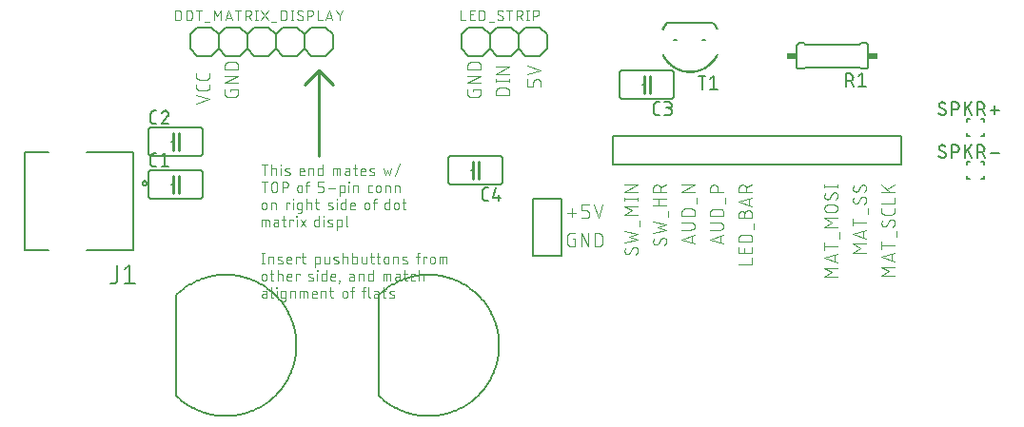
<source format=gbr>
G04 EAGLE Gerber RS-274X export*
G75*
%MOMM*%
%FSLAX34Y34*%
%LPD*%
%INSilkscreen Top*%
%IPPOS*%
%AMOC8*
5,1,8,0,0,1.08239X$1,22.5*%
G01*
%ADD10C,0.101600*%
%ADD11C,0.076200*%
%ADD12C,0.254000*%
%ADD13C,0.152400*%
%ADD14C,0.127000*%
%ADD15C,0.200000*%
%ADD16C,0.012700*%
%ADD17R,0.863600X0.609600*%


D10*
X132588Y287528D02*
X144272Y291423D01*
X132588Y295317D01*
X144272Y302170D02*
X144272Y304767D01*
X144272Y302170D02*
X144270Y302071D01*
X144264Y301971D01*
X144255Y301872D01*
X144242Y301774D01*
X144225Y301676D01*
X144204Y301578D01*
X144179Y301482D01*
X144151Y301387D01*
X144119Y301293D01*
X144084Y301200D01*
X144045Y301108D01*
X144002Y301018D01*
X143957Y300930D01*
X143907Y300843D01*
X143855Y300759D01*
X143799Y300676D01*
X143741Y300596D01*
X143679Y300518D01*
X143614Y300443D01*
X143546Y300370D01*
X143476Y300300D01*
X143403Y300232D01*
X143328Y300167D01*
X143250Y300105D01*
X143170Y300047D01*
X143087Y299991D01*
X143003Y299939D01*
X142916Y299889D01*
X142828Y299844D01*
X142738Y299801D01*
X142646Y299762D01*
X142553Y299727D01*
X142459Y299695D01*
X142364Y299667D01*
X142268Y299642D01*
X142170Y299621D01*
X142072Y299604D01*
X141974Y299591D01*
X141875Y299582D01*
X141775Y299576D01*
X141676Y299574D01*
X135184Y299574D01*
X135184Y299573D02*
X135085Y299575D01*
X134985Y299581D01*
X134886Y299590D01*
X134788Y299603D01*
X134690Y299621D01*
X134592Y299641D01*
X134496Y299666D01*
X134400Y299694D01*
X134306Y299726D01*
X134213Y299761D01*
X134122Y299800D01*
X134032Y299843D01*
X133943Y299888D01*
X133857Y299938D01*
X133772Y299990D01*
X133690Y300046D01*
X133610Y300105D01*
X133532Y300166D01*
X133456Y300231D01*
X133383Y300299D01*
X133313Y300369D01*
X133245Y300442D01*
X133180Y300518D01*
X133119Y300596D01*
X133060Y300676D01*
X133004Y300758D01*
X132952Y300843D01*
X132903Y300929D01*
X132857Y301018D01*
X132814Y301108D01*
X132775Y301199D01*
X132740Y301292D01*
X132708Y301386D01*
X132680Y301482D01*
X132655Y301578D01*
X132635Y301676D01*
X132617Y301774D01*
X132604Y301872D01*
X132595Y301971D01*
X132589Y302070D01*
X132587Y302170D01*
X132588Y302170D02*
X132588Y304767D01*
X144272Y311695D02*
X144272Y314292D01*
X144272Y311695D02*
X144270Y311596D01*
X144264Y311496D01*
X144255Y311397D01*
X144242Y311299D01*
X144225Y311201D01*
X144204Y311103D01*
X144179Y311007D01*
X144151Y310912D01*
X144119Y310818D01*
X144084Y310725D01*
X144045Y310633D01*
X144002Y310543D01*
X143957Y310455D01*
X143907Y310368D01*
X143855Y310284D01*
X143799Y310201D01*
X143741Y310121D01*
X143679Y310043D01*
X143614Y309968D01*
X143546Y309895D01*
X143476Y309825D01*
X143403Y309757D01*
X143328Y309692D01*
X143250Y309630D01*
X143170Y309572D01*
X143087Y309516D01*
X143003Y309464D01*
X142916Y309414D01*
X142828Y309369D01*
X142738Y309326D01*
X142646Y309287D01*
X142553Y309252D01*
X142459Y309220D01*
X142364Y309192D01*
X142268Y309167D01*
X142170Y309146D01*
X142072Y309129D01*
X141974Y309116D01*
X141875Y309107D01*
X141775Y309101D01*
X141676Y309099D01*
X135184Y309099D01*
X135184Y309098D02*
X135085Y309100D01*
X134985Y309106D01*
X134886Y309115D01*
X134788Y309128D01*
X134690Y309146D01*
X134592Y309166D01*
X134496Y309191D01*
X134400Y309219D01*
X134306Y309251D01*
X134213Y309286D01*
X134122Y309325D01*
X134032Y309368D01*
X133943Y309413D01*
X133857Y309463D01*
X133772Y309515D01*
X133690Y309571D01*
X133610Y309630D01*
X133532Y309691D01*
X133456Y309756D01*
X133383Y309824D01*
X133313Y309894D01*
X133245Y309967D01*
X133180Y310043D01*
X133119Y310121D01*
X133060Y310201D01*
X133004Y310283D01*
X132952Y310368D01*
X132903Y310454D01*
X132857Y310543D01*
X132814Y310633D01*
X132775Y310724D01*
X132740Y310817D01*
X132708Y310911D01*
X132680Y311007D01*
X132655Y311103D01*
X132635Y311201D01*
X132617Y311299D01*
X132604Y311397D01*
X132595Y311496D01*
X132589Y311595D01*
X132587Y311695D01*
X132588Y311695D02*
X132588Y314292D01*
X163181Y300228D02*
X163181Y298281D01*
X163181Y300228D02*
X169672Y300228D01*
X169672Y296333D01*
X169670Y296234D01*
X169664Y296134D01*
X169655Y296035D01*
X169642Y295937D01*
X169625Y295839D01*
X169604Y295741D01*
X169579Y295645D01*
X169551Y295550D01*
X169519Y295456D01*
X169484Y295363D01*
X169445Y295271D01*
X169402Y295181D01*
X169357Y295093D01*
X169307Y295006D01*
X169255Y294922D01*
X169199Y294839D01*
X169141Y294759D01*
X169079Y294681D01*
X169014Y294606D01*
X168946Y294533D01*
X168876Y294463D01*
X168803Y294395D01*
X168728Y294330D01*
X168650Y294268D01*
X168570Y294210D01*
X168487Y294154D01*
X168403Y294102D01*
X168316Y294052D01*
X168228Y294007D01*
X168138Y293964D01*
X168046Y293925D01*
X167953Y293890D01*
X167859Y293858D01*
X167764Y293830D01*
X167668Y293805D01*
X167570Y293784D01*
X167472Y293767D01*
X167374Y293754D01*
X167275Y293745D01*
X167175Y293739D01*
X167076Y293737D01*
X160584Y293737D01*
X160584Y293736D02*
X160485Y293738D01*
X160385Y293744D01*
X160286Y293753D01*
X160188Y293766D01*
X160090Y293784D01*
X159992Y293804D01*
X159896Y293829D01*
X159800Y293857D01*
X159706Y293889D01*
X159613Y293924D01*
X159522Y293963D01*
X159432Y294006D01*
X159343Y294051D01*
X159257Y294101D01*
X159172Y294153D01*
X159090Y294209D01*
X159010Y294268D01*
X158932Y294329D01*
X158856Y294394D01*
X158783Y294462D01*
X158713Y294532D01*
X158645Y294605D01*
X158580Y294681D01*
X158519Y294759D01*
X158460Y294839D01*
X158404Y294921D01*
X158352Y295006D01*
X158303Y295092D01*
X158257Y295181D01*
X158214Y295271D01*
X158175Y295362D01*
X158140Y295455D01*
X158108Y295549D01*
X158080Y295645D01*
X158055Y295741D01*
X158035Y295839D01*
X158017Y295937D01*
X158004Y296035D01*
X157995Y296134D01*
X157989Y296233D01*
X157987Y296333D01*
X157988Y296333D02*
X157988Y300228D01*
X157988Y305929D02*
X169672Y305929D01*
X169672Y312420D02*
X157988Y305929D01*
X157988Y312420D02*
X169672Y312420D01*
X169672Y318121D02*
X157988Y318121D01*
X157988Y321366D01*
X157990Y321479D01*
X157996Y321592D01*
X158006Y321705D01*
X158020Y321818D01*
X158037Y321930D01*
X158059Y322041D01*
X158084Y322151D01*
X158114Y322261D01*
X158147Y322369D01*
X158184Y322476D01*
X158224Y322582D01*
X158269Y322686D01*
X158317Y322789D01*
X158368Y322890D01*
X158423Y322989D01*
X158481Y323086D01*
X158543Y323181D01*
X158608Y323274D01*
X158676Y323364D01*
X158747Y323452D01*
X158822Y323538D01*
X158899Y323621D01*
X158979Y323701D01*
X159062Y323778D01*
X159148Y323853D01*
X159236Y323924D01*
X159326Y323992D01*
X159419Y324057D01*
X159514Y324119D01*
X159611Y324177D01*
X159710Y324232D01*
X159811Y324283D01*
X159914Y324331D01*
X160018Y324376D01*
X160124Y324416D01*
X160231Y324453D01*
X160339Y324486D01*
X160449Y324516D01*
X160559Y324541D01*
X160670Y324563D01*
X160782Y324580D01*
X160895Y324594D01*
X161008Y324604D01*
X161121Y324610D01*
X161234Y324612D01*
X166426Y324612D01*
X166539Y324610D01*
X166652Y324604D01*
X166765Y324594D01*
X166878Y324580D01*
X166990Y324563D01*
X167101Y324541D01*
X167211Y324516D01*
X167321Y324486D01*
X167429Y324453D01*
X167536Y324416D01*
X167642Y324376D01*
X167746Y324331D01*
X167849Y324283D01*
X167950Y324232D01*
X168049Y324177D01*
X168146Y324119D01*
X168241Y324057D01*
X168334Y323992D01*
X168424Y323924D01*
X168512Y323853D01*
X168598Y323778D01*
X168681Y323701D01*
X168761Y323621D01*
X168838Y323538D01*
X168913Y323452D01*
X168984Y323364D01*
X169052Y323274D01*
X169117Y323181D01*
X169179Y323086D01*
X169237Y322989D01*
X169292Y322890D01*
X169343Y322789D01*
X169391Y322686D01*
X169436Y322582D01*
X169476Y322476D01*
X169513Y322369D01*
X169546Y322261D01*
X169576Y322151D01*
X169601Y322041D01*
X169623Y321930D01*
X169640Y321818D01*
X169654Y321705D01*
X169664Y321592D01*
X169670Y321479D01*
X169672Y321366D01*
X169672Y318121D01*
X438912Y306663D02*
X438912Y302768D01*
X438912Y306663D02*
X438910Y306762D01*
X438904Y306862D01*
X438895Y306961D01*
X438882Y307059D01*
X438865Y307157D01*
X438844Y307255D01*
X438819Y307351D01*
X438791Y307446D01*
X438759Y307540D01*
X438724Y307633D01*
X438685Y307725D01*
X438642Y307815D01*
X438597Y307903D01*
X438547Y307990D01*
X438495Y308074D01*
X438439Y308157D01*
X438381Y308237D01*
X438319Y308315D01*
X438254Y308390D01*
X438186Y308463D01*
X438116Y308533D01*
X438043Y308601D01*
X437968Y308666D01*
X437890Y308728D01*
X437810Y308786D01*
X437727Y308842D01*
X437643Y308894D01*
X437556Y308944D01*
X437468Y308989D01*
X437378Y309032D01*
X437286Y309071D01*
X437193Y309106D01*
X437099Y309138D01*
X437004Y309166D01*
X436908Y309191D01*
X436810Y309212D01*
X436712Y309229D01*
X436614Y309242D01*
X436515Y309251D01*
X436415Y309257D01*
X436316Y309259D01*
X435017Y309259D01*
X434918Y309257D01*
X434818Y309251D01*
X434719Y309242D01*
X434621Y309229D01*
X434523Y309212D01*
X434425Y309191D01*
X434329Y309166D01*
X434234Y309138D01*
X434140Y309106D01*
X434047Y309071D01*
X433955Y309032D01*
X433865Y308989D01*
X433777Y308944D01*
X433690Y308894D01*
X433606Y308842D01*
X433523Y308786D01*
X433443Y308728D01*
X433365Y308666D01*
X433290Y308601D01*
X433217Y308533D01*
X433147Y308463D01*
X433079Y308390D01*
X433014Y308315D01*
X432952Y308237D01*
X432894Y308157D01*
X432838Y308074D01*
X432786Y307990D01*
X432736Y307903D01*
X432691Y307815D01*
X432648Y307725D01*
X432609Y307633D01*
X432574Y307540D01*
X432542Y307446D01*
X432514Y307351D01*
X432489Y307255D01*
X432468Y307157D01*
X432451Y307059D01*
X432438Y306961D01*
X432429Y306862D01*
X432423Y306762D01*
X432421Y306663D01*
X432421Y302768D01*
X427228Y302768D01*
X427228Y309259D01*
X427228Y313549D02*
X438912Y317444D01*
X427228Y321338D01*
X379081Y300228D02*
X379081Y298281D01*
X379081Y300228D02*
X385572Y300228D01*
X385572Y296333D01*
X385570Y296234D01*
X385564Y296134D01*
X385555Y296035D01*
X385542Y295937D01*
X385525Y295839D01*
X385504Y295741D01*
X385479Y295645D01*
X385451Y295550D01*
X385419Y295456D01*
X385384Y295363D01*
X385345Y295271D01*
X385302Y295181D01*
X385257Y295093D01*
X385207Y295006D01*
X385155Y294922D01*
X385099Y294839D01*
X385041Y294759D01*
X384979Y294681D01*
X384914Y294606D01*
X384846Y294533D01*
X384776Y294463D01*
X384703Y294395D01*
X384628Y294330D01*
X384550Y294268D01*
X384470Y294210D01*
X384387Y294154D01*
X384303Y294102D01*
X384216Y294052D01*
X384128Y294007D01*
X384038Y293964D01*
X383946Y293925D01*
X383853Y293890D01*
X383759Y293858D01*
X383664Y293830D01*
X383568Y293805D01*
X383470Y293784D01*
X383372Y293767D01*
X383274Y293754D01*
X383175Y293745D01*
X383075Y293739D01*
X382976Y293737D01*
X376484Y293737D01*
X376484Y293736D02*
X376385Y293738D01*
X376285Y293744D01*
X376186Y293753D01*
X376088Y293766D01*
X375990Y293784D01*
X375892Y293804D01*
X375796Y293829D01*
X375700Y293857D01*
X375606Y293889D01*
X375513Y293924D01*
X375422Y293963D01*
X375332Y294006D01*
X375243Y294051D01*
X375157Y294101D01*
X375072Y294153D01*
X374990Y294209D01*
X374910Y294268D01*
X374832Y294329D01*
X374756Y294394D01*
X374683Y294462D01*
X374613Y294532D01*
X374545Y294605D01*
X374480Y294681D01*
X374419Y294759D01*
X374360Y294839D01*
X374304Y294921D01*
X374252Y295006D01*
X374203Y295092D01*
X374157Y295181D01*
X374114Y295271D01*
X374075Y295362D01*
X374040Y295455D01*
X374008Y295549D01*
X373980Y295645D01*
X373955Y295741D01*
X373935Y295839D01*
X373917Y295937D01*
X373904Y296035D01*
X373895Y296134D01*
X373889Y296233D01*
X373887Y296333D01*
X373888Y296333D02*
X373888Y300228D01*
X373888Y305929D02*
X385572Y305929D01*
X385572Y312420D02*
X373888Y305929D01*
X373888Y312420D02*
X385572Y312420D01*
X385572Y318121D02*
X373888Y318121D01*
X373888Y321366D01*
X373890Y321479D01*
X373896Y321592D01*
X373906Y321705D01*
X373920Y321818D01*
X373937Y321930D01*
X373959Y322041D01*
X373984Y322151D01*
X374014Y322261D01*
X374047Y322369D01*
X374084Y322476D01*
X374124Y322582D01*
X374169Y322686D01*
X374217Y322789D01*
X374268Y322890D01*
X374323Y322989D01*
X374381Y323086D01*
X374443Y323181D01*
X374508Y323274D01*
X374576Y323364D01*
X374647Y323452D01*
X374722Y323538D01*
X374799Y323621D01*
X374879Y323701D01*
X374962Y323778D01*
X375048Y323853D01*
X375136Y323924D01*
X375226Y323992D01*
X375319Y324057D01*
X375414Y324119D01*
X375511Y324177D01*
X375610Y324232D01*
X375711Y324283D01*
X375814Y324331D01*
X375918Y324376D01*
X376024Y324416D01*
X376131Y324453D01*
X376239Y324486D01*
X376349Y324516D01*
X376459Y324541D01*
X376570Y324563D01*
X376682Y324580D01*
X376795Y324594D01*
X376908Y324604D01*
X377021Y324610D01*
X377134Y324612D01*
X382326Y324612D01*
X382439Y324610D01*
X382552Y324604D01*
X382665Y324594D01*
X382778Y324580D01*
X382890Y324563D01*
X383001Y324541D01*
X383111Y324516D01*
X383221Y324486D01*
X383329Y324453D01*
X383436Y324416D01*
X383542Y324376D01*
X383646Y324331D01*
X383749Y324283D01*
X383850Y324232D01*
X383949Y324177D01*
X384046Y324119D01*
X384141Y324057D01*
X384234Y323992D01*
X384324Y323924D01*
X384412Y323853D01*
X384498Y323778D01*
X384581Y323701D01*
X384661Y323621D01*
X384738Y323538D01*
X384813Y323452D01*
X384884Y323364D01*
X384952Y323274D01*
X385017Y323181D01*
X385079Y323086D01*
X385137Y322989D01*
X385192Y322890D01*
X385243Y322789D01*
X385291Y322686D01*
X385336Y322582D01*
X385376Y322476D01*
X385413Y322369D01*
X385446Y322261D01*
X385476Y322151D01*
X385501Y322041D01*
X385523Y321930D01*
X385540Y321818D01*
X385554Y321705D01*
X385564Y321592D01*
X385570Y321479D01*
X385572Y321366D01*
X385572Y318121D01*
D11*
X193492Y233299D02*
X193492Y223901D01*
X190881Y233299D02*
X196102Y233299D01*
X199633Y233299D02*
X199633Y223901D01*
X199633Y230166D02*
X202243Y230166D01*
X202320Y230164D01*
X202396Y230158D01*
X202473Y230149D01*
X202549Y230136D01*
X202624Y230119D01*
X202698Y230099D01*
X202771Y230074D01*
X202842Y230047D01*
X202913Y230016D01*
X202981Y229981D01*
X203048Y229943D01*
X203113Y229902D01*
X203176Y229858D01*
X203236Y229811D01*
X203295Y229760D01*
X203350Y229707D01*
X203403Y229652D01*
X203454Y229593D01*
X203501Y229533D01*
X203545Y229470D01*
X203586Y229405D01*
X203624Y229338D01*
X203659Y229270D01*
X203690Y229199D01*
X203717Y229128D01*
X203742Y229055D01*
X203762Y228981D01*
X203779Y228906D01*
X203792Y228830D01*
X203801Y228754D01*
X203807Y228677D01*
X203809Y228600D01*
X203810Y228600D02*
X203810Y223901D01*
X207817Y223901D02*
X207817Y230166D01*
X207556Y232777D02*
X207556Y233299D01*
X208078Y233299D01*
X208078Y232777D01*
X207556Y232777D01*
X212303Y227556D02*
X214914Y226512D01*
X212303Y227556D02*
X212237Y227584D01*
X212172Y227617D01*
X212109Y227652D01*
X212048Y227691D01*
X211989Y227733D01*
X211933Y227778D01*
X211879Y227826D01*
X211828Y227877D01*
X211779Y227930D01*
X211734Y227987D01*
X211691Y228045D01*
X211652Y228105D01*
X211615Y228168D01*
X211583Y228233D01*
X211554Y228299D01*
X211528Y228366D01*
X211506Y228435D01*
X211488Y228505D01*
X211473Y228576D01*
X211462Y228647D01*
X211455Y228719D01*
X211452Y228791D01*
X211453Y228863D01*
X211458Y228936D01*
X211466Y229007D01*
X211478Y229079D01*
X211494Y229149D01*
X211514Y229218D01*
X211538Y229287D01*
X211565Y229354D01*
X211595Y229419D01*
X211629Y229483D01*
X211667Y229545D01*
X211707Y229605D01*
X211751Y229662D01*
X211798Y229717D01*
X211848Y229770D01*
X211900Y229819D01*
X211955Y229866D01*
X212012Y229910D01*
X212072Y229951D01*
X212134Y229988D01*
X212198Y230023D01*
X212263Y230053D01*
X212330Y230081D01*
X212398Y230104D01*
X212468Y230124D01*
X212538Y230140D01*
X212609Y230153D01*
X212681Y230161D01*
X212753Y230166D01*
X212825Y230167D01*
X212826Y230166D02*
X212977Y230162D01*
X213128Y230154D01*
X213279Y230143D01*
X213430Y230127D01*
X213580Y230107D01*
X213730Y230084D01*
X213879Y230057D01*
X214027Y230026D01*
X214175Y229991D01*
X214321Y229953D01*
X214467Y229910D01*
X214611Y229864D01*
X214754Y229815D01*
X214896Y229762D01*
X215036Y229705D01*
X215175Y229644D01*
X214914Y226512D02*
X214980Y226484D01*
X215045Y226451D01*
X215108Y226416D01*
X215169Y226377D01*
X215228Y226335D01*
X215284Y226290D01*
X215338Y226242D01*
X215389Y226191D01*
X215438Y226138D01*
X215483Y226081D01*
X215526Y226023D01*
X215565Y225963D01*
X215602Y225900D01*
X215634Y225835D01*
X215663Y225769D01*
X215689Y225702D01*
X215711Y225633D01*
X215729Y225563D01*
X215744Y225492D01*
X215755Y225421D01*
X215762Y225349D01*
X215765Y225277D01*
X215764Y225205D01*
X215759Y225132D01*
X215751Y225061D01*
X215739Y224989D01*
X215723Y224919D01*
X215703Y224850D01*
X215679Y224781D01*
X215652Y224714D01*
X215622Y224649D01*
X215588Y224585D01*
X215550Y224523D01*
X215510Y224463D01*
X215466Y224406D01*
X215419Y224351D01*
X215369Y224298D01*
X215317Y224249D01*
X215262Y224202D01*
X215205Y224158D01*
X215145Y224117D01*
X215083Y224080D01*
X215019Y224045D01*
X214954Y224015D01*
X214887Y223987D01*
X214819Y223964D01*
X214749Y223944D01*
X214679Y223928D01*
X214608Y223915D01*
X214536Y223907D01*
X214464Y223902D01*
X214392Y223901D01*
X214182Y223906D01*
X213973Y223917D01*
X213764Y223932D01*
X213556Y223952D01*
X213348Y223978D01*
X213141Y224008D01*
X212934Y224043D01*
X212729Y224083D01*
X212524Y224127D01*
X212321Y224177D01*
X212118Y224231D01*
X211917Y224291D01*
X211718Y224354D01*
X211520Y224423D01*
X225888Y223901D02*
X228498Y223901D01*
X225888Y223901D02*
X225811Y223903D01*
X225735Y223909D01*
X225658Y223918D01*
X225582Y223931D01*
X225507Y223948D01*
X225433Y223968D01*
X225360Y223993D01*
X225289Y224020D01*
X225218Y224051D01*
X225150Y224086D01*
X225083Y224124D01*
X225018Y224165D01*
X224955Y224209D01*
X224895Y224256D01*
X224836Y224307D01*
X224781Y224360D01*
X224728Y224415D01*
X224677Y224474D01*
X224630Y224534D01*
X224586Y224597D01*
X224545Y224662D01*
X224507Y224729D01*
X224472Y224797D01*
X224441Y224868D01*
X224414Y224939D01*
X224389Y225012D01*
X224369Y225086D01*
X224352Y225161D01*
X224339Y225237D01*
X224330Y225314D01*
X224324Y225390D01*
X224322Y225467D01*
X224321Y225467D02*
X224321Y228078D01*
X224322Y228078D02*
X224324Y228168D01*
X224330Y228257D01*
X224339Y228347D01*
X224353Y228436D01*
X224370Y228524D01*
X224391Y228611D01*
X224416Y228698D01*
X224445Y228783D01*
X224477Y228867D01*
X224512Y228949D01*
X224552Y229030D01*
X224594Y229109D01*
X224640Y229186D01*
X224690Y229261D01*
X224742Y229334D01*
X224798Y229405D01*
X224856Y229473D01*
X224918Y229538D01*
X224982Y229601D01*
X225049Y229661D01*
X225118Y229718D01*
X225190Y229772D01*
X225264Y229823D01*
X225340Y229871D01*
X225418Y229915D01*
X225498Y229956D01*
X225580Y229994D01*
X225663Y230028D01*
X225748Y230058D01*
X225834Y230085D01*
X225920Y230108D01*
X226008Y230127D01*
X226097Y230142D01*
X226186Y230154D01*
X226275Y230162D01*
X226365Y230166D01*
X226455Y230166D01*
X226545Y230162D01*
X226634Y230154D01*
X226723Y230142D01*
X226812Y230127D01*
X226900Y230108D01*
X226986Y230085D01*
X227072Y230058D01*
X227157Y230028D01*
X227240Y229994D01*
X227322Y229956D01*
X227402Y229915D01*
X227480Y229871D01*
X227556Y229823D01*
X227630Y229772D01*
X227702Y229718D01*
X227771Y229661D01*
X227838Y229601D01*
X227902Y229538D01*
X227964Y229473D01*
X228022Y229405D01*
X228078Y229334D01*
X228130Y229261D01*
X228180Y229186D01*
X228226Y229109D01*
X228268Y229030D01*
X228308Y228949D01*
X228343Y228867D01*
X228375Y228783D01*
X228404Y228698D01*
X228429Y228611D01*
X228450Y228524D01*
X228467Y228436D01*
X228481Y228347D01*
X228490Y228257D01*
X228496Y228168D01*
X228498Y228078D01*
X228498Y227034D01*
X224321Y227034D01*
X232551Y230166D02*
X232551Y223901D01*
X232551Y230166D02*
X235161Y230166D01*
X235238Y230164D01*
X235314Y230158D01*
X235391Y230149D01*
X235467Y230136D01*
X235542Y230119D01*
X235616Y230099D01*
X235689Y230074D01*
X235760Y230047D01*
X235831Y230016D01*
X235899Y229981D01*
X235966Y229943D01*
X236031Y229902D01*
X236094Y229858D01*
X236154Y229811D01*
X236213Y229760D01*
X236268Y229707D01*
X236321Y229652D01*
X236372Y229593D01*
X236419Y229533D01*
X236463Y229470D01*
X236504Y229405D01*
X236542Y229338D01*
X236577Y229270D01*
X236608Y229199D01*
X236635Y229128D01*
X236660Y229055D01*
X236680Y228981D01*
X236697Y228906D01*
X236710Y228830D01*
X236719Y228754D01*
X236725Y228677D01*
X236727Y228600D01*
X236728Y228600D02*
X236728Y223901D01*
X244912Y223901D02*
X244912Y233299D01*
X244912Y223901D02*
X242301Y223901D01*
X242224Y223903D01*
X242148Y223909D01*
X242071Y223918D01*
X241995Y223931D01*
X241920Y223948D01*
X241846Y223968D01*
X241773Y223993D01*
X241702Y224020D01*
X241631Y224051D01*
X241563Y224086D01*
X241496Y224124D01*
X241431Y224165D01*
X241368Y224209D01*
X241308Y224256D01*
X241249Y224307D01*
X241194Y224360D01*
X241141Y224415D01*
X241090Y224474D01*
X241043Y224534D01*
X240999Y224597D01*
X240958Y224662D01*
X240920Y224729D01*
X240885Y224797D01*
X240854Y224868D01*
X240827Y224939D01*
X240802Y225012D01*
X240782Y225086D01*
X240765Y225161D01*
X240752Y225237D01*
X240743Y225314D01*
X240737Y225390D01*
X240735Y225467D01*
X240735Y228600D01*
X240737Y228677D01*
X240743Y228753D01*
X240752Y228830D01*
X240765Y228906D01*
X240782Y228981D01*
X240802Y229055D01*
X240827Y229128D01*
X240854Y229199D01*
X240885Y229270D01*
X240920Y229338D01*
X240958Y229405D01*
X240999Y229470D01*
X241043Y229533D01*
X241090Y229593D01*
X241141Y229652D01*
X241194Y229707D01*
X241249Y229760D01*
X241308Y229811D01*
X241368Y229858D01*
X241431Y229902D01*
X241496Y229943D01*
X241563Y229981D01*
X241631Y230016D01*
X241702Y230047D01*
X241773Y230074D01*
X241846Y230099D01*
X241920Y230119D01*
X241995Y230136D01*
X242071Y230149D01*
X242148Y230158D01*
X242224Y230164D01*
X242301Y230166D01*
X244912Y230166D01*
X254367Y230166D02*
X254367Y223901D01*
X254367Y230166D02*
X259066Y230166D01*
X259143Y230164D01*
X259219Y230158D01*
X259296Y230149D01*
X259372Y230136D01*
X259447Y230119D01*
X259521Y230099D01*
X259594Y230074D01*
X259665Y230047D01*
X259736Y230016D01*
X259804Y229981D01*
X259871Y229943D01*
X259936Y229902D01*
X259999Y229858D01*
X260059Y229811D01*
X260118Y229760D01*
X260173Y229707D01*
X260226Y229652D01*
X260277Y229593D01*
X260324Y229533D01*
X260368Y229470D01*
X260409Y229405D01*
X260447Y229338D01*
X260482Y229270D01*
X260513Y229199D01*
X260540Y229128D01*
X260565Y229055D01*
X260585Y228981D01*
X260602Y228906D01*
X260615Y228830D01*
X260624Y228753D01*
X260630Y228677D01*
X260632Y228600D01*
X260632Y223901D01*
X257499Y223901D02*
X257499Y230166D01*
X266641Y227556D02*
X268991Y227556D01*
X266641Y227555D02*
X266557Y227553D01*
X266472Y227547D01*
X266389Y227537D01*
X266305Y227524D01*
X266223Y227506D01*
X266141Y227485D01*
X266060Y227460D01*
X265981Y227432D01*
X265903Y227399D01*
X265827Y227363D01*
X265752Y227324D01*
X265679Y227281D01*
X265608Y227235D01*
X265540Y227186D01*
X265474Y227134D01*
X265410Y227078D01*
X265349Y227020D01*
X265291Y226959D01*
X265235Y226895D01*
X265183Y226829D01*
X265134Y226761D01*
X265088Y226690D01*
X265045Y226617D01*
X265006Y226542D01*
X264970Y226466D01*
X264937Y226388D01*
X264909Y226309D01*
X264884Y226228D01*
X264863Y226146D01*
X264845Y226064D01*
X264832Y225980D01*
X264822Y225897D01*
X264816Y225812D01*
X264814Y225728D01*
X264816Y225644D01*
X264822Y225559D01*
X264832Y225476D01*
X264845Y225392D01*
X264863Y225310D01*
X264884Y225228D01*
X264909Y225147D01*
X264937Y225068D01*
X264970Y224990D01*
X265006Y224914D01*
X265045Y224839D01*
X265088Y224766D01*
X265134Y224695D01*
X265183Y224627D01*
X265235Y224561D01*
X265291Y224497D01*
X265349Y224436D01*
X265410Y224378D01*
X265474Y224322D01*
X265540Y224270D01*
X265608Y224221D01*
X265679Y224175D01*
X265752Y224132D01*
X265827Y224093D01*
X265903Y224057D01*
X265981Y224024D01*
X266060Y223996D01*
X266141Y223971D01*
X266223Y223950D01*
X266305Y223932D01*
X266389Y223919D01*
X266472Y223909D01*
X266557Y223903D01*
X266641Y223901D01*
X268991Y223901D01*
X268991Y228600D01*
X268990Y228600D02*
X268988Y228677D01*
X268982Y228753D01*
X268973Y228830D01*
X268960Y228906D01*
X268943Y228981D01*
X268923Y229055D01*
X268898Y229128D01*
X268871Y229199D01*
X268840Y229270D01*
X268805Y229338D01*
X268767Y229405D01*
X268726Y229470D01*
X268682Y229533D01*
X268635Y229593D01*
X268584Y229652D01*
X268531Y229707D01*
X268476Y229760D01*
X268417Y229811D01*
X268357Y229858D01*
X268294Y229902D01*
X268229Y229943D01*
X268162Y229981D01*
X268094Y230016D01*
X268023Y230047D01*
X267952Y230074D01*
X267879Y230099D01*
X267805Y230119D01*
X267730Y230136D01*
X267654Y230149D01*
X267577Y230158D01*
X267501Y230164D01*
X267424Y230166D01*
X265336Y230166D01*
X272320Y230166D02*
X275453Y230166D01*
X273365Y233299D02*
X273365Y225467D01*
X273367Y225390D01*
X273373Y225314D01*
X273382Y225237D01*
X273395Y225161D01*
X273412Y225086D01*
X273432Y225012D01*
X273457Y224939D01*
X273484Y224868D01*
X273515Y224797D01*
X273550Y224729D01*
X273588Y224662D01*
X273629Y224597D01*
X273673Y224534D01*
X273720Y224474D01*
X273771Y224415D01*
X273824Y224360D01*
X273879Y224307D01*
X273938Y224256D01*
X273998Y224209D01*
X274061Y224165D01*
X274126Y224124D01*
X274193Y224086D01*
X274261Y224051D01*
X274332Y224020D01*
X274403Y223993D01*
X274476Y223968D01*
X274550Y223948D01*
X274625Y223931D01*
X274701Y223918D01*
X274778Y223909D01*
X274854Y223903D01*
X274931Y223901D01*
X275453Y223901D01*
X280447Y223901D02*
X283057Y223901D01*
X280447Y223901D02*
X280370Y223903D01*
X280294Y223909D01*
X280217Y223918D01*
X280141Y223931D01*
X280066Y223948D01*
X279992Y223968D01*
X279919Y223993D01*
X279848Y224020D01*
X279777Y224051D01*
X279709Y224086D01*
X279642Y224124D01*
X279577Y224165D01*
X279514Y224209D01*
X279454Y224256D01*
X279395Y224307D01*
X279340Y224360D01*
X279287Y224415D01*
X279236Y224474D01*
X279189Y224534D01*
X279145Y224597D01*
X279104Y224662D01*
X279066Y224729D01*
X279031Y224797D01*
X279000Y224868D01*
X278973Y224939D01*
X278948Y225012D01*
X278928Y225086D01*
X278911Y225161D01*
X278898Y225237D01*
X278889Y225314D01*
X278883Y225390D01*
X278881Y225467D01*
X278880Y225467D02*
X278880Y228078D01*
X278881Y228078D02*
X278883Y228168D01*
X278889Y228257D01*
X278898Y228347D01*
X278912Y228436D01*
X278929Y228524D01*
X278950Y228611D01*
X278975Y228698D01*
X279004Y228783D01*
X279036Y228867D01*
X279071Y228949D01*
X279111Y229030D01*
X279153Y229109D01*
X279199Y229186D01*
X279249Y229261D01*
X279301Y229334D01*
X279357Y229405D01*
X279415Y229473D01*
X279477Y229538D01*
X279541Y229601D01*
X279608Y229661D01*
X279677Y229718D01*
X279749Y229772D01*
X279823Y229823D01*
X279899Y229871D01*
X279977Y229915D01*
X280057Y229956D01*
X280139Y229994D01*
X280222Y230028D01*
X280307Y230058D01*
X280393Y230085D01*
X280479Y230108D01*
X280567Y230127D01*
X280656Y230142D01*
X280745Y230154D01*
X280834Y230162D01*
X280924Y230166D01*
X281014Y230166D01*
X281104Y230162D01*
X281193Y230154D01*
X281282Y230142D01*
X281371Y230127D01*
X281459Y230108D01*
X281545Y230085D01*
X281631Y230058D01*
X281716Y230028D01*
X281799Y229994D01*
X281881Y229956D01*
X281961Y229915D01*
X282039Y229871D01*
X282115Y229823D01*
X282189Y229772D01*
X282261Y229718D01*
X282330Y229661D01*
X282397Y229601D01*
X282461Y229538D01*
X282523Y229473D01*
X282581Y229405D01*
X282637Y229334D01*
X282689Y229261D01*
X282739Y229186D01*
X282785Y229109D01*
X282827Y229030D01*
X282867Y228949D01*
X282902Y228867D01*
X282934Y228783D01*
X282963Y228698D01*
X282988Y228611D01*
X283009Y228524D01*
X283026Y228436D01*
X283040Y228347D01*
X283049Y228257D01*
X283055Y228168D01*
X283057Y228078D01*
X283057Y227034D01*
X278880Y227034D01*
X287588Y227556D02*
X290199Y226512D01*
X287588Y227556D02*
X287522Y227584D01*
X287457Y227617D01*
X287394Y227652D01*
X287333Y227691D01*
X287274Y227733D01*
X287218Y227778D01*
X287164Y227826D01*
X287113Y227877D01*
X287064Y227930D01*
X287019Y227987D01*
X286976Y228045D01*
X286937Y228105D01*
X286900Y228168D01*
X286868Y228233D01*
X286839Y228299D01*
X286813Y228366D01*
X286791Y228435D01*
X286773Y228505D01*
X286758Y228576D01*
X286747Y228647D01*
X286740Y228719D01*
X286737Y228791D01*
X286738Y228863D01*
X286743Y228936D01*
X286751Y229007D01*
X286763Y229079D01*
X286779Y229149D01*
X286799Y229218D01*
X286823Y229287D01*
X286850Y229354D01*
X286880Y229419D01*
X286914Y229483D01*
X286952Y229545D01*
X286992Y229605D01*
X287036Y229662D01*
X287083Y229717D01*
X287133Y229770D01*
X287185Y229819D01*
X287240Y229866D01*
X287297Y229910D01*
X287357Y229951D01*
X287419Y229988D01*
X287483Y230023D01*
X287548Y230053D01*
X287615Y230081D01*
X287683Y230104D01*
X287753Y230124D01*
X287823Y230140D01*
X287894Y230153D01*
X287966Y230161D01*
X288038Y230166D01*
X288110Y230167D01*
X288111Y230166D02*
X288262Y230162D01*
X288413Y230154D01*
X288564Y230143D01*
X288715Y230127D01*
X288865Y230107D01*
X289015Y230084D01*
X289164Y230057D01*
X289312Y230026D01*
X289460Y229991D01*
X289606Y229953D01*
X289752Y229910D01*
X289896Y229864D01*
X290039Y229815D01*
X290181Y229762D01*
X290321Y229705D01*
X290460Y229644D01*
X290199Y226512D02*
X290265Y226484D01*
X290330Y226451D01*
X290393Y226416D01*
X290454Y226377D01*
X290513Y226335D01*
X290569Y226290D01*
X290623Y226242D01*
X290674Y226191D01*
X290723Y226138D01*
X290768Y226081D01*
X290811Y226023D01*
X290850Y225963D01*
X290887Y225900D01*
X290919Y225835D01*
X290948Y225769D01*
X290974Y225702D01*
X290996Y225633D01*
X291014Y225563D01*
X291029Y225492D01*
X291040Y225421D01*
X291047Y225349D01*
X291050Y225277D01*
X291049Y225205D01*
X291044Y225132D01*
X291036Y225061D01*
X291024Y224989D01*
X291008Y224919D01*
X290988Y224850D01*
X290964Y224781D01*
X290937Y224714D01*
X290907Y224649D01*
X290873Y224585D01*
X290835Y224523D01*
X290795Y224463D01*
X290751Y224406D01*
X290704Y224351D01*
X290654Y224298D01*
X290602Y224249D01*
X290547Y224202D01*
X290490Y224158D01*
X290430Y224117D01*
X290368Y224080D01*
X290304Y224045D01*
X290239Y224015D01*
X290172Y223987D01*
X290104Y223964D01*
X290034Y223944D01*
X289964Y223928D01*
X289893Y223915D01*
X289821Y223907D01*
X289749Y223902D01*
X289677Y223901D01*
X289467Y223906D01*
X289258Y223917D01*
X289049Y223932D01*
X288841Y223952D01*
X288633Y223978D01*
X288426Y224008D01*
X288219Y224043D01*
X288014Y224083D01*
X287809Y224127D01*
X287606Y224177D01*
X287403Y224231D01*
X287202Y224291D01*
X287003Y224354D01*
X286805Y224423D01*
X299477Y230166D02*
X301043Y223901D01*
X302609Y228078D01*
X304176Y223901D01*
X305742Y230166D01*
X309055Y222857D02*
X313232Y234343D01*
X193492Y218059D02*
X193492Y208661D01*
X190881Y218059D02*
X196102Y218059D01*
X199415Y215448D02*
X199415Y211272D01*
X199415Y215448D02*
X199417Y215549D01*
X199423Y215650D01*
X199433Y215751D01*
X199446Y215851D01*
X199464Y215951D01*
X199485Y216050D01*
X199511Y216148D01*
X199540Y216245D01*
X199572Y216341D01*
X199609Y216435D01*
X199649Y216528D01*
X199693Y216620D01*
X199740Y216709D01*
X199791Y216797D01*
X199845Y216883D01*
X199902Y216966D01*
X199962Y217048D01*
X200026Y217126D01*
X200092Y217203D01*
X200162Y217276D01*
X200234Y217347D01*
X200309Y217415D01*
X200387Y217480D01*
X200467Y217542D01*
X200549Y217601D01*
X200634Y217657D01*
X200721Y217709D01*
X200809Y217758D01*
X200900Y217804D01*
X200992Y217845D01*
X201086Y217884D01*
X201181Y217918D01*
X201277Y217949D01*
X201375Y217976D01*
X201473Y218000D01*
X201573Y218019D01*
X201673Y218035D01*
X201773Y218047D01*
X201874Y218055D01*
X201975Y218059D01*
X202077Y218059D01*
X202178Y218055D01*
X202279Y218047D01*
X202379Y218035D01*
X202479Y218019D01*
X202579Y218000D01*
X202677Y217976D01*
X202775Y217949D01*
X202871Y217918D01*
X202966Y217884D01*
X203060Y217845D01*
X203152Y217804D01*
X203243Y217758D01*
X203332Y217709D01*
X203418Y217657D01*
X203503Y217601D01*
X203585Y217542D01*
X203665Y217480D01*
X203743Y217415D01*
X203818Y217347D01*
X203890Y217276D01*
X203960Y217203D01*
X204026Y217126D01*
X204090Y217048D01*
X204150Y216966D01*
X204207Y216883D01*
X204261Y216797D01*
X204312Y216709D01*
X204359Y216620D01*
X204403Y216528D01*
X204443Y216435D01*
X204480Y216341D01*
X204512Y216245D01*
X204541Y216148D01*
X204567Y216050D01*
X204588Y215951D01*
X204606Y215851D01*
X204619Y215751D01*
X204629Y215650D01*
X204635Y215549D01*
X204637Y215448D01*
X204636Y215448D02*
X204636Y211272D01*
X204637Y211272D02*
X204635Y211171D01*
X204629Y211070D01*
X204619Y210969D01*
X204606Y210869D01*
X204588Y210769D01*
X204567Y210670D01*
X204541Y210572D01*
X204512Y210475D01*
X204480Y210379D01*
X204443Y210285D01*
X204403Y210192D01*
X204359Y210100D01*
X204312Y210011D01*
X204261Y209923D01*
X204207Y209837D01*
X204150Y209754D01*
X204090Y209672D01*
X204026Y209594D01*
X203960Y209517D01*
X203890Y209444D01*
X203818Y209373D01*
X203743Y209305D01*
X203665Y209240D01*
X203585Y209178D01*
X203503Y209119D01*
X203418Y209063D01*
X203331Y209011D01*
X203243Y208962D01*
X203152Y208916D01*
X203060Y208875D01*
X202966Y208836D01*
X202871Y208802D01*
X202775Y208771D01*
X202677Y208744D01*
X202579Y208720D01*
X202479Y208701D01*
X202379Y208685D01*
X202279Y208673D01*
X202178Y208665D01*
X202077Y208661D01*
X201975Y208661D01*
X201874Y208665D01*
X201773Y208673D01*
X201673Y208685D01*
X201573Y208701D01*
X201473Y208720D01*
X201375Y208744D01*
X201277Y208771D01*
X201181Y208802D01*
X201086Y208836D01*
X200992Y208875D01*
X200900Y208916D01*
X200809Y208962D01*
X200721Y209011D01*
X200634Y209063D01*
X200549Y209119D01*
X200467Y209178D01*
X200387Y209240D01*
X200309Y209305D01*
X200234Y209373D01*
X200162Y209444D01*
X200092Y209517D01*
X200026Y209594D01*
X199962Y209672D01*
X199902Y209754D01*
X199845Y209837D01*
X199791Y209923D01*
X199740Y210011D01*
X199693Y210100D01*
X199649Y210192D01*
X199609Y210285D01*
X199572Y210379D01*
X199540Y210475D01*
X199511Y210572D01*
X199485Y210670D01*
X199464Y210769D01*
X199446Y210869D01*
X199433Y210969D01*
X199423Y211070D01*
X199417Y211171D01*
X199415Y211272D01*
X208995Y208661D02*
X208995Y218059D01*
X211606Y218059D01*
X211707Y218057D01*
X211808Y218051D01*
X211909Y218041D01*
X212009Y218028D01*
X212109Y218010D01*
X212208Y217989D01*
X212306Y217963D01*
X212403Y217934D01*
X212499Y217902D01*
X212593Y217865D01*
X212686Y217825D01*
X212778Y217781D01*
X212867Y217734D01*
X212955Y217683D01*
X213041Y217629D01*
X213124Y217572D01*
X213206Y217512D01*
X213284Y217448D01*
X213361Y217382D01*
X213434Y217312D01*
X213505Y217240D01*
X213573Y217165D01*
X213638Y217087D01*
X213700Y217007D01*
X213759Y216925D01*
X213815Y216840D01*
X213867Y216753D01*
X213916Y216665D01*
X213962Y216574D01*
X214003Y216482D01*
X214042Y216388D01*
X214076Y216293D01*
X214107Y216197D01*
X214134Y216099D01*
X214158Y216001D01*
X214177Y215901D01*
X214193Y215801D01*
X214205Y215701D01*
X214213Y215600D01*
X214217Y215499D01*
X214217Y215397D01*
X214213Y215296D01*
X214205Y215195D01*
X214193Y215095D01*
X214177Y214995D01*
X214158Y214895D01*
X214134Y214797D01*
X214107Y214699D01*
X214076Y214603D01*
X214042Y214508D01*
X214003Y214414D01*
X213962Y214322D01*
X213916Y214231D01*
X213867Y214142D01*
X213815Y214056D01*
X213759Y213971D01*
X213700Y213889D01*
X213638Y213809D01*
X213573Y213731D01*
X213505Y213656D01*
X213434Y213584D01*
X213361Y213514D01*
X213284Y213448D01*
X213206Y213384D01*
X213124Y213324D01*
X213041Y213267D01*
X212955Y213213D01*
X212867Y213162D01*
X212778Y213115D01*
X212686Y213071D01*
X212593Y213031D01*
X212499Y212994D01*
X212403Y212962D01*
X212306Y212933D01*
X212208Y212907D01*
X212109Y212886D01*
X212009Y212868D01*
X211909Y212855D01*
X211808Y212845D01*
X211707Y212839D01*
X211606Y212837D01*
X211606Y212838D02*
X208995Y212838D01*
X222493Y212838D02*
X222493Y210749D01*
X222493Y212838D02*
X222495Y212928D01*
X222501Y213017D01*
X222510Y213107D01*
X222524Y213196D01*
X222541Y213284D01*
X222562Y213371D01*
X222587Y213458D01*
X222616Y213543D01*
X222648Y213627D01*
X222683Y213709D01*
X222723Y213790D01*
X222765Y213869D01*
X222811Y213946D01*
X222861Y214021D01*
X222913Y214094D01*
X222969Y214165D01*
X223027Y214233D01*
X223089Y214298D01*
X223153Y214361D01*
X223220Y214421D01*
X223289Y214478D01*
X223361Y214532D01*
X223435Y214583D01*
X223511Y214631D01*
X223589Y214675D01*
X223669Y214716D01*
X223751Y214754D01*
X223834Y214788D01*
X223919Y214818D01*
X224005Y214845D01*
X224091Y214868D01*
X224179Y214887D01*
X224268Y214902D01*
X224357Y214914D01*
X224446Y214922D01*
X224536Y214926D01*
X224626Y214926D01*
X224716Y214922D01*
X224805Y214914D01*
X224894Y214902D01*
X224983Y214887D01*
X225071Y214868D01*
X225157Y214845D01*
X225243Y214818D01*
X225328Y214788D01*
X225411Y214754D01*
X225493Y214716D01*
X225573Y214675D01*
X225651Y214631D01*
X225727Y214583D01*
X225801Y214532D01*
X225873Y214478D01*
X225942Y214421D01*
X226009Y214361D01*
X226073Y214298D01*
X226135Y214233D01*
X226193Y214165D01*
X226249Y214094D01*
X226301Y214021D01*
X226351Y213946D01*
X226397Y213869D01*
X226439Y213790D01*
X226479Y213709D01*
X226514Y213627D01*
X226546Y213543D01*
X226575Y213458D01*
X226600Y213371D01*
X226621Y213284D01*
X226638Y213196D01*
X226652Y213107D01*
X226661Y213017D01*
X226667Y212928D01*
X226669Y212838D01*
X226669Y210749D01*
X226667Y210659D01*
X226661Y210570D01*
X226652Y210480D01*
X226638Y210391D01*
X226621Y210303D01*
X226600Y210216D01*
X226575Y210129D01*
X226546Y210044D01*
X226514Y209960D01*
X226479Y209878D01*
X226439Y209797D01*
X226397Y209718D01*
X226351Y209641D01*
X226301Y209566D01*
X226249Y209493D01*
X226193Y209422D01*
X226135Y209354D01*
X226073Y209289D01*
X226009Y209226D01*
X225942Y209166D01*
X225873Y209109D01*
X225801Y209055D01*
X225727Y209004D01*
X225651Y208956D01*
X225573Y208912D01*
X225493Y208871D01*
X225411Y208833D01*
X225328Y208799D01*
X225243Y208769D01*
X225157Y208742D01*
X225071Y208719D01*
X224983Y208700D01*
X224894Y208685D01*
X224805Y208673D01*
X224716Y208665D01*
X224626Y208661D01*
X224536Y208661D01*
X224446Y208665D01*
X224357Y208673D01*
X224268Y208685D01*
X224179Y208700D01*
X224091Y208719D01*
X224005Y208742D01*
X223919Y208769D01*
X223834Y208799D01*
X223751Y208833D01*
X223669Y208871D01*
X223589Y208912D01*
X223511Y208956D01*
X223435Y209004D01*
X223361Y209055D01*
X223289Y209109D01*
X223220Y209166D01*
X223153Y209226D01*
X223089Y209289D01*
X223027Y209354D01*
X222969Y209422D01*
X222913Y209493D01*
X222861Y209566D01*
X222811Y209641D01*
X222765Y209718D01*
X222723Y209797D01*
X222683Y209878D01*
X222648Y209960D01*
X222616Y210044D01*
X222587Y210129D01*
X222562Y210216D01*
X222541Y210303D01*
X222524Y210391D01*
X222510Y210480D01*
X222501Y210570D01*
X222495Y210659D01*
X222493Y210749D01*
X230922Y208661D02*
X230922Y216493D01*
X230924Y216570D01*
X230930Y216646D01*
X230939Y216723D01*
X230952Y216799D01*
X230969Y216874D01*
X230989Y216948D01*
X231014Y217021D01*
X231041Y217092D01*
X231072Y217163D01*
X231107Y217231D01*
X231145Y217298D01*
X231186Y217363D01*
X231230Y217426D01*
X231277Y217486D01*
X231328Y217545D01*
X231381Y217600D01*
X231436Y217653D01*
X231495Y217704D01*
X231555Y217751D01*
X231618Y217795D01*
X231683Y217836D01*
X231750Y217874D01*
X231818Y217909D01*
X231889Y217940D01*
X231960Y217967D01*
X232033Y217992D01*
X232107Y218012D01*
X232182Y218029D01*
X232258Y218042D01*
X232334Y218051D01*
X232411Y218057D01*
X232488Y218059D01*
X233010Y218059D01*
X233010Y214926D02*
X229878Y214926D01*
X240563Y208661D02*
X243696Y208661D01*
X243785Y208663D01*
X243873Y208669D01*
X243961Y208678D01*
X244049Y208691D01*
X244136Y208708D01*
X244222Y208728D01*
X244307Y208753D01*
X244392Y208780D01*
X244475Y208812D01*
X244556Y208846D01*
X244636Y208885D01*
X244714Y208926D01*
X244791Y208971D01*
X244865Y209019D01*
X244938Y209070D01*
X245008Y209124D01*
X245075Y209182D01*
X245141Y209242D01*
X245203Y209304D01*
X245263Y209370D01*
X245321Y209437D01*
X245375Y209507D01*
X245426Y209580D01*
X245474Y209654D01*
X245519Y209731D01*
X245560Y209809D01*
X245599Y209889D01*
X245633Y209970D01*
X245665Y210053D01*
X245692Y210138D01*
X245717Y210223D01*
X245737Y210309D01*
X245754Y210396D01*
X245767Y210484D01*
X245776Y210572D01*
X245782Y210660D01*
X245784Y210749D01*
X245784Y211794D01*
X245782Y211883D01*
X245776Y211971D01*
X245767Y212059D01*
X245754Y212147D01*
X245737Y212234D01*
X245717Y212320D01*
X245692Y212405D01*
X245665Y212490D01*
X245633Y212573D01*
X245599Y212654D01*
X245560Y212734D01*
X245519Y212812D01*
X245474Y212889D01*
X245426Y212963D01*
X245375Y213036D01*
X245321Y213106D01*
X245263Y213173D01*
X245203Y213239D01*
X245141Y213301D01*
X245075Y213361D01*
X245008Y213419D01*
X244938Y213473D01*
X244865Y213524D01*
X244791Y213572D01*
X244714Y213617D01*
X244636Y213658D01*
X244556Y213697D01*
X244475Y213731D01*
X244392Y213763D01*
X244307Y213790D01*
X244222Y213815D01*
X244136Y213835D01*
X244049Y213852D01*
X243961Y213865D01*
X243873Y213874D01*
X243785Y213880D01*
X243696Y213882D01*
X240563Y213882D01*
X240563Y218059D01*
X245784Y218059D01*
X249795Y212316D02*
X256060Y212316D01*
X260333Y214926D02*
X260333Y205528D01*
X260333Y214926D02*
X262944Y214926D01*
X263021Y214924D01*
X263097Y214918D01*
X263174Y214909D01*
X263250Y214896D01*
X263325Y214879D01*
X263399Y214859D01*
X263472Y214834D01*
X263543Y214807D01*
X263614Y214776D01*
X263682Y214741D01*
X263749Y214703D01*
X263814Y214662D01*
X263877Y214618D01*
X263937Y214571D01*
X263996Y214520D01*
X264051Y214467D01*
X264104Y214412D01*
X264155Y214353D01*
X264202Y214293D01*
X264246Y214230D01*
X264287Y214165D01*
X264325Y214098D01*
X264360Y214030D01*
X264391Y213959D01*
X264418Y213888D01*
X264443Y213815D01*
X264463Y213741D01*
X264480Y213666D01*
X264493Y213590D01*
X264502Y213514D01*
X264508Y213437D01*
X264510Y213360D01*
X264510Y210227D01*
X264508Y210150D01*
X264502Y210074D01*
X264493Y209997D01*
X264480Y209921D01*
X264463Y209846D01*
X264443Y209772D01*
X264418Y209699D01*
X264391Y209628D01*
X264360Y209557D01*
X264325Y209489D01*
X264287Y209422D01*
X264246Y209357D01*
X264202Y209294D01*
X264155Y209234D01*
X264104Y209175D01*
X264051Y209120D01*
X263996Y209067D01*
X263937Y209016D01*
X263877Y208969D01*
X263814Y208925D01*
X263749Y208884D01*
X263682Y208846D01*
X263614Y208811D01*
X263543Y208780D01*
X263472Y208753D01*
X263399Y208728D01*
X263325Y208708D01*
X263250Y208691D01*
X263174Y208678D01*
X263097Y208669D01*
X263021Y208663D01*
X262944Y208661D01*
X260333Y208661D01*
X268167Y208661D02*
X268167Y214926D01*
X267906Y217537D02*
X267906Y218059D01*
X268428Y218059D01*
X268428Y217537D01*
X267906Y217537D01*
X272175Y214926D02*
X272175Y208661D01*
X272175Y214926D02*
X274785Y214926D01*
X274862Y214924D01*
X274938Y214918D01*
X275015Y214909D01*
X275091Y214896D01*
X275166Y214879D01*
X275240Y214859D01*
X275313Y214834D01*
X275384Y214807D01*
X275455Y214776D01*
X275523Y214741D01*
X275590Y214703D01*
X275655Y214662D01*
X275718Y214618D01*
X275778Y214571D01*
X275837Y214520D01*
X275892Y214467D01*
X275945Y214412D01*
X275996Y214353D01*
X276043Y214293D01*
X276087Y214230D01*
X276128Y214165D01*
X276166Y214098D01*
X276201Y214030D01*
X276232Y213959D01*
X276259Y213888D01*
X276284Y213815D01*
X276304Y213741D01*
X276321Y213666D01*
X276334Y213590D01*
X276343Y213514D01*
X276349Y213437D01*
X276351Y213360D01*
X276352Y213360D02*
X276352Y208661D01*
X286858Y208661D02*
X288946Y208661D01*
X286858Y208661D02*
X286781Y208663D01*
X286705Y208669D01*
X286628Y208678D01*
X286552Y208691D01*
X286477Y208708D01*
X286403Y208728D01*
X286330Y208753D01*
X286259Y208780D01*
X286188Y208811D01*
X286120Y208846D01*
X286053Y208884D01*
X285988Y208925D01*
X285925Y208969D01*
X285865Y209016D01*
X285806Y209067D01*
X285751Y209120D01*
X285698Y209175D01*
X285647Y209234D01*
X285600Y209294D01*
X285556Y209357D01*
X285515Y209422D01*
X285477Y209489D01*
X285442Y209557D01*
X285411Y209628D01*
X285384Y209699D01*
X285359Y209772D01*
X285339Y209846D01*
X285322Y209921D01*
X285309Y209997D01*
X285300Y210074D01*
X285294Y210150D01*
X285292Y210227D01*
X285291Y210227D02*
X285291Y213360D01*
X285292Y213360D02*
X285294Y213437D01*
X285300Y213513D01*
X285309Y213590D01*
X285322Y213666D01*
X285339Y213741D01*
X285359Y213815D01*
X285384Y213888D01*
X285411Y213959D01*
X285442Y214030D01*
X285477Y214098D01*
X285515Y214165D01*
X285556Y214230D01*
X285600Y214293D01*
X285647Y214353D01*
X285698Y214412D01*
X285751Y214467D01*
X285806Y214520D01*
X285865Y214571D01*
X285925Y214618D01*
X285988Y214662D01*
X286053Y214703D01*
X286120Y214741D01*
X286188Y214776D01*
X286259Y214807D01*
X286330Y214834D01*
X286403Y214859D01*
X286477Y214879D01*
X286552Y214896D01*
X286628Y214909D01*
X286705Y214918D01*
X286781Y214924D01*
X286858Y214926D01*
X288946Y214926D01*
X292291Y212838D02*
X292291Y210749D01*
X292292Y212838D02*
X292294Y212928D01*
X292300Y213017D01*
X292309Y213107D01*
X292323Y213196D01*
X292340Y213284D01*
X292361Y213371D01*
X292386Y213458D01*
X292415Y213543D01*
X292447Y213627D01*
X292482Y213709D01*
X292522Y213790D01*
X292564Y213869D01*
X292610Y213946D01*
X292660Y214021D01*
X292712Y214094D01*
X292768Y214165D01*
X292826Y214233D01*
X292888Y214298D01*
X292952Y214361D01*
X293019Y214421D01*
X293088Y214478D01*
X293160Y214532D01*
X293234Y214583D01*
X293310Y214631D01*
X293388Y214675D01*
X293468Y214716D01*
X293550Y214754D01*
X293633Y214788D01*
X293718Y214818D01*
X293804Y214845D01*
X293890Y214868D01*
X293978Y214887D01*
X294067Y214902D01*
X294156Y214914D01*
X294245Y214922D01*
X294335Y214926D01*
X294425Y214926D01*
X294515Y214922D01*
X294604Y214914D01*
X294693Y214902D01*
X294782Y214887D01*
X294870Y214868D01*
X294956Y214845D01*
X295042Y214818D01*
X295127Y214788D01*
X295210Y214754D01*
X295292Y214716D01*
X295372Y214675D01*
X295450Y214631D01*
X295526Y214583D01*
X295600Y214532D01*
X295672Y214478D01*
X295741Y214421D01*
X295808Y214361D01*
X295872Y214298D01*
X295934Y214233D01*
X295992Y214165D01*
X296048Y214094D01*
X296100Y214021D01*
X296150Y213946D01*
X296196Y213869D01*
X296238Y213790D01*
X296278Y213709D01*
X296313Y213627D01*
X296345Y213543D01*
X296374Y213458D01*
X296399Y213371D01*
X296420Y213284D01*
X296437Y213196D01*
X296451Y213107D01*
X296460Y213017D01*
X296466Y212928D01*
X296468Y212838D01*
X296468Y210749D01*
X296466Y210659D01*
X296460Y210570D01*
X296451Y210480D01*
X296437Y210391D01*
X296420Y210303D01*
X296399Y210216D01*
X296374Y210129D01*
X296345Y210044D01*
X296313Y209960D01*
X296278Y209878D01*
X296238Y209797D01*
X296196Y209718D01*
X296150Y209641D01*
X296100Y209566D01*
X296048Y209493D01*
X295992Y209422D01*
X295934Y209354D01*
X295872Y209289D01*
X295808Y209226D01*
X295741Y209166D01*
X295672Y209109D01*
X295600Y209055D01*
X295526Y209004D01*
X295450Y208956D01*
X295372Y208912D01*
X295292Y208871D01*
X295210Y208833D01*
X295127Y208799D01*
X295042Y208769D01*
X294956Y208742D01*
X294870Y208719D01*
X294782Y208700D01*
X294693Y208685D01*
X294604Y208673D01*
X294515Y208665D01*
X294425Y208661D01*
X294335Y208661D01*
X294245Y208665D01*
X294156Y208673D01*
X294067Y208685D01*
X293978Y208700D01*
X293890Y208719D01*
X293804Y208742D01*
X293718Y208769D01*
X293633Y208799D01*
X293550Y208833D01*
X293468Y208871D01*
X293388Y208912D01*
X293310Y208956D01*
X293234Y209004D01*
X293160Y209055D01*
X293088Y209109D01*
X293019Y209166D01*
X292952Y209226D01*
X292888Y209289D01*
X292826Y209354D01*
X292768Y209422D01*
X292712Y209493D01*
X292660Y209566D01*
X292610Y209641D01*
X292564Y209718D01*
X292522Y209797D01*
X292482Y209878D01*
X292447Y209960D01*
X292415Y210044D01*
X292386Y210129D01*
X292361Y210216D01*
X292340Y210303D01*
X292323Y210391D01*
X292309Y210480D01*
X292300Y210570D01*
X292294Y210659D01*
X292292Y210749D01*
X300521Y208661D02*
X300521Y214926D01*
X303132Y214926D01*
X303209Y214924D01*
X303285Y214918D01*
X303362Y214909D01*
X303438Y214896D01*
X303513Y214879D01*
X303587Y214859D01*
X303660Y214834D01*
X303731Y214807D01*
X303802Y214776D01*
X303870Y214741D01*
X303937Y214703D01*
X304002Y214662D01*
X304065Y214618D01*
X304125Y214571D01*
X304184Y214520D01*
X304239Y214467D01*
X304292Y214412D01*
X304343Y214353D01*
X304390Y214293D01*
X304434Y214230D01*
X304475Y214165D01*
X304513Y214098D01*
X304548Y214030D01*
X304579Y213959D01*
X304606Y213888D01*
X304631Y213815D01*
X304651Y213741D01*
X304668Y213666D01*
X304681Y213590D01*
X304690Y213514D01*
X304696Y213437D01*
X304698Y213360D01*
X304698Y208661D01*
X309055Y208661D02*
X309055Y214926D01*
X311666Y214926D01*
X311743Y214924D01*
X311819Y214918D01*
X311896Y214909D01*
X311972Y214896D01*
X312047Y214879D01*
X312121Y214859D01*
X312194Y214834D01*
X312265Y214807D01*
X312336Y214776D01*
X312404Y214741D01*
X312471Y214703D01*
X312536Y214662D01*
X312599Y214618D01*
X312659Y214571D01*
X312718Y214520D01*
X312773Y214467D01*
X312826Y214412D01*
X312877Y214353D01*
X312924Y214293D01*
X312968Y214230D01*
X313009Y214165D01*
X313047Y214098D01*
X313082Y214030D01*
X313113Y213959D01*
X313140Y213888D01*
X313165Y213815D01*
X313185Y213741D01*
X313202Y213666D01*
X313215Y213590D01*
X313224Y213514D01*
X313230Y213437D01*
X313232Y213360D01*
X313232Y208661D01*
X190881Y197598D02*
X190881Y195509D01*
X190881Y197598D02*
X190883Y197688D01*
X190889Y197777D01*
X190898Y197867D01*
X190912Y197956D01*
X190929Y198044D01*
X190950Y198131D01*
X190975Y198218D01*
X191004Y198303D01*
X191036Y198387D01*
X191071Y198469D01*
X191111Y198550D01*
X191153Y198629D01*
X191199Y198706D01*
X191249Y198781D01*
X191301Y198854D01*
X191357Y198925D01*
X191415Y198993D01*
X191477Y199058D01*
X191541Y199121D01*
X191608Y199181D01*
X191677Y199238D01*
X191749Y199292D01*
X191823Y199343D01*
X191899Y199391D01*
X191977Y199435D01*
X192057Y199476D01*
X192139Y199514D01*
X192222Y199548D01*
X192307Y199578D01*
X192393Y199605D01*
X192479Y199628D01*
X192567Y199647D01*
X192656Y199662D01*
X192745Y199674D01*
X192834Y199682D01*
X192924Y199686D01*
X193014Y199686D01*
X193104Y199682D01*
X193193Y199674D01*
X193282Y199662D01*
X193371Y199647D01*
X193459Y199628D01*
X193545Y199605D01*
X193631Y199578D01*
X193716Y199548D01*
X193799Y199514D01*
X193881Y199476D01*
X193961Y199435D01*
X194039Y199391D01*
X194115Y199343D01*
X194189Y199292D01*
X194261Y199238D01*
X194330Y199181D01*
X194397Y199121D01*
X194461Y199058D01*
X194523Y198993D01*
X194581Y198925D01*
X194637Y198854D01*
X194689Y198781D01*
X194739Y198706D01*
X194785Y198629D01*
X194827Y198550D01*
X194867Y198469D01*
X194902Y198387D01*
X194934Y198303D01*
X194963Y198218D01*
X194988Y198131D01*
X195009Y198044D01*
X195026Y197956D01*
X195040Y197867D01*
X195049Y197777D01*
X195055Y197688D01*
X195057Y197598D01*
X195058Y197598D02*
X195058Y195509D01*
X195057Y195509D02*
X195055Y195419D01*
X195049Y195330D01*
X195040Y195240D01*
X195026Y195151D01*
X195009Y195063D01*
X194988Y194976D01*
X194963Y194889D01*
X194934Y194804D01*
X194902Y194720D01*
X194867Y194638D01*
X194827Y194557D01*
X194785Y194478D01*
X194739Y194401D01*
X194689Y194326D01*
X194637Y194253D01*
X194581Y194182D01*
X194523Y194114D01*
X194461Y194049D01*
X194397Y193986D01*
X194330Y193926D01*
X194261Y193869D01*
X194189Y193815D01*
X194115Y193764D01*
X194039Y193716D01*
X193961Y193672D01*
X193881Y193631D01*
X193799Y193593D01*
X193716Y193559D01*
X193631Y193529D01*
X193545Y193502D01*
X193459Y193479D01*
X193371Y193460D01*
X193282Y193445D01*
X193193Y193433D01*
X193104Y193425D01*
X193014Y193421D01*
X192924Y193421D01*
X192834Y193425D01*
X192745Y193433D01*
X192656Y193445D01*
X192567Y193460D01*
X192479Y193479D01*
X192393Y193502D01*
X192307Y193529D01*
X192222Y193559D01*
X192139Y193593D01*
X192057Y193631D01*
X191977Y193672D01*
X191899Y193716D01*
X191823Y193764D01*
X191749Y193815D01*
X191677Y193869D01*
X191608Y193926D01*
X191541Y193986D01*
X191477Y194049D01*
X191415Y194114D01*
X191357Y194182D01*
X191301Y194253D01*
X191249Y194326D01*
X191199Y194401D01*
X191153Y194478D01*
X191111Y194557D01*
X191071Y194638D01*
X191036Y194720D01*
X191004Y194804D01*
X190975Y194889D01*
X190950Y194976D01*
X190929Y195063D01*
X190912Y195151D01*
X190898Y195240D01*
X190889Y195330D01*
X190883Y195419D01*
X190881Y195509D01*
X199111Y193421D02*
X199111Y199686D01*
X201721Y199686D01*
X201798Y199684D01*
X201874Y199678D01*
X201951Y199669D01*
X202027Y199656D01*
X202102Y199639D01*
X202176Y199619D01*
X202249Y199594D01*
X202320Y199567D01*
X202391Y199536D01*
X202459Y199501D01*
X202526Y199463D01*
X202591Y199422D01*
X202654Y199378D01*
X202714Y199331D01*
X202773Y199280D01*
X202828Y199227D01*
X202881Y199172D01*
X202932Y199113D01*
X202979Y199053D01*
X203023Y198990D01*
X203064Y198925D01*
X203102Y198858D01*
X203137Y198790D01*
X203168Y198719D01*
X203195Y198648D01*
X203220Y198575D01*
X203240Y198501D01*
X203257Y198426D01*
X203270Y198350D01*
X203279Y198274D01*
X203285Y198197D01*
X203287Y198120D01*
X203287Y193421D01*
X212573Y193421D02*
X212573Y199686D01*
X215706Y199686D01*
X215706Y198642D01*
X218573Y199686D02*
X218573Y193421D01*
X218311Y202297D02*
X218311Y202819D01*
X218834Y202819D01*
X218834Y202297D01*
X218311Y202297D01*
X223796Y193421D02*
X226406Y193421D01*
X223796Y193421D02*
X223719Y193423D01*
X223643Y193429D01*
X223566Y193438D01*
X223490Y193451D01*
X223415Y193468D01*
X223341Y193488D01*
X223268Y193513D01*
X223197Y193540D01*
X223126Y193571D01*
X223058Y193606D01*
X222991Y193644D01*
X222926Y193685D01*
X222863Y193729D01*
X222803Y193776D01*
X222744Y193827D01*
X222689Y193880D01*
X222636Y193935D01*
X222585Y193994D01*
X222538Y194054D01*
X222494Y194117D01*
X222453Y194182D01*
X222415Y194249D01*
X222380Y194317D01*
X222349Y194388D01*
X222322Y194459D01*
X222297Y194532D01*
X222277Y194606D01*
X222260Y194681D01*
X222247Y194757D01*
X222238Y194834D01*
X222232Y194910D01*
X222230Y194987D01*
X222230Y198120D01*
X222232Y198197D01*
X222238Y198273D01*
X222247Y198350D01*
X222260Y198426D01*
X222277Y198501D01*
X222297Y198575D01*
X222322Y198648D01*
X222349Y198719D01*
X222380Y198790D01*
X222415Y198858D01*
X222453Y198925D01*
X222494Y198990D01*
X222538Y199053D01*
X222585Y199113D01*
X222636Y199172D01*
X222689Y199227D01*
X222744Y199280D01*
X222803Y199331D01*
X222863Y199378D01*
X222926Y199422D01*
X222991Y199463D01*
X223058Y199501D01*
X223126Y199536D01*
X223197Y199567D01*
X223268Y199594D01*
X223341Y199619D01*
X223415Y199639D01*
X223490Y199656D01*
X223566Y199669D01*
X223643Y199678D01*
X223719Y199684D01*
X223796Y199686D01*
X226406Y199686D01*
X226406Y191855D01*
X226404Y191778D01*
X226398Y191702D01*
X226389Y191625D01*
X226376Y191549D01*
X226359Y191474D01*
X226339Y191400D01*
X226314Y191327D01*
X226287Y191256D01*
X226256Y191185D01*
X226221Y191117D01*
X226183Y191050D01*
X226142Y190985D01*
X226098Y190922D01*
X226051Y190862D01*
X226000Y190803D01*
X225947Y190748D01*
X225892Y190695D01*
X225833Y190644D01*
X225773Y190597D01*
X225710Y190553D01*
X225645Y190512D01*
X225578Y190474D01*
X225510Y190439D01*
X225439Y190408D01*
X225368Y190381D01*
X225295Y190356D01*
X225221Y190336D01*
X225146Y190319D01*
X225070Y190306D01*
X224994Y190297D01*
X224917Y190291D01*
X224840Y190289D01*
X224840Y190288D02*
X222752Y190288D01*
X230810Y193421D02*
X230810Y202819D01*
X230810Y199686D02*
X233420Y199686D01*
X233497Y199684D01*
X233573Y199678D01*
X233650Y199669D01*
X233726Y199656D01*
X233801Y199639D01*
X233875Y199619D01*
X233948Y199594D01*
X234019Y199567D01*
X234090Y199536D01*
X234158Y199501D01*
X234225Y199463D01*
X234290Y199422D01*
X234353Y199378D01*
X234413Y199331D01*
X234472Y199280D01*
X234527Y199227D01*
X234580Y199172D01*
X234631Y199113D01*
X234678Y199053D01*
X234722Y198990D01*
X234763Y198925D01*
X234801Y198858D01*
X234836Y198790D01*
X234867Y198719D01*
X234894Y198648D01*
X234919Y198575D01*
X234939Y198501D01*
X234956Y198426D01*
X234969Y198350D01*
X234978Y198274D01*
X234984Y198197D01*
X234986Y198120D01*
X234986Y193421D01*
X238270Y199686D02*
X241403Y199686D01*
X239315Y202819D02*
X239315Y194987D01*
X239317Y194910D01*
X239323Y194834D01*
X239332Y194757D01*
X239345Y194681D01*
X239362Y194606D01*
X239382Y194532D01*
X239407Y194459D01*
X239434Y194388D01*
X239465Y194317D01*
X239500Y194249D01*
X239538Y194182D01*
X239579Y194117D01*
X239623Y194054D01*
X239670Y193994D01*
X239721Y193935D01*
X239774Y193880D01*
X239829Y193827D01*
X239888Y193776D01*
X239948Y193729D01*
X240011Y193685D01*
X240076Y193644D01*
X240143Y193606D01*
X240211Y193571D01*
X240282Y193540D01*
X240353Y193513D01*
X240426Y193488D01*
X240500Y193468D01*
X240575Y193451D01*
X240651Y193438D01*
X240728Y193429D01*
X240804Y193423D01*
X240881Y193421D01*
X241403Y193421D01*
X250490Y197076D02*
X253101Y196032D01*
X250490Y197076D02*
X250424Y197104D01*
X250359Y197137D01*
X250296Y197172D01*
X250235Y197211D01*
X250176Y197253D01*
X250120Y197298D01*
X250066Y197346D01*
X250015Y197397D01*
X249966Y197450D01*
X249921Y197507D01*
X249878Y197565D01*
X249839Y197625D01*
X249802Y197688D01*
X249770Y197753D01*
X249741Y197819D01*
X249715Y197886D01*
X249693Y197955D01*
X249675Y198025D01*
X249660Y198096D01*
X249649Y198167D01*
X249642Y198239D01*
X249639Y198311D01*
X249640Y198383D01*
X249645Y198456D01*
X249653Y198527D01*
X249665Y198599D01*
X249681Y198669D01*
X249701Y198738D01*
X249725Y198807D01*
X249752Y198874D01*
X249782Y198939D01*
X249816Y199003D01*
X249854Y199065D01*
X249894Y199125D01*
X249938Y199182D01*
X249985Y199237D01*
X250035Y199290D01*
X250087Y199339D01*
X250142Y199386D01*
X250199Y199430D01*
X250259Y199471D01*
X250321Y199508D01*
X250385Y199543D01*
X250450Y199573D01*
X250517Y199601D01*
X250585Y199624D01*
X250655Y199644D01*
X250725Y199660D01*
X250796Y199673D01*
X250868Y199681D01*
X250940Y199686D01*
X251012Y199687D01*
X251013Y199686D02*
X251164Y199682D01*
X251315Y199674D01*
X251466Y199663D01*
X251617Y199647D01*
X251767Y199627D01*
X251917Y199604D01*
X252066Y199577D01*
X252214Y199546D01*
X252362Y199511D01*
X252508Y199473D01*
X252654Y199430D01*
X252798Y199384D01*
X252941Y199335D01*
X253083Y199282D01*
X253223Y199225D01*
X253362Y199164D01*
X253101Y196032D02*
X253167Y196004D01*
X253232Y195971D01*
X253295Y195936D01*
X253356Y195897D01*
X253415Y195855D01*
X253471Y195810D01*
X253525Y195762D01*
X253576Y195711D01*
X253625Y195658D01*
X253670Y195601D01*
X253713Y195543D01*
X253752Y195483D01*
X253789Y195420D01*
X253821Y195355D01*
X253850Y195289D01*
X253876Y195222D01*
X253898Y195153D01*
X253916Y195083D01*
X253931Y195012D01*
X253942Y194941D01*
X253949Y194869D01*
X253952Y194797D01*
X253951Y194725D01*
X253946Y194652D01*
X253938Y194581D01*
X253926Y194509D01*
X253910Y194439D01*
X253890Y194370D01*
X253866Y194301D01*
X253839Y194234D01*
X253809Y194169D01*
X253775Y194105D01*
X253737Y194043D01*
X253697Y193983D01*
X253653Y193926D01*
X253606Y193871D01*
X253556Y193818D01*
X253504Y193769D01*
X253449Y193722D01*
X253392Y193678D01*
X253332Y193637D01*
X253270Y193600D01*
X253206Y193565D01*
X253141Y193535D01*
X253074Y193507D01*
X253006Y193484D01*
X252936Y193464D01*
X252866Y193448D01*
X252795Y193435D01*
X252723Y193427D01*
X252651Y193422D01*
X252579Y193421D01*
X252369Y193426D01*
X252160Y193437D01*
X251951Y193452D01*
X251743Y193472D01*
X251535Y193498D01*
X251328Y193528D01*
X251121Y193563D01*
X250916Y193603D01*
X250711Y193647D01*
X250508Y193697D01*
X250305Y193751D01*
X250104Y193811D01*
X249905Y193874D01*
X249707Y193943D01*
X257587Y193421D02*
X257587Y199686D01*
X257326Y202297D02*
X257326Y202819D01*
X257848Y202819D01*
X257848Y202297D01*
X257326Y202297D01*
X265421Y202819D02*
X265421Y193421D01*
X262810Y193421D01*
X262733Y193423D01*
X262657Y193429D01*
X262580Y193438D01*
X262504Y193451D01*
X262429Y193468D01*
X262355Y193488D01*
X262282Y193513D01*
X262211Y193540D01*
X262140Y193571D01*
X262072Y193606D01*
X262005Y193644D01*
X261940Y193685D01*
X261877Y193729D01*
X261817Y193776D01*
X261758Y193827D01*
X261703Y193880D01*
X261650Y193935D01*
X261599Y193994D01*
X261552Y194054D01*
X261508Y194117D01*
X261467Y194182D01*
X261429Y194249D01*
X261394Y194317D01*
X261363Y194388D01*
X261336Y194459D01*
X261311Y194532D01*
X261291Y194606D01*
X261274Y194681D01*
X261261Y194757D01*
X261252Y194834D01*
X261246Y194910D01*
X261244Y194987D01*
X261244Y198120D01*
X261246Y198197D01*
X261252Y198273D01*
X261261Y198350D01*
X261274Y198426D01*
X261291Y198501D01*
X261311Y198575D01*
X261336Y198648D01*
X261363Y198719D01*
X261394Y198790D01*
X261429Y198858D01*
X261467Y198925D01*
X261508Y198990D01*
X261552Y199053D01*
X261599Y199113D01*
X261650Y199172D01*
X261703Y199227D01*
X261758Y199280D01*
X261817Y199331D01*
X261877Y199378D01*
X261940Y199422D01*
X262005Y199463D01*
X262072Y199501D01*
X262140Y199536D01*
X262211Y199567D01*
X262282Y199594D01*
X262355Y199619D01*
X262429Y199639D01*
X262504Y199656D01*
X262580Y199669D01*
X262657Y199678D01*
X262733Y199684D01*
X262810Y199686D01*
X265421Y199686D01*
X271085Y193421D02*
X273696Y193421D01*
X271085Y193421D02*
X271008Y193423D01*
X270932Y193429D01*
X270855Y193438D01*
X270779Y193451D01*
X270704Y193468D01*
X270630Y193488D01*
X270557Y193513D01*
X270486Y193540D01*
X270415Y193571D01*
X270347Y193606D01*
X270280Y193644D01*
X270215Y193685D01*
X270152Y193729D01*
X270092Y193776D01*
X270033Y193827D01*
X269978Y193880D01*
X269925Y193935D01*
X269874Y193994D01*
X269827Y194054D01*
X269783Y194117D01*
X269742Y194182D01*
X269704Y194249D01*
X269669Y194317D01*
X269638Y194388D01*
X269611Y194459D01*
X269586Y194532D01*
X269566Y194606D01*
X269549Y194681D01*
X269536Y194757D01*
X269527Y194834D01*
X269521Y194910D01*
X269519Y194987D01*
X269519Y197598D01*
X269521Y197688D01*
X269527Y197777D01*
X269536Y197867D01*
X269550Y197956D01*
X269567Y198044D01*
X269588Y198131D01*
X269613Y198218D01*
X269642Y198303D01*
X269674Y198387D01*
X269709Y198469D01*
X269749Y198550D01*
X269791Y198629D01*
X269837Y198706D01*
X269887Y198781D01*
X269939Y198854D01*
X269995Y198925D01*
X270053Y198993D01*
X270115Y199058D01*
X270179Y199121D01*
X270246Y199181D01*
X270315Y199238D01*
X270387Y199292D01*
X270461Y199343D01*
X270537Y199391D01*
X270615Y199435D01*
X270695Y199476D01*
X270777Y199514D01*
X270860Y199548D01*
X270945Y199578D01*
X271031Y199605D01*
X271117Y199628D01*
X271205Y199647D01*
X271294Y199662D01*
X271383Y199674D01*
X271472Y199682D01*
X271562Y199686D01*
X271652Y199686D01*
X271742Y199682D01*
X271831Y199674D01*
X271920Y199662D01*
X272009Y199647D01*
X272097Y199628D01*
X272183Y199605D01*
X272269Y199578D01*
X272354Y199548D01*
X272437Y199514D01*
X272519Y199476D01*
X272599Y199435D01*
X272677Y199391D01*
X272753Y199343D01*
X272827Y199292D01*
X272899Y199238D01*
X272968Y199181D01*
X273035Y199121D01*
X273099Y199058D01*
X273161Y198993D01*
X273219Y198925D01*
X273275Y198854D01*
X273327Y198781D01*
X273377Y198706D01*
X273423Y198629D01*
X273465Y198550D01*
X273505Y198469D01*
X273540Y198387D01*
X273572Y198303D01*
X273601Y198218D01*
X273626Y198131D01*
X273647Y198044D01*
X273664Y197956D01*
X273678Y197867D01*
X273687Y197777D01*
X273693Y197688D01*
X273695Y197598D01*
X273696Y197598D02*
X273696Y196554D01*
X269519Y196554D01*
X282320Y195509D02*
X282320Y197598D01*
X282321Y197598D02*
X282323Y197688D01*
X282329Y197777D01*
X282338Y197867D01*
X282352Y197956D01*
X282369Y198044D01*
X282390Y198131D01*
X282415Y198218D01*
X282444Y198303D01*
X282476Y198387D01*
X282511Y198469D01*
X282551Y198550D01*
X282593Y198629D01*
X282639Y198706D01*
X282689Y198781D01*
X282741Y198854D01*
X282797Y198925D01*
X282855Y198993D01*
X282917Y199058D01*
X282981Y199121D01*
X283048Y199181D01*
X283117Y199238D01*
X283189Y199292D01*
X283263Y199343D01*
X283339Y199391D01*
X283417Y199435D01*
X283497Y199476D01*
X283579Y199514D01*
X283662Y199548D01*
X283747Y199578D01*
X283833Y199605D01*
X283919Y199628D01*
X284007Y199647D01*
X284096Y199662D01*
X284185Y199674D01*
X284274Y199682D01*
X284364Y199686D01*
X284454Y199686D01*
X284544Y199682D01*
X284633Y199674D01*
X284722Y199662D01*
X284811Y199647D01*
X284899Y199628D01*
X284985Y199605D01*
X285071Y199578D01*
X285156Y199548D01*
X285239Y199514D01*
X285321Y199476D01*
X285401Y199435D01*
X285479Y199391D01*
X285555Y199343D01*
X285629Y199292D01*
X285701Y199238D01*
X285770Y199181D01*
X285837Y199121D01*
X285901Y199058D01*
X285963Y198993D01*
X286021Y198925D01*
X286077Y198854D01*
X286129Y198781D01*
X286179Y198706D01*
X286225Y198629D01*
X286267Y198550D01*
X286307Y198469D01*
X286342Y198387D01*
X286374Y198303D01*
X286403Y198218D01*
X286428Y198131D01*
X286449Y198044D01*
X286466Y197956D01*
X286480Y197867D01*
X286489Y197777D01*
X286495Y197688D01*
X286497Y197598D01*
X286497Y195509D01*
X286495Y195419D01*
X286489Y195330D01*
X286480Y195240D01*
X286466Y195151D01*
X286449Y195063D01*
X286428Y194976D01*
X286403Y194889D01*
X286374Y194804D01*
X286342Y194720D01*
X286307Y194638D01*
X286267Y194557D01*
X286225Y194478D01*
X286179Y194401D01*
X286129Y194326D01*
X286077Y194253D01*
X286021Y194182D01*
X285963Y194114D01*
X285901Y194049D01*
X285837Y193986D01*
X285770Y193926D01*
X285701Y193869D01*
X285629Y193815D01*
X285555Y193764D01*
X285479Y193716D01*
X285401Y193672D01*
X285321Y193631D01*
X285239Y193593D01*
X285156Y193559D01*
X285071Y193529D01*
X284985Y193502D01*
X284899Y193479D01*
X284811Y193460D01*
X284722Y193445D01*
X284633Y193433D01*
X284544Y193425D01*
X284454Y193421D01*
X284364Y193421D01*
X284274Y193425D01*
X284185Y193433D01*
X284096Y193445D01*
X284007Y193460D01*
X283919Y193479D01*
X283833Y193502D01*
X283747Y193529D01*
X283662Y193559D01*
X283579Y193593D01*
X283497Y193631D01*
X283417Y193672D01*
X283339Y193716D01*
X283263Y193764D01*
X283189Y193815D01*
X283117Y193869D01*
X283048Y193926D01*
X282981Y193986D01*
X282917Y194049D01*
X282855Y194114D01*
X282797Y194182D01*
X282741Y194253D01*
X282689Y194326D01*
X282639Y194401D01*
X282593Y194478D01*
X282551Y194557D01*
X282511Y194638D01*
X282476Y194720D01*
X282444Y194804D01*
X282415Y194889D01*
X282390Y194976D01*
X282369Y195063D01*
X282352Y195151D01*
X282338Y195240D01*
X282329Y195330D01*
X282323Y195419D01*
X282321Y195509D01*
X290750Y193421D02*
X290750Y201253D01*
X290752Y201330D01*
X290758Y201406D01*
X290767Y201483D01*
X290780Y201559D01*
X290797Y201634D01*
X290817Y201708D01*
X290842Y201781D01*
X290869Y201852D01*
X290900Y201923D01*
X290935Y201991D01*
X290973Y202058D01*
X291014Y202123D01*
X291058Y202186D01*
X291105Y202246D01*
X291156Y202305D01*
X291209Y202360D01*
X291264Y202413D01*
X291323Y202464D01*
X291383Y202511D01*
X291446Y202555D01*
X291511Y202596D01*
X291578Y202634D01*
X291646Y202669D01*
X291717Y202700D01*
X291788Y202727D01*
X291861Y202752D01*
X291935Y202772D01*
X292010Y202789D01*
X292086Y202802D01*
X292162Y202811D01*
X292239Y202817D01*
X292316Y202819D01*
X292838Y202819D01*
X292838Y199686D02*
X289706Y199686D01*
X304435Y202819D02*
X304435Y193421D01*
X301824Y193421D01*
X301747Y193423D01*
X301671Y193429D01*
X301594Y193438D01*
X301518Y193451D01*
X301443Y193468D01*
X301369Y193488D01*
X301296Y193513D01*
X301225Y193540D01*
X301154Y193571D01*
X301086Y193606D01*
X301019Y193644D01*
X300954Y193685D01*
X300891Y193729D01*
X300831Y193776D01*
X300772Y193827D01*
X300717Y193880D01*
X300664Y193935D01*
X300613Y193994D01*
X300566Y194054D01*
X300522Y194117D01*
X300481Y194182D01*
X300443Y194249D01*
X300408Y194317D01*
X300377Y194388D01*
X300350Y194459D01*
X300325Y194532D01*
X300305Y194606D01*
X300288Y194681D01*
X300275Y194757D01*
X300266Y194834D01*
X300260Y194910D01*
X300258Y194987D01*
X300258Y198120D01*
X300260Y198197D01*
X300266Y198273D01*
X300275Y198350D01*
X300288Y198426D01*
X300305Y198501D01*
X300325Y198575D01*
X300350Y198648D01*
X300377Y198719D01*
X300408Y198790D01*
X300443Y198858D01*
X300481Y198925D01*
X300522Y198990D01*
X300566Y199053D01*
X300613Y199113D01*
X300664Y199172D01*
X300717Y199227D01*
X300772Y199280D01*
X300831Y199331D01*
X300891Y199378D01*
X300954Y199422D01*
X301019Y199463D01*
X301086Y199501D01*
X301154Y199536D01*
X301225Y199567D01*
X301296Y199594D01*
X301369Y199619D01*
X301443Y199639D01*
X301518Y199656D01*
X301594Y199669D01*
X301671Y199678D01*
X301747Y199684D01*
X301824Y199686D01*
X304435Y199686D01*
X308533Y197598D02*
X308533Y195509D01*
X308533Y197598D02*
X308535Y197688D01*
X308541Y197777D01*
X308550Y197867D01*
X308564Y197956D01*
X308581Y198044D01*
X308602Y198131D01*
X308627Y198218D01*
X308656Y198303D01*
X308688Y198387D01*
X308723Y198469D01*
X308763Y198550D01*
X308805Y198629D01*
X308851Y198706D01*
X308901Y198781D01*
X308953Y198854D01*
X309009Y198925D01*
X309067Y198993D01*
X309129Y199058D01*
X309193Y199121D01*
X309260Y199181D01*
X309329Y199238D01*
X309401Y199292D01*
X309475Y199343D01*
X309551Y199391D01*
X309629Y199435D01*
X309709Y199476D01*
X309791Y199514D01*
X309874Y199548D01*
X309959Y199578D01*
X310045Y199605D01*
X310131Y199628D01*
X310219Y199647D01*
X310308Y199662D01*
X310397Y199674D01*
X310486Y199682D01*
X310576Y199686D01*
X310666Y199686D01*
X310756Y199682D01*
X310845Y199674D01*
X310934Y199662D01*
X311023Y199647D01*
X311111Y199628D01*
X311197Y199605D01*
X311283Y199578D01*
X311368Y199548D01*
X311451Y199514D01*
X311533Y199476D01*
X311613Y199435D01*
X311691Y199391D01*
X311767Y199343D01*
X311841Y199292D01*
X311913Y199238D01*
X311982Y199181D01*
X312049Y199121D01*
X312113Y199058D01*
X312175Y198993D01*
X312233Y198925D01*
X312289Y198854D01*
X312341Y198781D01*
X312391Y198706D01*
X312437Y198629D01*
X312479Y198550D01*
X312519Y198469D01*
X312554Y198387D01*
X312586Y198303D01*
X312615Y198218D01*
X312640Y198131D01*
X312661Y198044D01*
X312678Y197956D01*
X312692Y197867D01*
X312701Y197777D01*
X312707Y197688D01*
X312709Y197598D01*
X312710Y197598D02*
X312710Y195509D01*
X312709Y195509D02*
X312707Y195419D01*
X312701Y195330D01*
X312692Y195240D01*
X312678Y195151D01*
X312661Y195063D01*
X312640Y194976D01*
X312615Y194889D01*
X312586Y194804D01*
X312554Y194720D01*
X312519Y194638D01*
X312479Y194557D01*
X312437Y194478D01*
X312391Y194401D01*
X312341Y194326D01*
X312289Y194253D01*
X312233Y194182D01*
X312175Y194114D01*
X312113Y194049D01*
X312049Y193986D01*
X311982Y193926D01*
X311913Y193869D01*
X311841Y193815D01*
X311767Y193764D01*
X311691Y193716D01*
X311613Y193672D01*
X311533Y193631D01*
X311451Y193593D01*
X311368Y193559D01*
X311283Y193529D01*
X311197Y193502D01*
X311111Y193479D01*
X311023Y193460D01*
X310934Y193445D01*
X310845Y193433D01*
X310756Y193425D01*
X310666Y193421D01*
X310576Y193421D01*
X310486Y193425D01*
X310397Y193433D01*
X310308Y193445D01*
X310219Y193460D01*
X310131Y193479D01*
X310045Y193502D01*
X309959Y193529D01*
X309874Y193559D01*
X309791Y193593D01*
X309709Y193631D01*
X309629Y193672D01*
X309551Y193716D01*
X309475Y193764D01*
X309401Y193815D01*
X309329Y193869D01*
X309260Y193926D01*
X309193Y193986D01*
X309129Y194049D01*
X309067Y194114D01*
X309009Y194182D01*
X308953Y194253D01*
X308901Y194326D01*
X308851Y194401D01*
X308805Y194478D01*
X308763Y194557D01*
X308723Y194638D01*
X308688Y194720D01*
X308656Y194804D01*
X308627Y194889D01*
X308602Y194976D01*
X308581Y195063D01*
X308564Y195151D01*
X308550Y195240D01*
X308541Y195330D01*
X308535Y195419D01*
X308533Y195509D01*
X315689Y199686D02*
X318822Y199686D01*
X316733Y202819D02*
X316733Y194987D01*
X316734Y194987D02*
X316736Y194910D01*
X316742Y194834D01*
X316751Y194757D01*
X316764Y194681D01*
X316781Y194606D01*
X316801Y194532D01*
X316826Y194459D01*
X316853Y194388D01*
X316884Y194317D01*
X316919Y194249D01*
X316957Y194182D01*
X316998Y194117D01*
X317042Y194054D01*
X317089Y193994D01*
X317140Y193935D01*
X317193Y193880D01*
X317248Y193827D01*
X317307Y193776D01*
X317367Y193729D01*
X317430Y193685D01*
X317495Y193644D01*
X317562Y193606D01*
X317630Y193571D01*
X317701Y193540D01*
X317772Y193513D01*
X317845Y193488D01*
X317919Y193468D01*
X317994Y193451D01*
X318070Y193438D01*
X318147Y193429D01*
X318223Y193423D01*
X318300Y193421D01*
X318822Y193421D01*
X190881Y184446D02*
X190881Y178181D01*
X190881Y184446D02*
X195580Y184446D01*
X195657Y184444D01*
X195733Y184438D01*
X195810Y184429D01*
X195886Y184416D01*
X195961Y184399D01*
X196035Y184379D01*
X196108Y184354D01*
X196179Y184327D01*
X196250Y184296D01*
X196318Y184261D01*
X196385Y184223D01*
X196450Y184182D01*
X196513Y184138D01*
X196573Y184091D01*
X196632Y184040D01*
X196687Y183987D01*
X196740Y183932D01*
X196791Y183873D01*
X196838Y183813D01*
X196882Y183750D01*
X196923Y183685D01*
X196961Y183618D01*
X196996Y183550D01*
X197027Y183479D01*
X197054Y183408D01*
X197079Y183335D01*
X197099Y183261D01*
X197116Y183186D01*
X197129Y183110D01*
X197138Y183033D01*
X197144Y182957D01*
X197146Y182880D01*
X197146Y178181D01*
X194014Y178181D02*
X194014Y184446D01*
X203156Y181836D02*
X205505Y181836D01*
X203156Y181835D02*
X203072Y181833D01*
X202987Y181827D01*
X202904Y181817D01*
X202820Y181804D01*
X202738Y181786D01*
X202656Y181765D01*
X202575Y181740D01*
X202496Y181712D01*
X202418Y181679D01*
X202342Y181643D01*
X202267Y181604D01*
X202194Y181561D01*
X202123Y181515D01*
X202055Y181466D01*
X201989Y181414D01*
X201925Y181358D01*
X201864Y181300D01*
X201806Y181239D01*
X201750Y181175D01*
X201698Y181109D01*
X201649Y181041D01*
X201603Y180970D01*
X201560Y180897D01*
X201521Y180822D01*
X201485Y180746D01*
X201452Y180668D01*
X201424Y180589D01*
X201399Y180508D01*
X201378Y180426D01*
X201360Y180344D01*
X201347Y180260D01*
X201337Y180177D01*
X201331Y180092D01*
X201329Y180008D01*
X201331Y179924D01*
X201337Y179839D01*
X201347Y179756D01*
X201360Y179672D01*
X201378Y179590D01*
X201399Y179508D01*
X201424Y179427D01*
X201452Y179348D01*
X201485Y179270D01*
X201521Y179194D01*
X201560Y179119D01*
X201603Y179046D01*
X201649Y178975D01*
X201698Y178907D01*
X201750Y178841D01*
X201806Y178777D01*
X201864Y178716D01*
X201925Y178658D01*
X201989Y178602D01*
X202055Y178550D01*
X202123Y178501D01*
X202194Y178455D01*
X202267Y178412D01*
X202342Y178373D01*
X202418Y178337D01*
X202496Y178304D01*
X202575Y178276D01*
X202656Y178251D01*
X202738Y178230D01*
X202820Y178212D01*
X202904Y178199D01*
X202987Y178189D01*
X203072Y178183D01*
X203156Y178181D01*
X205505Y178181D01*
X205505Y182880D01*
X205503Y182957D01*
X205497Y183033D01*
X205488Y183110D01*
X205475Y183186D01*
X205458Y183261D01*
X205438Y183335D01*
X205413Y183408D01*
X205386Y183479D01*
X205355Y183550D01*
X205320Y183618D01*
X205282Y183685D01*
X205241Y183750D01*
X205197Y183813D01*
X205150Y183873D01*
X205099Y183932D01*
X205046Y183987D01*
X204991Y184040D01*
X204932Y184091D01*
X204872Y184138D01*
X204809Y184182D01*
X204744Y184223D01*
X204677Y184261D01*
X204609Y184296D01*
X204538Y184327D01*
X204467Y184354D01*
X204394Y184379D01*
X204320Y184399D01*
X204245Y184416D01*
X204169Y184429D01*
X204092Y184438D01*
X204016Y184444D01*
X203939Y184446D01*
X201850Y184446D01*
X208835Y184446D02*
X211967Y184446D01*
X209879Y187579D02*
X209879Y179747D01*
X209881Y179670D01*
X209887Y179594D01*
X209896Y179517D01*
X209909Y179441D01*
X209926Y179366D01*
X209946Y179292D01*
X209971Y179219D01*
X209998Y179148D01*
X210029Y179077D01*
X210064Y179009D01*
X210102Y178942D01*
X210143Y178877D01*
X210187Y178814D01*
X210234Y178754D01*
X210285Y178695D01*
X210338Y178640D01*
X210393Y178587D01*
X210452Y178536D01*
X210512Y178489D01*
X210575Y178445D01*
X210640Y178404D01*
X210707Y178366D01*
X210775Y178331D01*
X210846Y178300D01*
X210917Y178273D01*
X210990Y178248D01*
X211064Y178228D01*
X211139Y178211D01*
X211215Y178198D01*
X211292Y178189D01*
X211368Y178183D01*
X211445Y178181D01*
X211967Y178181D01*
X215751Y178181D02*
X215751Y184446D01*
X218884Y184446D01*
X218884Y183402D01*
X221750Y184446D02*
X221750Y178181D01*
X221489Y187057D02*
X221489Y187579D01*
X222011Y187579D01*
X222011Y187057D01*
X221489Y187057D01*
X229325Y184446D02*
X225148Y178181D01*
X229325Y178181D02*
X225148Y184446D01*
X241776Y187579D02*
X241776Y178181D01*
X239166Y178181D01*
X239089Y178183D01*
X239013Y178189D01*
X238936Y178198D01*
X238860Y178211D01*
X238785Y178228D01*
X238711Y178248D01*
X238638Y178273D01*
X238567Y178300D01*
X238496Y178331D01*
X238428Y178366D01*
X238361Y178404D01*
X238296Y178445D01*
X238233Y178489D01*
X238173Y178536D01*
X238114Y178587D01*
X238059Y178640D01*
X238006Y178695D01*
X237955Y178754D01*
X237908Y178814D01*
X237864Y178877D01*
X237823Y178942D01*
X237785Y179009D01*
X237750Y179077D01*
X237719Y179148D01*
X237692Y179219D01*
X237667Y179292D01*
X237647Y179366D01*
X237630Y179441D01*
X237617Y179517D01*
X237608Y179594D01*
X237602Y179670D01*
X237600Y179747D01*
X237599Y179747D02*
X237599Y182880D01*
X237600Y182880D02*
X237602Y182957D01*
X237608Y183033D01*
X237617Y183110D01*
X237630Y183186D01*
X237647Y183261D01*
X237667Y183335D01*
X237692Y183408D01*
X237719Y183479D01*
X237750Y183550D01*
X237785Y183618D01*
X237823Y183685D01*
X237864Y183750D01*
X237908Y183813D01*
X237955Y183873D01*
X238006Y183932D01*
X238059Y183987D01*
X238114Y184040D01*
X238173Y184091D01*
X238233Y184138D01*
X238296Y184182D01*
X238361Y184223D01*
X238428Y184261D01*
X238496Y184296D01*
X238567Y184327D01*
X238638Y184354D01*
X238711Y184379D01*
X238785Y184399D01*
X238860Y184416D01*
X238936Y184429D01*
X239013Y184438D01*
X239089Y184444D01*
X239166Y184446D01*
X241776Y184446D01*
X245829Y184446D02*
X245829Y178181D01*
X245568Y187057D02*
X245568Y187579D01*
X246090Y187579D01*
X246090Y187057D01*
X245568Y187057D01*
X250315Y181836D02*
X252926Y180792D01*
X250315Y181836D02*
X250249Y181864D01*
X250184Y181897D01*
X250121Y181932D01*
X250060Y181971D01*
X250001Y182013D01*
X249945Y182058D01*
X249891Y182106D01*
X249840Y182157D01*
X249791Y182210D01*
X249746Y182267D01*
X249703Y182325D01*
X249664Y182385D01*
X249627Y182448D01*
X249595Y182513D01*
X249566Y182579D01*
X249540Y182646D01*
X249518Y182715D01*
X249500Y182785D01*
X249485Y182856D01*
X249474Y182927D01*
X249467Y182999D01*
X249464Y183071D01*
X249465Y183143D01*
X249470Y183216D01*
X249478Y183287D01*
X249490Y183359D01*
X249506Y183429D01*
X249526Y183498D01*
X249550Y183567D01*
X249577Y183634D01*
X249607Y183699D01*
X249641Y183763D01*
X249679Y183825D01*
X249719Y183885D01*
X249763Y183942D01*
X249810Y183997D01*
X249860Y184050D01*
X249912Y184099D01*
X249967Y184146D01*
X250024Y184190D01*
X250084Y184231D01*
X250146Y184268D01*
X250210Y184303D01*
X250275Y184333D01*
X250342Y184361D01*
X250410Y184384D01*
X250480Y184404D01*
X250550Y184420D01*
X250621Y184433D01*
X250693Y184441D01*
X250765Y184446D01*
X250837Y184447D01*
X250838Y184446D02*
X250989Y184442D01*
X251140Y184434D01*
X251291Y184423D01*
X251442Y184407D01*
X251592Y184387D01*
X251742Y184364D01*
X251891Y184337D01*
X252039Y184306D01*
X252187Y184271D01*
X252333Y184233D01*
X252479Y184190D01*
X252623Y184144D01*
X252766Y184095D01*
X252908Y184042D01*
X253048Y183985D01*
X253187Y183924D01*
X252926Y180792D02*
X252992Y180764D01*
X253057Y180731D01*
X253120Y180696D01*
X253181Y180657D01*
X253240Y180615D01*
X253296Y180570D01*
X253350Y180522D01*
X253401Y180471D01*
X253450Y180418D01*
X253495Y180361D01*
X253538Y180303D01*
X253577Y180243D01*
X253614Y180180D01*
X253646Y180115D01*
X253675Y180049D01*
X253701Y179982D01*
X253723Y179913D01*
X253741Y179843D01*
X253756Y179772D01*
X253767Y179701D01*
X253774Y179629D01*
X253777Y179557D01*
X253776Y179485D01*
X253771Y179412D01*
X253763Y179341D01*
X253751Y179269D01*
X253735Y179199D01*
X253715Y179130D01*
X253691Y179061D01*
X253664Y178994D01*
X253634Y178929D01*
X253600Y178865D01*
X253562Y178803D01*
X253522Y178743D01*
X253478Y178686D01*
X253431Y178631D01*
X253381Y178578D01*
X253329Y178529D01*
X253274Y178482D01*
X253217Y178438D01*
X253157Y178397D01*
X253095Y178360D01*
X253031Y178325D01*
X252966Y178295D01*
X252899Y178267D01*
X252831Y178244D01*
X252761Y178224D01*
X252691Y178208D01*
X252620Y178195D01*
X252548Y178187D01*
X252476Y178182D01*
X252404Y178181D01*
X252194Y178186D01*
X251985Y178197D01*
X251776Y178212D01*
X251568Y178232D01*
X251360Y178258D01*
X251153Y178288D01*
X250946Y178323D01*
X250741Y178363D01*
X250536Y178407D01*
X250333Y178457D01*
X250130Y178511D01*
X249929Y178571D01*
X249730Y178634D01*
X249532Y178703D01*
X257807Y175048D02*
X257807Y184446D01*
X260418Y184446D01*
X260495Y184444D01*
X260571Y184438D01*
X260648Y184429D01*
X260724Y184416D01*
X260799Y184399D01*
X260873Y184379D01*
X260946Y184354D01*
X261017Y184327D01*
X261088Y184296D01*
X261156Y184261D01*
X261223Y184223D01*
X261288Y184182D01*
X261351Y184138D01*
X261411Y184091D01*
X261470Y184040D01*
X261525Y183987D01*
X261578Y183932D01*
X261629Y183873D01*
X261676Y183813D01*
X261720Y183750D01*
X261761Y183685D01*
X261799Y183618D01*
X261834Y183550D01*
X261865Y183479D01*
X261892Y183408D01*
X261917Y183335D01*
X261937Y183261D01*
X261954Y183186D01*
X261967Y183110D01*
X261976Y183034D01*
X261982Y182957D01*
X261984Y182880D01*
X261984Y179747D01*
X261982Y179670D01*
X261976Y179594D01*
X261967Y179517D01*
X261954Y179441D01*
X261937Y179366D01*
X261917Y179292D01*
X261892Y179219D01*
X261865Y179148D01*
X261834Y179077D01*
X261799Y179009D01*
X261761Y178942D01*
X261720Y178877D01*
X261676Y178814D01*
X261629Y178754D01*
X261578Y178695D01*
X261525Y178640D01*
X261470Y178587D01*
X261411Y178536D01*
X261351Y178489D01*
X261288Y178445D01*
X261223Y178404D01*
X261156Y178366D01*
X261088Y178331D01*
X261017Y178300D01*
X260946Y178273D01*
X260873Y178248D01*
X260799Y178228D01*
X260724Y178211D01*
X260648Y178198D01*
X260571Y178189D01*
X260495Y178183D01*
X260418Y178181D01*
X257807Y178181D01*
X265812Y179747D02*
X265812Y187579D01*
X265812Y179747D02*
X265814Y179670D01*
X265820Y179594D01*
X265829Y179517D01*
X265842Y179441D01*
X265859Y179366D01*
X265879Y179292D01*
X265904Y179219D01*
X265931Y179148D01*
X265962Y179077D01*
X265997Y179009D01*
X266035Y178942D01*
X266076Y178877D01*
X266120Y178814D01*
X266167Y178754D01*
X266218Y178695D01*
X266271Y178640D01*
X266326Y178587D01*
X266385Y178536D01*
X266445Y178489D01*
X266508Y178445D01*
X266573Y178404D01*
X266640Y178366D01*
X266708Y178331D01*
X266779Y178300D01*
X266850Y178273D01*
X266923Y178248D01*
X266997Y178228D01*
X267072Y178211D01*
X267148Y178198D01*
X267225Y178189D01*
X267301Y178183D01*
X267378Y178181D01*
D12*
X241300Y241300D02*
X241300Y317500D01*
X228600Y304800D01*
X241300Y317500D02*
X254000Y304800D01*
D10*
X399288Y295148D02*
X410972Y295148D01*
X399288Y295148D02*
X399288Y298394D01*
X399290Y298507D01*
X399296Y298620D01*
X399306Y298733D01*
X399320Y298846D01*
X399337Y298958D01*
X399359Y299069D01*
X399384Y299179D01*
X399414Y299289D01*
X399447Y299397D01*
X399484Y299504D01*
X399524Y299610D01*
X399569Y299714D01*
X399617Y299817D01*
X399668Y299918D01*
X399723Y300017D01*
X399781Y300114D01*
X399843Y300209D01*
X399908Y300302D01*
X399976Y300392D01*
X400047Y300480D01*
X400122Y300566D01*
X400199Y300649D01*
X400279Y300729D01*
X400362Y300806D01*
X400448Y300881D01*
X400536Y300952D01*
X400626Y301020D01*
X400719Y301085D01*
X400814Y301147D01*
X400911Y301205D01*
X401010Y301260D01*
X401111Y301311D01*
X401214Y301359D01*
X401318Y301404D01*
X401424Y301444D01*
X401531Y301481D01*
X401639Y301514D01*
X401749Y301544D01*
X401859Y301569D01*
X401970Y301591D01*
X402082Y301608D01*
X402195Y301622D01*
X402308Y301632D01*
X402421Y301638D01*
X402534Y301640D01*
X402534Y301639D02*
X407726Y301639D01*
X407726Y301640D02*
X407839Y301638D01*
X407952Y301632D01*
X408065Y301622D01*
X408178Y301608D01*
X408290Y301591D01*
X408401Y301569D01*
X408511Y301544D01*
X408621Y301514D01*
X408729Y301481D01*
X408836Y301444D01*
X408942Y301404D01*
X409046Y301359D01*
X409149Y301311D01*
X409250Y301260D01*
X409349Y301205D01*
X409446Y301147D01*
X409541Y301085D01*
X409634Y301020D01*
X409724Y300952D01*
X409812Y300881D01*
X409898Y300806D01*
X409981Y300729D01*
X410061Y300649D01*
X410138Y300566D01*
X410213Y300480D01*
X410284Y300392D01*
X410352Y300302D01*
X410417Y300209D01*
X410479Y300114D01*
X410537Y300017D01*
X410592Y299918D01*
X410643Y299817D01*
X410691Y299714D01*
X410736Y299610D01*
X410776Y299504D01*
X410813Y299397D01*
X410846Y299289D01*
X410876Y299179D01*
X410901Y299069D01*
X410923Y298958D01*
X410940Y298846D01*
X410954Y298733D01*
X410964Y298620D01*
X410970Y298507D01*
X410972Y298394D01*
X410972Y295148D01*
X410972Y307919D02*
X399288Y307919D01*
X410972Y306620D02*
X410972Y309217D01*
X399288Y309217D02*
X399288Y306620D01*
X399288Y314198D02*
X410972Y314198D01*
X410972Y320689D02*
X399288Y314198D01*
X399288Y320689D02*
X410972Y320689D01*
D13*
X114300Y116840D02*
X115404Y117918D01*
X116534Y118968D01*
X117690Y119990D01*
X118871Y120983D01*
X120075Y121947D01*
X121303Y122881D01*
X122554Y123785D01*
X123826Y124658D01*
X125119Y125499D01*
X126432Y126309D01*
X127765Y127085D01*
X129117Y127829D01*
X130487Y128540D01*
X131873Y129217D01*
X133276Y129859D01*
X134694Y130467D01*
X136126Y131040D01*
X137572Y131577D01*
X139031Y132079D01*
X140502Y132545D01*
X141984Y132975D01*
X143476Y133368D01*
X144977Y133725D01*
X146486Y134044D01*
X148003Y134327D01*
X149526Y134572D01*
X151055Y134779D01*
X152588Y134949D01*
X154126Y135082D01*
X155666Y135176D01*
X157207Y135233D01*
X158750Y135252D01*
X160293Y135233D01*
X161834Y135176D01*
X163374Y135082D01*
X164912Y134949D01*
X166445Y134779D01*
X167974Y134572D01*
X169497Y134327D01*
X171014Y134044D01*
X172523Y133725D01*
X174024Y133368D01*
X175516Y132975D01*
X176998Y132545D01*
X178469Y132079D01*
X179928Y131577D01*
X181374Y131040D01*
X182806Y130467D01*
X184224Y129859D01*
X185627Y129217D01*
X187013Y128540D01*
X188383Y127829D01*
X189735Y127085D01*
X191068Y126309D01*
X192381Y125499D01*
X193674Y124658D01*
X194946Y123785D01*
X196197Y122881D01*
X197425Y121947D01*
X198629Y120983D01*
X199810Y119990D01*
X200966Y118968D01*
X202096Y117918D01*
X203200Y116840D01*
X204278Y115736D01*
X205328Y114606D01*
X206350Y113450D01*
X207343Y112269D01*
X208307Y111065D01*
X209241Y109837D01*
X210145Y108586D01*
X211018Y107314D01*
X211859Y106021D01*
X212669Y104708D01*
X213445Y103375D01*
X214189Y102023D01*
X214900Y100653D01*
X215577Y99267D01*
X216219Y97864D01*
X216827Y96446D01*
X217400Y95014D01*
X217937Y93568D01*
X218439Y92109D01*
X218905Y90638D01*
X219335Y89156D01*
X219728Y87664D01*
X220085Y86163D01*
X220404Y84654D01*
X220687Y83137D01*
X220932Y81614D01*
X221139Y80085D01*
X221309Y78552D01*
X221442Y77014D01*
X221536Y75474D01*
X221593Y73933D01*
X221612Y72390D01*
X221593Y70847D01*
X221536Y69306D01*
X221442Y67766D01*
X221309Y66228D01*
X221139Y64695D01*
X220932Y63166D01*
X220687Y61643D01*
X220404Y60126D01*
X220085Y58617D01*
X219728Y57116D01*
X219335Y55624D01*
X218905Y54142D01*
X218439Y52671D01*
X217937Y51212D01*
X217400Y49766D01*
X216827Y48334D01*
X216219Y46916D01*
X215577Y45513D01*
X214900Y44127D01*
X214189Y42757D01*
X213445Y41405D01*
X212669Y40072D01*
X211859Y38759D01*
X211018Y37466D01*
X210145Y36194D01*
X209241Y34943D01*
X208307Y33715D01*
X207343Y32511D01*
X206350Y31330D01*
X205328Y30174D01*
X204278Y29044D01*
X203200Y27940D01*
X202096Y26862D01*
X200966Y25812D01*
X199810Y24790D01*
X198629Y23797D01*
X197425Y22833D01*
X196197Y21899D01*
X194946Y20995D01*
X193674Y20122D01*
X192381Y19281D01*
X191068Y18471D01*
X189735Y17695D01*
X188383Y16951D01*
X187013Y16240D01*
X185627Y15563D01*
X184224Y14921D01*
X182806Y14313D01*
X181374Y13740D01*
X179928Y13203D01*
X178469Y12701D01*
X176998Y12235D01*
X175516Y11805D01*
X174024Y11412D01*
X172523Y11055D01*
X171014Y10736D01*
X169497Y10453D01*
X167974Y10208D01*
X166445Y10001D01*
X164912Y9831D01*
X163374Y9698D01*
X161834Y9604D01*
X160293Y9547D01*
X158750Y9528D01*
X157207Y9547D01*
X155666Y9604D01*
X154126Y9698D01*
X152588Y9831D01*
X151055Y10001D01*
X149526Y10208D01*
X148003Y10453D01*
X146486Y10736D01*
X144977Y11055D01*
X143476Y11412D01*
X141984Y11805D01*
X140502Y12235D01*
X139031Y12701D01*
X137572Y13203D01*
X136126Y13740D01*
X134694Y14313D01*
X133276Y14921D01*
X131873Y15563D01*
X130487Y16240D01*
X129117Y16951D01*
X127765Y17695D01*
X126432Y18471D01*
X125119Y19281D01*
X123826Y20122D01*
X122554Y20995D01*
X121303Y21899D01*
X120075Y22833D01*
X118871Y23797D01*
X117690Y24790D01*
X116534Y25812D01*
X115404Y26862D01*
X114300Y27940D01*
X114300Y116840D01*
X294640Y116840D02*
X294640Y27940D01*
X295744Y26862D01*
X296874Y25812D01*
X298030Y24790D01*
X299211Y23797D01*
X300415Y22833D01*
X301643Y21899D01*
X302894Y20995D01*
X304166Y20122D01*
X305459Y19281D01*
X306772Y18471D01*
X308105Y17695D01*
X309457Y16951D01*
X310827Y16240D01*
X312213Y15563D01*
X313616Y14921D01*
X315034Y14313D01*
X316466Y13740D01*
X317912Y13203D01*
X319371Y12701D01*
X320842Y12235D01*
X322324Y11805D01*
X323816Y11412D01*
X325317Y11055D01*
X326826Y10736D01*
X328343Y10453D01*
X329866Y10208D01*
X331395Y10001D01*
X332928Y9831D01*
X334466Y9698D01*
X336006Y9604D01*
X337547Y9547D01*
X339090Y9528D01*
X340633Y9547D01*
X342174Y9604D01*
X343714Y9698D01*
X345252Y9831D01*
X346785Y10001D01*
X348314Y10208D01*
X349837Y10453D01*
X351354Y10736D01*
X352863Y11055D01*
X354364Y11412D01*
X355856Y11805D01*
X357338Y12235D01*
X358809Y12701D01*
X360268Y13203D01*
X361714Y13740D01*
X363146Y14313D01*
X364564Y14921D01*
X365967Y15563D01*
X367353Y16240D01*
X368723Y16951D01*
X370075Y17695D01*
X371408Y18471D01*
X372721Y19281D01*
X374014Y20122D01*
X375286Y20995D01*
X376537Y21899D01*
X377765Y22833D01*
X378969Y23797D01*
X380150Y24790D01*
X381306Y25812D01*
X382436Y26862D01*
X383540Y27940D01*
X384618Y29044D01*
X385668Y30174D01*
X386690Y31330D01*
X387683Y32511D01*
X388647Y33715D01*
X389581Y34943D01*
X390485Y36194D01*
X391358Y37466D01*
X392199Y38759D01*
X393009Y40072D01*
X393785Y41405D01*
X394529Y42757D01*
X395240Y44127D01*
X395917Y45513D01*
X396559Y46916D01*
X397167Y48334D01*
X397740Y49766D01*
X398277Y51212D01*
X398779Y52671D01*
X399245Y54142D01*
X399675Y55624D01*
X400068Y57116D01*
X400425Y58617D01*
X400744Y60126D01*
X401027Y61643D01*
X401272Y63166D01*
X401479Y64695D01*
X401649Y66228D01*
X401782Y67766D01*
X401876Y69306D01*
X401933Y70847D01*
X401952Y72390D01*
X401933Y73933D01*
X401876Y75474D01*
X401782Y77014D01*
X401649Y78552D01*
X401479Y80085D01*
X401272Y81614D01*
X401027Y83137D01*
X400744Y84654D01*
X400425Y86163D01*
X400068Y87664D01*
X399675Y89156D01*
X399245Y90638D01*
X398779Y92109D01*
X398277Y93568D01*
X397740Y95014D01*
X397167Y96446D01*
X396559Y97864D01*
X395917Y99267D01*
X395240Y100653D01*
X394529Y102023D01*
X393785Y103375D01*
X393009Y104708D01*
X392199Y106021D01*
X391358Y107314D01*
X390485Y108586D01*
X389581Y109837D01*
X388647Y111065D01*
X387683Y112269D01*
X386690Y113450D01*
X385668Y114606D01*
X384618Y115736D01*
X383540Y116840D01*
X382436Y117918D01*
X381306Y118968D01*
X380150Y119990D01*
X378969Y120983D01*
X377765Y121947D01*
X376537Y122881D01*
X375286Y123785D01*
X374014Y124658D01*
X372721Y125499D01*
X371408Y126309D01*
X370075Y127085D01*
X368723Y127829D01*
X367353Y128540D01*
X365967Y129217D01*
X364564Y129859D01*
X363146Y130467D01*
X361714Y131040D01*
X360268Y131577D01*
X358809Y132079D01*
X357338Y132545D01*
X355856Y132975D01*
X354364Y133368D01*
X352863Y133725D01*
X351354Y134044D01*
X349837Y134327D01*
X348314Y134572D01*
X346785Y134779D01*
X345252Y134949D01*
X343714Y135082D01*
X342174Y135176D01*
X340633Y135233D01*
X339090Y135252D01*
X337547Y135233D01*
X336006Y135176D01*
X334466Y135082D01*
X332928Y134949D01*
X331395Y134779D01*
X329866Y134572D01*
X328343Y134327D01*
X326826Y134044D01*
X325317Y133725D01*
X323816Y133368D01*
X322324Y132975D01*
X320842Y132545D01*
X319371Y132079D01*
X317912Y131577D01*
X316466Y131040D01*
X315034Y130467D01*
X313616Y129859D01*
X312213Y129217D01*
X310827Y128540D01*
X309457Y127829D01*
X308105Y127085D01*
X306772Y126309D01*
X305459Y125499D01*
X304166Y124658D01*
X302894Y123785D01*
X301643Y122881D01*
X300415Y121947D01*
X299211Y120983D01*
X298030Y119990D01*
X296874Y118968D01*
X295744Y117918D01*
X294640Y116840D01*
D11*
X191925Y145161D02*
X191925Y154559D01*
X190881Y145161D02*
X192969Y145161D01*
X192969Y154559D02*
X190881Y154559D01*
X196847Y151426D02*
X196847Y145161D01*
X196847Y151426D02*
X199458Y151426D01*
X199535Y151424D01*
X199611Y151418D01*
X199688Y151409D01*
X199764Y151396D01*
X199839Y151379D01*
X199913Y151359D01*
X199986Y151334D01*
X200057Y151307D01*
X200128Y151276D01*
X200196Y151241D01*
X200263Y151203D01*
X200328Y151162D01*
X200391Y151118D01*
X200451Y151071D01*
X200510Y151020D01*
X200565Y150967D01*
X200618Y150912D01*
X200669Y150853D01*
X200716Y150793D01*
X200760Y150730D01*
X200801Y150665D01*
X200839Y150598D01*
X200874Y150530D01*
X200905Y150459D01*
X200932Y150388D01*
X200957Y150315D01*
X200977Y150241D01*
X200994Y150166D01*
X201007Y150090D01*
X201016Y150014D01*
X201022Y149937D01*
X201024Y149860D01*
X201024Y145161D01*
X205860Y148816D02*
X208470Y147772D01*
X205860Y148816D02*
X205794Y148844D01*
X205729Y148877D01*
X205666Y148912D01*
X205605Y148951D01*
X205546Y148993D01*
X205490Y149038D01*
X205436Y149086D01*
X205385Y149137D01*
X205336Y149190D01*
X205291Y149247D01*
X205248Y149305D01*
X205209Y149365D01*
X205172Y149428D01*
X205140Y149493D01*
X205111Y149559D01*
X205085Y149626D01*
X205063Y149695D01*
X205045Y149765D01*
X205030Y149836D01*
X205019Y149907D01*
X205012Y149979D01*
X205009Y150051D01*
X205010Y150123D01*
X205015Y150196D01*
X205023Y150267D01*
X205035Y150339D01*
X205051Y150409D01*
X205071Y150478D01*
X205095Y150547D01*
X205122Y150614D01*
X205152Y150679D01*
X205186Y150743D01*
X205224Y150805D01*
X205264Y150865D01*
X205308Y150922D01*
X205355Y150977D01*
X205405Y151030D01*
X205457Y151079D01*
X205512Y151126D01*
X205569Y151170D01*
X205629Y151211D01*
X205691Y151248D01*
X205755Y151283D01*
X205820Y151313D01*
X205887Y151341D01*
X205955Y151364D01*
X206025Y151384D01*
X206095Y151400D01*
X206166Y151413D01*
X206238Y151421D01*
X206310Y151426D01*
X206382Y151427D01*
X206382Y151426D02*
X206533Y151422D01*
X206684Y151414D01*
X206835Y151403D01*
X206986Y151387D01*
X207136Y151367D01*
X207286Y151344D01*
X207435Y151317D01*
X207583Y151286D01*
X207731Y151251D01*
X207877Y151213D01*
X208023Y151170D01*
X208167Y151124D01*
X208310Y151075D01*
X208452Y151022D01*
X208592Y150965D01*
X208731Y150904D01*
X208471Y147772D02*
X208537Y147744D01*
X208602Y147711D01*
X208665Y147676D01*
X208726Y147637D01*
X208785Y147595D01*
X208841Y147550D01*
X208895Y147502D01*
X208946Y147451D01*
X208995Y147398D01*
X209040Y147341D01*
X209083Y147283D01*
X209122Y147223D01*
X209159Y147160D01*
X209191Y147095D01*
X209220Y147029D01*
X209246Y146962D01*
X209268Y146893D01*
X209286Y146823D01*
X209301Y146752D01*
X209312Y146681D01*
X209319Y146609D01*
X209322Y146537D01*
X209321Y146465D01*
X209316Y146392D01*
X209308Y146321D01*
X209296Y146249D01*
X209280Y146179D01*
X209260Y146110D01*
X209236Y146041D01*
X209209Y145974D01*
X209179Y145909D01*
X209145Y145845D01*
X209107Y145783D01*
X209067Y145723D01*
X209023Y145666D01*
X208976Y145611D01*
X208926Y145558D01*
X208874Y145509D01*
X208819Y145462D01*
X208762Y145418D01*
X208702Y145377D01*
X208640Y145340D01*
X208576Y145305D01*
X208511Y145275D01*
X208444Y145247D01*
X208376Y145224D01*
X208306Y145204D01*
X208236Y145188D01*
X208165Y145175D01*
X208093Y145167D01*
X208021Y145162D01*
X207949Y145161D01*
X207739Y145166D01*
X207530Y145177D01*
X207321Y145192D01*
X207113Y145212D01*
X206905Y145238D01*
X206698Y145268D01*
X206491Y145303D01*
X206286Y145343D01*
X206081Y145387D01*
X205878Y145437D01*
X205675Y145491D01*
X205474Y145551D01*
X205275Y145614D01*
X205077Y145683D01*
X214568Y145161D02*
X217178Y145161D01*
X214568Y145161D02*
X214491Y145163D01*
X214415Y145169D01*
X214338Y145178D01*
X214262Y145191D01*
X214187Y145208D01*
X214113Y145228D01*
X214040Y145253D01*
X213969Y145280D01*
X213898Y145311D01*
X213830Y145346D01*
X213763Y145384D01*
X213698Y145425D01*
X213635Y145469D01*
X213575Y145516D01*
X213516Y145567D01*
X213461Y145620D01*
X213408Y145675D01*
X213357Y145734D01*
X213310Y145794D01*
X213266Y145857D01*
X213225Y145922D01*
X213187Y145989D01*
X213152Y146057D01*
X213121Y146128D01*
X213094Y146199D01*
X213069Y146272D01*
X213049Y146346D01*
X213032Y146421D01*
X213019Y146497D01*
X213010Y146574D01*
X213004Y146650D01*
X213002Y146727D01*
X213001Y146727D02*
X213001Y149338D01*
X213002Y149338D02*
X213004Y149428D01*
X213010Y149517D01*
X213019Y149607D01*
X213033Y149696D01*
X213050Y149784D01*
X213071Y149871D01*
X213096Y149958D01*
X213125Y150043D01*
X213157Y150127D01*
X213192Y150209D01*
X213232Y150290D01*
X213274Y150369D01*
X213320Y150446D01*
X213370Y150521D01*
X213422Y150594D01*
X213478Y150665D01*
X213536Y150733D01*
X213598Y150798D01*
X213662Y150861D01*
X213729Y150921D01*
X213798Y150978D01*
X213870Y151032D01*
X213944Y151083D01*
X214020Y151131D01*
X214098Y151175D01*
X214178Y151216D01*
X214260Y151254D01*
X214343Y151288D01*
X214428Y151318D01*
X214514Y151345D01*
X214600Y151368D01*
X214688Y151387D01*
X214777Y151402D01*
X214866Y151414D01*
X214955Y151422D01*
X215045Y151426D01*
X215135Y151426D01*
X215225Y151422D01*
X215314Y151414D01*
X215403Y151402D01*
X215492Y151387D01*
X215580Y151368D01*
X215666Y151345D01*
X215752Y151318D01*
X215837Y151288D01*
X215920Y151254D01*
X216002Y151216D01*
X216082Y151175D01*
X216160Y151131D01*
X216236Y151083D01*
X216310Y151032D01*
X216382Y150978D01*
X216451Y150921D01*
X216518Y150861D01*
X216582Y150798D01*
X216644Y150733D01*
X216702Y150665D01*
X216758Y150594D01*
X216810Y150521D01*
X216860Y150446D01*
X216906Y150369D01*
X216948Y150290D01*
X216988Y150209D01*
X217023Y150127D01*
X217055Y150043D01*
X217084Y149958D01*
X217109Y149871D01*
X217130Y149784D01*
X217147Y149696D01*
X217161Y149607D01*
X217170Y149517D01*
X217176Y149428D01*
X217178Y149338D01*
X217178Y148294D01*
X213001Y148294D01*
X221283Y145161D02*
X221283Y151426D01*
X224415Y151426D01*
X224415Y150382D01*
X226558Y151426D02*
X229691Y151426D01*
X227603Y154559D02*
X227603Y146727D01*
X227605Y146650D01*
X227611Y146574D01*
X227620Y146497D01*
X227633Y146421D01*
X227650Y146346D01*
X227670Y146272D01*
X227695Y146199D01*
X227722Y146128D01*
X227753Y146057D01*
X227788Y145989D01*
X227826Y145922D01*
X227867Y145857D01*
X227911Y145794D01*
X227958Y145734D01*
X228009Y145675D01*
X228062Y145620D01*
X228117Y145567D01*
X228176Y145516D01*
X228236Y145469D01*
X228299Y145425D01*
X228364Y145384D01*
X228431Y145346D01*
X228499Y145311D01*
X228570Y145280D01*
X228641Y145253D01*
X228714Y145228D01*
X228788Y145208D01*
X228863Y145191D01*
X228939Y145178D01*
X229016Y145169D01*
X229092Y145163D01*
X229169Y145161D01*
X229691Y145161D01*
X238345Y142028D02*
X238345Y151426D01*
X240956Y151426D01*
X241033Y151424D01*
X241109Y151418D01*
X241186Y151409D01*
X241262Y151396D01*
X241337Y151379D01*
X241411Y151359D01*
X241484Y151334D01*
X241555Y151307D01*
X241626Y151276D01*
X241694Y151241D01*
X241761Y151203D01*
X241826Y151162D01*
X241889Y151118D01*
X241949Y151071D01*
X242008Y151020D01*
X242063Y150967D01*
X242116Y150912D01*
X242167Y150853D01*
X242214Y150793D01*
X242258Y150730D01*
X242299Y150665D01*
X242337Y150598D01*
X242372Y150530D01*
X242403Y150459D01*
X242430Y150388D01*
X242455Y150315D01*
X242475Y150241D01*
X242492Y150166D01*
X242505Y150090D01*
X242514Y150014D01*
X242520Y149937D01*
X242522Y149860D01*
X242522Y146727D01*
X242520Y146650D01*
X242514Y146574D01*
X242505Y146497D01*
X242492Y146421D01*
X242475Y146346D01*
X242455Y146272D01*
X242430Y146199D01*
X242403Y146128D01*
X242372Y146057D01*
X242337Y145989D01*
X242299Y145922D01*
X242258Y145857D01*
X242214Y145794D01*
X242167Y145734D01*
X242116Y145675D01*
X242063Y145620D01*
X242008Y145567D01*
X241949Y145516D01*
X241889Y145469D01*
X241826Y145425D01*
X241761Y145384D01*
X241694Y145346D01*
X241626Y145311D01*
X241555Y145280D01*
X241484Y145253D01*
X241411Y145228D01*
X241337Y145208D01*
X241262Y145191D01*
X241186Y145178D01*
X241109Y145169D01*
X241033Y145163D01*
X240956Y145161D01*
X238345Y145161D01*
X246529Y146727D02*
X246529Y151426D01*
X246530Y146727D02*
X246532Y146650D01*
X246538Y146574D01*
X246547Y146497D01*
X246560Y146421D01*
X246577Y146346D01*
X246597Y146272D01*
X246622Y146199D01*
X246649Y146128D01*
X246680Y146057D01*
X246715Y145989D01*
X246753Y145922D01*
X246794Y145857D01*
X246838Y145794D01*
X246885Y145734D01*
X246936Y145675D01*
X246989Y145620D01*
X247044Y145567D01*
X247103Y145516D01*
X247163Y145469D01*
X247226Y145425D01*
X247291Y145384D01*
X247358Y145346D01*
X247426Y145311D01*
X247497Y145280D01*
X247568Y145253D01*
X247641Y145228D01*
X247715Y145208D01*
X247790Y145191D01*
X247866Y145178D01*
X247943Y145169D01*
X248019Y145163D01*
X248096Y145161D01*
X250706Y145161D01*
X250706Y151426D01*
X255542Y148816D02*
X258153Y147772D01*
X255542Y148816D02*
X255476Y148844D01*
X255411Y148877D01*
X255348Y148912D01*
X255287Y148951D01*
X255228Y148993D01*
X255172Y149038D01*
X255118Y149086D01*
X255067Y149137D01*
X255018Y149190D01*
X254973Y149247D01*
X254930Y149305D01*
X254891Y149365D01*
X254854Y149428D01*
X254822Y149493D01*
X254793Y149559D01*
X254767Y149626D01*
X254745Y149695D01*
X254727Y149765D01*
X254712Y149836D01*
X254701Y149907D01*
X254694Y149979D01*
X254691Y150051D01*
X254692Y150123D01*
X254697Y150196D01*
X254705Y150267D01*
X254717Y150339D01*
X254733Y150409D01*
X254753Y150478D01*
X254777Y150547D01*
X254804Y150614D01*
X254834Y150679D01*
X254868Y150743D01*
X254906Y150805D01*
X254946Y150865D01*
X254990Y150922D01*
X255037Y150977D01*
X255087Y151030D01*
X255139Y151079D01*
X255194Y151126D01*
X255251Y151170D01*
X255311Y151211D01*
X255373Y151248D01*
X255437Y151283D01*
X255502Y151313D01*
X255569Y151341D01*
X255637Y151364D01*
X255707Y151384D01*
X255777Y151400D01*
X255848Y151413D01*
X255920Y151421D01*
X255992Y151426D01*
X256064Y151427D01*
X256064Y151426D02*
X256215Y151422D01*
X256366Y151414D01*
X256517Y151403D01*
X256668Y151387D01*
X256818Y151367D01*
X256968Y151344D01*
X257117Y151317D01*
X257265Y151286D01*
X257413Y151251D01*
X257559Y151213D01*
X257705Y151170D01*
X257849Y151124D01*
X257992Y151075D01*
X258134Y151022D01*
X258274Y150965D01*
X258413Y150904D01*
X258153Y147772D02*
X258219Y147744D01*
X258284Y147711D01*
X258347Y147676D01*
X258408Y147637D01*
X258467Y147595D01*
X258523Y147550D01*
X258577Y147502D01*
X258628Y147451D01*
X258677Y147398D01*
X258722Y147341D01*
X258765Y147283D01*
X258804Y147223D01*
X258841Y147160D01*
X258873Y147095D01*
X258902Y147029D01*
X258928Y146962D01*
X258950Y146893D01*
X258968Y146823D01*
X258983Y146752D01*
X258994Y146681D01*
X259001Y146609D01*
X259004Y146537D01*
X259003Y146465D01*
X258998Y146392D01*
X258990Y146321D01*
X258978Y146249D01*
X258962Y146179D01*
X258942Y146110D01*
X258918Y146041D01*
X258891Y145974D01*
X258861Y145909D01*
X258827Y145845D01*
X258789Y145783D01*
X258749Y145723D01*
X258705Y145666D01*
X258658Y145611D01*
X258608Y145558D01*
X258556Y145509D01*
X258501Y145462D01*
X258444Y145418D01*
X258384Y145377D01*
X258322Y145340D01*
X258258Y145305D01*
X258193Y145275D01*
X258126Y145247D01*
X258058Y145224D01*
X257988Y145204D01*
X257918Y145188D01*
X257847Y145175D01*
X257775Y145167D01*
X257703Y145162D01*
X257631Y145161D01*
X257421Y145166D01*
X257212Y145177D01*
X257003Y145192D01*
X256795Y145212D01*
X256587Y145238D01*
X256380Y145268D01*
X256173Y145303D01*
X255968Y145343D01*
X255763Y145387D01*
X255560Y145437D01*
X255357Y145491D01*
X255156Y145551D01*
X254957Y145614D01*
X254759Y145683D01*
X262988Y145161D02*
X262988Y154559D01*
X262988Y151426D02*
X265599Y151426D01*
X265676Y151424D01*
X265752Y151418D01*
X265829Y151409D01*
X265905Y151396D01*
X265980Y151379D01*
X266054Y151359D01*
X266127Y151334D01*
X266198Y151307D01*
X266269Y151276D01*
X266337Y151241D01*
X266404Y151203D01*
X266469Y151162D01*
X266532Y151118D01*
X266592Y151071D01*
X266651Y151020D01*
X266706Y150967D01*
X266759Y150912D01*
X266810Y150853D01*
X266857Y150793D01*
X266901Y150730D01*
X266942Y150665D01*
X266980Y150598D01*
X267015Y150530D01*
X267046Y150459D01*
X267073Y150388D01*
X267098Y150315D01*
X267118Y150241D01*
X267135Y150166D01*
X267148Y150090D01*
X267157Y150014D01*
X267163Y149937D01*
X267165Y149860D01*
X267165Y145161D01*
X271568Y145161D02*
X271568Y154559D01*
X271568Y145161D02*
X274179Y145161D01*
X274256Y145163D01*
X274332Y145169D01*
X274409Y145178D01*
X274485Y145191D01*
X274560Y145208D01*
X274634Y145228D01*
X274707Y145253D01*
X274778Y145280D01*
X274849Y145311D01*
X274917Y145346D01*
X274984Y145384D01*
X275049Y145425D01*
X275112Y145469D01*
X275172Y145516D01*
X275231Y145567D01*
X275286Y145620D01*
X275339Y145675D01*
X275390Y145734D01*
X275437Y145794D01*
X275481Y145857D01*
X275522Y145922D01*
X275560Y145989D01*
X275595Y146057D01*
X275626Y146128D01*
X275653Y146199D01*
X275678Y146272D01*
X275698Y146346D01*
X275715Y146421D01*
X275728Y146497D01*
X275737Y146573D01*
X275743Y146650D01*
X275745Y146727D01*
X275745Y149860D01*
X275743Y149937D01*
X275737Y150013D01*
X275728Y150090D01*
X275715Y150166D01*
X275698Y150241D01*
X275678Y150315D01*
X275653Y150388D01*
X275626Y150459D01*
X275595Y150530D01*
X275560Y150598D01*
X275522Y150665D01*
X275481Y150730D01*
X275437Y150793D01*
X275390Y150853D01*
X275339Y150912D01*
X275286Y150967D01*
X275231Y151020D01*
X275172Y151071D01*
X275112Y151118D01*
X275049Y151162D01*
X274984Y151203D01*
X274917Y151241D01*
X274849Y151276D01*
X274778Y151307D01*
X274707Y151334D01*
X274634Y151359D01*
X274560Y151379D01*
X274485Y151396D01*
X274409Y151409D01*
X274332Y151418D01*
X274256Y151424D01*
X274179Y151426D01*
X271568Y151426D01*
X279752Y151426D02*
X279752Y146727D01*
X279753Y146727D02*
X279755Y146650D01*
X279761Y146574D01*
X279770Y146497D01*
X279783Y146421D01*
X279800Y146346D01*
X279820Y146272D01*
X279845Y146199D01*
X279872Y146128D01*
X279903Y146057D01*
X279938Y145989D01*
X279976Y145922D01*
X280017Y145857D01*
X280061Y145794D01*
X280108Y145734D01*
X280159Y145675D01*
X280212Y145620D01*
X280267Y145567D01*
X280326Y145516D01*
X280386Y145469D01*
X280449Y145425D01*
X280514Y145384D01*
X280581Y145346D01*
X280649Y145311D01*
X280720Y145280D01*
X280791Y145253D01*
X280864Y145228D01*
X280938Y145208D01*
X281013Y145191D01*
X281089Y145178D01*
X281166Y145169D01*
X281242Y145163D01*
X281319Y145161D01*
X283929Y145161D01*
X283929Y151426D01*
X287213Y151426D02*
X290346Y151426D01*
X288257Y154559D02*
X288257Y146727D01*
X288258Y146727D02*
X288260Y146650D01*
X288266Y146574D01*
X288275Y146497D01*
X288288Y146421D01*
X288305Y146346D01*
X288325Y146272D01*
X288350Y146199D01*
X288377Y146128D01*
X288408Y146057D01*
X288443Y145989D01*
X288481Y145922D01*
X288522Y145857D01*
X288566Y145794D01*
X288613Y145734D01*
X288664Y145675D01*
X288717Y145620D01*
X288772Y145567D01*
X288831Y145516D01*
X288891Y145469D01*
X288954Y145425D01*
X289019Y145384D01*
X289086Y145346D01*
X289154Y145311D01*
X289225Y145280D01*
X289296Y145253D01*
X289369Y145228D01*
X289443Y145208D01*
X289518Y145191D01*
X289594Y145178D01*
X289671Y145169D01*
X289747Y145163D01*
X289824Y145161D01*
X290346Y145161D01*
X293004Y151426D02*
X296137Y151426D01*
X294049Y154559D02*
X294049Y146727D01*
X294051Y146650D01*
X294057Y146574D01*
X294066Y146497D01*
X294079Y146421D01*
X294096Y146346D01*
X294116Y146272D01*
X294141Y146199D01*
X294168Y146128D01*
X294199Y146057D01*
X294234Y145989D01*
X294272Y145922D01*
X294313Y145857D01*
X294357Y145794D01*
X294404Y145734D01*
X294455Y145675D01*
X294508Y145620D01*
X294563Y145567D01*
X294622Y145516D01*
X294682Y145469D01*
X294745Y145425D01*
X294810Y145384D01*
X294877Y145346D01*
X294945Y145311D01*
X295016Y145280D01*
X295087Y145253D01*
X295160Y145228D01*
X295234Y145208D01*
X295309Y145191D01*
X295385Y145178D01*
X295462Y145169D01*
X295538Y145163D01*
X295615Y145161D01*
X296137Y145161D01*
X299564Y147249D02*
X299564Y149338D01*
X299565Y149338D02*
X299567Y149428D01*
X299573Y149517D01*
X299582Y149607D01*
X299596Y149696D01*
X299613Y149784D01*
X299634Y149871D01*
X299659Y149958D01*
X299688Y150043D01*
X299720Y150127D01*
X299755Y150209D01*
X299795Y150290D01*
X299837Y150369D01*
X299883Y150446D01*
X299933Y150521D01*
X299985Y150594D01*
X300041Y150665D01*
X300099Y150733D01*
X300161Y150798D01*
X300225Y150861D01*
X300292Y150921D01*
X300361Y150978D01*
X300433Y151032D01*
X300507Y151083D01*
X300583Y151131D01*
X300661Y151175D01*
X300741Y151216D01*
X300823Y151254D01*
X300906Y151288D01*
X300991Y151318D01*
X301077Y151345D01*
X301163Y151368D01*
X301251Y151387D01*
X301340Y151402D01*
X301429Y151414D01*
X301518Y151422D01*
X301608Y151426D01*
X301698Y151426D01*
X301788Y151422D01*
X301877Y151414D01*
X301966Y151402D01*
X302055Y151387D01*
X302143Y151368D01*
X302229Y151345D01*
X302315Y151318D01*
X302400Y151288D01*
X302483Y151254D01*
X302565Y151216D01*
X302645Y151175D01*
X302723Y151131D01*
X302799Y151083D01*
X302873Y151032D01*
X302945Y150978D01*
X303014Y150921D01*
X303081Y150861D01*
X303145Y150798D01*
X303207Y150733D01*
X303265Y150665D01*
X303321Y150594D01*
X303373Y150521D01*
X303423Y150446D01*
X303469Y150369D01*
X303511Y150290D01*
X303551Y150209D01*
X303586Y150127D01*
X303618Y150043D01*
X303647Y149958D01*
X303672Y149871D01*
X303693Y149784D01*
X303710Y149696D01*
X303724Y149607D01*
X303733Y149517D01*
X303739Y149428D01*
X303741Y149338D01*
X303741Y147249D01*
X303739Y147159D01*
X303733Y147070D01*
X303724Y146980D01*
X303710Y146891D01*
X303693Y146803D01*
X303672Y146716D01*
X303647Y146629D01*
X303618Y146544D01*
X303586Y146460D01*
X303551Y146378D01*
X303511Y146297D01*
X303469Y146218D01*
X303423Y146141D01*
X303373Y146066D01*
X303321Y145993D01*
X303265Y145922D01*
X303207Y145854D01*
X303145Y145789D01*
X303081Y145726D01*
X303014Y145666D01*
X302945Y145609D01*
X302873Y145555D01*
X302799Y145504D01*
X302723Y145456D01*
X302645Y145412D01*
X302565Y145371D01*
X302483Y145333D01*
X302400Y145299D01*
X302315Y145269D01*
X302229Y145242D01*
X302143Y145219D01*
X302055Y145200D01*
X301966Y145185D01*
X301877Y145173D01*
X301788Y145165D01*
X301698Y145161D01*
X301608Y145161D01*
X301518Y145165D01*
X301429Y145173D01*
X301340Y145185D01*
X301251Y145200D01*
X301163Y145219D01*
X301077Y145242D01*
X300991Y145269D01*
X300906Y145299D01*
X300823Y145333D01*
X300741Y145371D01*
X300661Y145412D01*
X300583Y145456D01*
X300507Y145504D01*
X300433Y145555D01*
X300361Y145609D01*
X300292Y145666D01*
X300225Y145726D01*
X300161Y145789D01*
X300099Y145854D01*
X300041Y145922D01*
X299985Y145993D01*
X299933Y146066D01*
X299883Y146141D01*
X299837Y146218D01*
X299795Y146297D01*
X299755Y146378D01*
X299720Y146460D01*
X299688Y146544D01*
X299659Y146629D01*
X299634Y146716D01*
X299613Y146803D01*
X299596Y146891D01*
X299582Y146980D01*
X299573Y147070D01*
X299567Y147159D01*
X299565Y147249D01*
X307794Y145161D02*
X307794Y151426D01*
X310404Y151426D01*
X310481Y151424D01*
X310557Y151418D01*
X310634Y151409D01*
X310710Y151396D01*
X310785Y151379D01*
X310859Y151359D01*
X310932Y151334D01*
X311003Y151307D01*
X311074Y151276D01*
X311142Y151241D01*
X311209Y151203D01*
X311274Y151162D01*
X311337Y151118D01*
X311397Y151071D01*
X311456Y151020D01*
X311511Y150967D01*
X311564Y150912D01*
X311615Y150853D01*
X311662Y150793D01*
X311706Y150730D01*
X311747Y150665D01*
X311785Y150598D01*
X311820Y150530D01*
X311851Y150459D01*
X311878Y150388D01*
X311903Y150315D01*
X311923Y150241D01*
X311940Y150166D01*
X311953Y150090D01*
X311962Y150014D01*
X311968Y149937D01*
X311970Y149860D01*
X311971Y149860D02*
X311971Y145161D01*
X316806Y148816D02*
X319417Y147772D01*
X316806Y148816D02*
X316740Y148844D01*
X316675Y148877D01*
X316612Y148912D01*
X316551Y148951D01*
X316492Y148993D01*
X316436Y149038D01*
X316382Y149086D01*
X316331Y149137D01*
X316282Y149190D01*
X316237Y149247D01*
X316194Y149305D01*
X316155Y149365D01*
X316118Y149428D01*
X316086Y149493D01*
X316057Y149559D01*
X316031Y149626D01*
X316009Y149695D01*
X315991Y149765D01*
X315976Y149836D01*
X315965Y149907D01*
X315958Y149979D01*
X315955Y150051D01*
X315956Y150123D01*
X315961Y150196D01*
X315969Y150267D01*
X315981Y150339D01*
X315997Y150409D01*
X316017Y150478D01*
X316041Y150547D01*
X316068Y150614D01*
X316098Y150679D01*
X316132Y150743D01*
X316170Y150805D01*
X316210Y150865D01*
X316254Y150922D01*
X316301Y150977D01*
X316351Y151030D01*
X316403Y151079D01*
X316458Y151126D01*
X316515Y151170D01*
X316575Y151211D01*
X316637Y151248D01*
X316701Y151283D01*
X316766Y151313D01*
X316833Y151341D01*
X316901Y151364D01*
X316971Y151384D01*
X317041Y151400D01*
X317112Y151413D01*
X317184Y151421D01*
X317256Y151426D01*
X317328Y151427D01*
X317329Y151426D02*
X317480Y151422D01*
X317631Y151414D01*
X317782Y151403D01*
X317933Y151387D01*
X318083Y151367D01*
X318233Y151344D01*
X318382Y151317D01*
X318530Y151286D01*
X318678Y151251D01*
X318824Y151213D01*
X318970Y151170D01*
X319114Y151124D01*
X319257Y151075D01*
X319399Y151022D01*
X319539Y150965D01*
X319678Y150904D01*
X319417Y147772D02*
X319483Y147744D01*
X319548Y147711D01*
X319611Y147676D01*
X319672Y147637D01*
X319731Y147595D01*
X319787Y147550D01*
X319841Y147502D01*
X319892Y147451D01*
X319941Y147398D01*
X319986Y147341D01*
X320029Y147283D01*
X320068Y147223D01*
X320105Y147160D01*
X320137Y147095D01*
X320166Y147029D01*
X320192Y146962D01*
X320214Y146893D01*
X320232Y146823D01*
X320247Y146752D01*
X320258Y146681D01*
X320265Y146609D01*
X320268Y146537D01*
X320267Y146465D01*
X320262Y146392D01*
X320254Y146321D01*
X320242Y146249D01*
X320226Y146179D01*
X320206Y146110D01*
X320182Y146041D01*
X320155Y145974D01*
X320125Y145909D01*
X320091Y145845D01*
X320053Y145783D01*
X320013Y145723D01*
X319969Y145666D01*
X319922Y145611D01*
X319872Y145558D01*
X319820Y145509D01*
X319765Y145462D01*
X319708Y145418D01*
X319648Y145377D01*
X319586Y145340D01*
X319522Y145305D01*
X319457Y145275D01*
X319390Y145247D01*
X319322Y145224D01*
X319252Y145204D01*
X319182Y145188D01*
X319111Y145175D01*
X319039Y145167D01*
X318967Y145162D01*
X318895Y145161D01*
X318685Y145166D01*
X318476Y145177D01*
X318267Y145192D01*
X318059Y145212D01*
X317851Y145238D01*
X317644Y145268D01*
X317437Y145303D01*
X317232Y145343D01*
X317027Y145387D01*
X316824Y145437D01*
X316621Y145491D01*
X316420Y145551D01*
X316221Y145614D01*
X316023Y145683D01*
X329329Y145161D02*
X329329Y152993D01*
X329330Y152993D02*
X329332Y153070D01*
X329338Y153146D01*
X329347Y153223D01*
X329360Y153299D01*
X329377Y153374D01*
X329397Y153448D01*
X329422Y153521D01*
X329449Y153592D01*
X329480Y153663D01*
X329515Y153731D01*
X329553Y153798D01*
X329594Y153863D01*
X329638Y153926D01*
X329685Y153986D01*
X329736Y154045D01*
X329789Y154100D01*
X329844Y154153D01*
X329903Y154204D01*
X329963Y154251D01*
X330026Y154295D01*
X330091Y154336D01*
X330158Y154374D01*
X330226Y154409D01*
X330297Y154440D01*
X330368Y154467D01*
X330441Y154492D01*
X330515Y154512D01*
X330590Y154529D01*
X330666Y154542D01*
X330742Y154551D01*
X330819Y154557D01*
X330896Y154559D01*
X331418Y154559D01*
X331418Y151426D02*
X328285Y151426D01*
X334363Y151426D02*
X334363Y145161D01*
X334363Y151426D02*
X337495Y151426D01*
X337495Y150382D01*
X340407Y149338D02*
X340407Y147249D01*
X340408Y149338D02*
X340410Y149428D01*
X340416Y149517D01*
X340425Y149607D01*
X340439Y149696D01*
X340456Y149784D01*
X340477Y149871D01*
X340502Y149958D01*
X340531Y150043D01*
X340563Y150127D01*
X340598Y150209D01*
X340638Y150290D01*
X340680Y150369D01*
X340726Y150446D01*
X340776Y150521D01*
X340828Y150594D01*
X340884Y150665D01*
X340942Y150733D01*
X341004Y150798D01*
X341068Y150861D01*
X341135Y150921D01*
X341204Y150978D01*
X341276Y151032D01*
X341350Y151083D01*
X341426Y151131D01*
X341504Y151175D01*
X341584Y151216D01*
X341666Y151254D01*
X341749Y151288D01*
X341834Y151318D01*
X341920Y151345D01*
X342006Y151368D01*
X342094Y151387D01*
X342183Y151402D01*
X342272Y151414D01*
X342361Y151422D01*
X342451Y151426D01*
X342541Y151426D01*
X342631Y151422D01*
X342720Y151414D01*
X342809Y151402D01*
X342898Y151387D01*
X342986Y151368D01*
X343072Y151345D01*
X343158Y151318D01*
X343243Y151288D01*
X343326Y151254D01*
X343408Y151216D01*
X343488Y151175D01*
X343566Y151131D01*
X343642Y151083D01*
X343716Y151032D01*
X343788Y150978D01*
X343857Y150921D01*
X343924Y150861D01*
X343988Y150798D01*
X344050Y150733D01*
X344108Y150665D01*
X344164Y150594D01*
X344216Y150521D01*
X344266Y150446D01*
X344312Y150369D01*
X344354Y150290D01*
X344394Y150209D01*
X344429Y150127D01*
X344461Y150043D01*
X344490Y149958D01*
X344515Y149871D01*
X344536Y149784D01*
X344553Y149696D01*
X344567Y149607D01*
X344576Y149517D01*
X344582Y149428D01*
X344584Y149338D01*
X344584Y147249D01*
X344582Y147159D01*
X344576Y147070D01*
X344567Y146980D01*
X344553Y146891D01*
X344536Y146803D01*
X344515Y146716D01*
X344490Y146629D01*
X344461Y146544D01*
X344429Y146460D01*
X344394Y146378D01*
X344354Y146297D01*
X344312Y146218D01*
X344266Y146141D01*
X344216Y146066D01*
X344164Y145993D01*
X344108Y145922D01*
X344050Y145854D01*
X343988Y145789D01*
X343924Y145726D01*
X343857Y145666D01*
X343788Y145609D01*
X343716Y145555D01*
X343642Y145504D01*
X343566Y145456D01*
X343488Y145412D01*
X343408Y145371D01*
X343326Y145333D01*
X343243Y145299D01*
X343158Y145269D01*
X343072Y145242D01*
X342986Y145219D01*
X342898Y145200D01*
X342809Y145185D01*
X342720Y145173D01*
X342631Y145165D01*
X342541Y145161D01*
X342451Y145161D01*
X342361Y145165D01*
X342272Y145173D01*
X342183Y145185D01*
X342094Y145200D01*
X342006Y145219D01*
X341920Y145242D01*
X341834Y145269D01*
X341749Y145299D01*
X341666Y145333D01*
X341584Y145371D01*
X341504Y145412D01*
X341426Y145456D01*
X341350Y145504D01*
X341276Y145555D01*
X341204Y145609D01*
X341135Y145666D01*
X341068Y145726D01*
X341004Y145789D01*
X340942Y145854D01*
X340884Y145922D01*
X340828Y145993D01*
X340776Y146066D01*
X340726Y146141D01*
X340680Y146218D01*
X340638Y146297D01*
X340598Y146378D01*
X340563Y146460D01*
X340531Y146544D01*
X340502Y146629D01*
X340477Y146716D01*
X340456Y146803D01*
X340439Y146891D01*
X340425Y146980D01*
X340416Y147070D01*
X340410Y147159D01*
X340408Y147249D01*
X348812Y145161D02*
X348812Y151426D01*
X353511Y151426D01*
X353588Y151424D01*
X353664Y151418D01*
X353741Y151409D01*
X353817Y151396D01*
X353892Y151379D01*
X353966Y151359D01*
X354039Y151334D01*
X354110Y151307D01*
X354181Y151276D01*
X354249Y151241D01*
X354316Y151203D01*
X354381Y151162D01*
X354444Y151118D01*
X354504Y151071D01*
X354563Y151020D01*
X354618Y150967D01*
X354671Y150912D01*
X354722Y150853D01*
X354769Y150793D01*
X354813Y150730D01*
X354854Y150665D01*
X354892Y150598D01*
X354927Y150530D01*
X354958Y150459D01*
X354985Y150388D01*
X355010Y150315D01*
X355030Y150241D01*
X355047Y150166D01*
X355060Y150090D01*
X355069Y150013D01*
X355075Y149937D01*
X355077Y149860D01*
X355077Y145161D01*
X351944Y145161D02*
X351944Y151426D01*
X190881Y134098D02*
X190881Y132009D01*
X190881Y134098D02*
X190883Y134188D01*
X190889Y134277D01*
X190898Y134367D01*
X190912Y134456D01*
X190929Y134544D01*
X190950Y134631D01*
X190975Y134718D01*
X191004Y134803D01*
X191036Y134887D01*
X191071Y134969D01*
X191111Y135050D01*
X191153Y135129D01*
X191199Y135206D01*
X191249Y135281D01*
X191301Y135354D01*
X191357Y135425D01*
X191415Y135493D01*
X191477Y135558D01*
X191541Y135621D01*
X191608Y135681D01*
X191677Y135738D01*
X191749Y135792D01*
X191823Y135843D01*
X191899Y135891D01*
X191977Y135935D01*
X192057Y135976D01*
X192139Y136014D01*
X192222Y136048D01*
X192307Y136078D01*
X192393Y136105D01*
X192479Y136128D01*
X192567Y136147D01*
X192656Y136162D01*
X192745Y136174D01*
X192834Y136182D01*
X192924Y136186D01*
X193014Y136186D01*
X193104Y136182D01*
X193193Y136174D01*
X193282Y136162D01*
X193371Y136147D01*
X193459Y136128D01*
X193545Y136105D01*
X193631Y136078D01*
X193716Y136048D01*
X193799Y136014D01*
X193881Y135976D01*
X193961Y135935D01*
X194039Y135891D01*
X194115Y135843D01*
X194189Y135792D01*
X194261Y135738D01*
X194330Y135681D01*
X194397Y135621D01*
X194461Y135558D01*
X194523Y135493D01*
X194581Y135425D01*
X194637Y135354D01*
X194689Y135281D01*
X194739Y135206D01*
X194785Y135129D01*
X194827Y135050D01*
X194867Y134969D01*
X194902Y134887D01*
X194934Y134803D01*
X194963Y134718D01*
X194988Y134631D01*
X195009Y134544D01*
X195026Y134456D01*
X195040Y134367D01*
X195049Y134277D01*
X195055Y134188D01*
X195057Y134098D01*
X195058Y134098D02*
X195058Y132009D01*
X195057Y132009D02*
X195055Y131919D01*
X195049Y131830D01*
X195040Y131740D01*
X195026Y131651D01*
X195009Y131563D01*
X194988Y131476D01*
X194963Y131389D01*
X194934Y131304D01*
X194902Y131220D01*
X194867Y131138D01*
X194827Y131057D01*
X194785Y130978D01*
X194739Y130901D01*
X194689Y130826D01*
X194637Y130753D01*
X194581Y130682D01*
X194523Y130614D01*
X194461Y130549D01*
X194397Y130486D01*
X194330Y130426D01*
X194261Y130369D01*
X194189Y130315D01*
X194115Y130264D01*
X194039Y130216D01*
X193961Y130172D01*
X193881Y130131D01*
X193799Y130093D01*
X193716Y130059D01*
X193631Y130029D01*
X193545Y130002D01*
X193459Y129979D01*
X193371Y129960D01*
X193282Y129945D01*
X193193Y129933D01*
X193104Y129925D01*
X193014Y129921D01*
X192924Y129921D01*
X192834Y129925D01*
X192745Y129933D01*
X192656Y129945D01*
X192567Y129960D01*
X192479Y129979D01*
X192393Y130002D01*
X192307Y130029D01*
X192222Y130059D01*
X192139Y130093D01*
X192057Y130131D01*
X191977Y130172D01*
X191899Y130216D01*
X191823Y130264D01*
X191749Y130315D01*
X191677Y130369D01*
X191608Y130426D01*
X191541Y130486D01*
X191477Y130549D01*
X191415Y130614D01*
X191357Y130682D01*
X191301Y130753D01*
X191249Y130826D01*
X191199Y130901D01*
X191153Y130978D01*
X191111Y131057D01*
X191071Y131138D01*
X191036Y131220D01*
X191004Y131304D01*
X190975Y131389D01*
X190950Y131476D01*
X190929Y131563D01*
X190912Y131651D01*
X190898Y131740D01*
X190889Y131830D01*
X190883Y131919D01*
X190881Y132009D01*
X198037Y136186D02*
X201170Y136186D01*
X199081Y139319D02*
X199081Y131487D01*
X199082Y131487D02*
X199084Y131410D01*
X199090Y131334D01*
X199099Y131257D01*
X199112Y131181D01*
X199129Y131106D01*
X199149Y131032D01*
X199174Y130959D01*
X199201Y130888D01*
X199232Y130817D01*
X199267Y130749D01*
X199305Y130682D01*
X199346Y130617D01*
X199390Y130554D01*
X199437Y130494D01*
X199488Y130435D01*
X199541Y130380D01*
X199596Y130327D01*
X199655Y130276D01*
X199715Y130229D01*
X199778Y130185D01*
X199843Y130144D01*
X199910Y130106D01*
X199978Y130071D01*
X200049Y130040D01*
X200120Y130013D01*
X200193Y129988D01*
X200267Y129968D01*
X200342Y129951D01*
X200418Y129938D01*
X200495Y129929D01*
X200571Y129923D01*
X200648Y129921D01*
X201170Y129921D01*
X204902Y129921D02*
X204902Y139319D01*
X204902Y136186D02*
X207512Y136186D01*
X207589Y136184D01*
X207665Y136178D01*
X207742Y136169D01*
X207818Y136156D01*
X207893Y136139D01*
X207967Y136119D01*
X208040Y136094D01*
X208111Y136067D01*
X208182Y136036D01*
X208250Y136001D01*
X208317Y135963D01*
X208382Y135922D01*
X208445Y135878D01*
X208505Y135831D01*
X208564Y135780D01*
X208619Y135727D01*
X208672Y135672D01*
X208723Y135613D01*
X208770Y135553D01*
X208814Y135490D01*
X208855Y135425D01*
X208893Y135358D01*
X208928Y135290D01*
X208959Y135219D01*
X208986Y135148D01*
X209011Y135075D01*
X209031Y135001D01*
X209048Y134926D01*
X209061Y134850D01*
X209070Y134774D01*
X209076Y134697D01*
X209078Y134620D01*
X209079Y134620D02*
X209079Y129921D01*
X214698Y129921D02*
X217308Y129921D01*
X214698Y129921D02*
X214621Y129923D01*
X214545Y129929D01*
X214468Y129938D01*
X214392Y129951D01*
X214317Y129968D01*
X214243Y129988D01*
X214170Y130013D01*
X214099Y130040D01*
X214028Y130071D01*
X213960Y130106D01*
X213893Y130144D01*
X213828Y130185D01*
X213765Y130229D01*
X213705Y130276D01*
X213646Y130327D01*
X213591Y130380D01*
X213538Y130435D01*
X213487Y130494D01*
X213440Y130554D01*
X213396Y130617D01*
X213355Y130682D01*
X213317Y130749D01*
X213282Y130817D01*
X213251Y130888D01*
X213224Y130959D01*
X213199Y131032D01*
X213179Y131106D01*
X213162Y131181D01*
X213149Y131257D01*
X213140Y131334D01*
X213134Y131410D01*
X213132Y131487D01*
X213131Y131487D02*
X213131Y134098D01*
X213132Y134098D02*
X213134Y134188D01*
X213140Y134277D01*
X213149Y134367D01*
X213163Y134456D01*
X213180Y134544D01*
X213201Y134631D01*
X213226Y134718D01*
X213255Y134803D01*
X213287Y134887D01*
X213322Y134969D01*
X213362Y135050D01*
X213404Y135129D01*
X213450Y135206D01*
X213500Y135281D01*
X213552Y135354D01*
X213608Y135425D01*
X213666Y135493D01*
X213728Y135558D01*
X213792Y135621D01*
X213859Y135681D01*
X213928Y135738D01*
X214000Y135792D01*
X214074Y135843D01*
X214150Y135891D01*
X214228Y135935D01*
X214308Y135976D01*
X214390Y136014D01*
X214473Y136048D01*
X214558Y136078D01*
X214644Y136105D01*
X214730Y136128D01*
X214818Y136147D01*
X214907Y136162D01*
X214996Y136174D01*
X215085Y136182D01*
X215175Y136186D01*
X215265Y136186D01*
X215355Y136182D01*
X215444Y136174D01*
X215533Y136162D01*
X215622Y136147D01*
X215710Y136128D01*
X215796Y136105D01*
X215882Y136078D01*
X215967Y136048D01*
X216050Y136014D01*
X216132Y135976D01*
X216212Y135935D01*
X216290Y135891D01*
X216366Y135843D01*
X216440Y135792D01*
X216512Y135738D01*
X216581Y135681D01*
X216648Y135621D01*
X216712Y135558D01*
X216774Y135493D01*
X216832Y135425D01*
X216888Y135354D01*
X216940Y135281D01*
X216990Y135206D01*
X217036Y135129D01*
X217078Y135050D01*
X217118Y134969D01*
X217153Y134887D01*
X217185Y134803D01*
X217214Y134718D01*
X217239Y134631D01*
X217260Y134544D01*
X217277Y134456D01*
X217291Y134367D01*
X217300Y134277D01*
X217306Y134188D01*
X217308Y134098D01*
X217308Y133054D01*
X213131Y133054D01*
X221412Y129921D02*
X221412Y136186D01*
X224545Y136186D01*
X224545Y135142D01*
X233117Y133576D02*
X235727Y132532D01*
X233117Y133576D02*
X233051Y133604D01*
X232986Y133637D01*
X232923Y133672D01*
X232862Y133711D01*
X232803Y133753D01*
X232747Y133798D01*
X232693Y133846D01*
X232642Y133897D01*
X232593Y133950D01*
X232548Y134007D01*
X232505Y134065D01*
X232466Y134125D01*
X232429Y134188D01*
X232397Y134253D01*
X232368Y134319D01*
X232342Y134386D01*
X232320Y134455D01*
X232302Y134525D01*
X232287Y134596D01*
X232276Y134667D01*
X232269Y134739D01*
X232266Y134811D01*
X232267Y134883D01*
X232272Y134956D01*
X232280Y135027D01*
X232292Y135099D01*
X232308Y135169D01*
X232328Y135238D01*
X232352Y135307D01*
X232379Y135374D01*
X232409Y135439D01*
X232443Y135503D01*
X232481Y135565D01*
X232521Y135625D01*
X232565Y135682D01*
X232612Y135737D01*
X232662Y135790D01*
X232714Y135839D01*
X232769Y135886D01*
X232826Y135930D01*
X232886Y135971D01*
X232948Y136008D01*
X233012Y136043D01*
X233077Y136073D01*
X233144Y136101D01*
X233212Y136124D01*
X233282Y136144D01*
X233352Y136160D01*
X233423Y136173D01*
X233495Y136181D01*
X233567Y136186D01*
X233639Y136187D01*
X233639Y136186D02*
X233790Y136182D01*
X233941Y136174D01*
X234092Y136163D01*
X234243Y136147D01*
X234393Y136127D01*
X234543Y136104D01*
X234692Y136077D01*
X234840Y136046D01*
X234988Y136011D01*
X235134Y135973D01*
X235280Y135930D01*
X235424Y135884D01*
X235567Y135835D01*
X235709Y135782D01*
X235849Y135725D01*
X235988Y135664D01*
X235727Y132532D02*
X235793Y132504D01*
X235858Y132471D01*
X235921Y132436D01*
X235982Y132397D01*
X236041Y132355D01*
X236097Y132310D01*
X236151Y132262D01*
X236202Y132211D01*
X236251Y132158D01*
X236296Y132101D01*
X236339Y132043D01*
X236378Y131983D01*
X236415Y131920D01*
X236447Y131855D01*
X236476Y131789D01*
X236502Y131722D01*
X236524Y131653D01*
X236542Y131583D01*
X236557Y131512D01*
X236568Y131441D01*
X236575Y131369D01*
X236578Y131297D01*
X236577Y131225D01*
X236572Y131152D01*
X236564Y131081D01*
X236552Y131009D01*
X236536Y130939D01*
X236516Y130870D01*
X236492Y130801D01*
X236465Y130734D01*
X236435Y130669D01*
X236401Y130605D01*
X236363Y130543D01*
X236323Y130483D01*
X236279Y130426D01*
X236232Y130371D01*
X236182Y130318D01*
X236130Y130269D01*
X236075Y130222D01*
X236018Y130178D01*
X235958Y130137D01*
X235896Y130100D01*
X235832Y130065D01*
X235767Y130035D01*
X235700Y130007D01*
X235632Y129984D01*
X235562Y129964D01*
X235492Y129948D01*
X235421Y129935D01*
X235349Y129927D01*
X235277Y129922D01*
X235205Y129921D01*
X234995Y129926D01*
X234786Y129937D01*
X234577Y129952D01*
X234369Y129972D01*
X234161Y129998D01*
X233954Y130028D01*
X233747Y130063D01*
X233542Y130103D01*
X233337Y130147D01*
X233134Y130197D01*
X232931Y130251D01*
X232730Y130311D01*
X232531Y130374D01*
X232333Y130443D01*
X240213Y129921D02*
X240213Y136186D01*
X239952Y138797D02*
X239952Y139319D01*
X240474Y139319D01*
X240474Y138797D01*
X239952Y138797D01*
X248047Y139319D02*
X248047Y129921D01*
X245437Y129921D01*
X245360Y129923D01*
X245284Y129929D01*
X245207Y129938D01*
X245131Y129951D01*
X245056Y129968D01*
X244982Y129988D01*
X244909Y130013D01*
X244838Y130040D01*
X244767Y130071D01*
X244699Y130106D01*
X244632Y130144D01*
X244567Y130185D01*
X244504Y130229D01*
X244444Y130276D01*
X244385Y130327D01*
X244330Y130380D01*
X244277Y130435D01*
X244226Y130494D01*
X244179Y130554D01*
X244135Y130617D01*
X244094Y130682D01*
X244056Y130749D01*
X244021Y130817D01*
X243990Y130888D01*
X243963Y130959D01*
X243938Y131032D01*
X243918Y131106D01*
X243901Y131181D01*
X243888Y131257D01*
X243879Y131334D01*
X243873Y131410D01*
X243871Y131487D01*
X243870Y131487D02*
X243870Y134620D01*
X243871Y134620D02*
X243873Y134697D01*
X243879Y134773D01*
X243888Y134850D01*
X243901Y134926D01*
X243918Y135001D01*
X243938Y135075D01*
X243963Y135148D01*
X243990Y135219D01*
X244021Y135290D01*
X244056Y135358D01*
X244094Y135425D01*
X244135Y135490D01*
X244179Y135553D01*
X244226Y135613D01*
X244277Y135672D01*
X244330Y135727D01*
X244385Y135780D01*
X244444Y135831D01*
X244504Y135878D01*
X244567Y135922D01*
X244632Y135963D01*
X244699Y136001D01*
X244767Y136036D01*
X244838Y136067D01*
X244909Y136094D01*
X244982Y136119D01*
X245056Y136139D01*
X245131Y136156D01*
X245207Y136169D01*
X245284Y136178D01*
X245360Y136184D01*
X245437Y136186D01*
X248047Y136186D01*
X253712Y129921D02*
X256322Y129921D01*
X253712Y129921D02*
X253635Y129923D01*
X253559Y129929D01*
X253482Y129938D01*
X253406Y129951D01*
X253331Y129968D01*
X253257Y129988D01*
X253184Y130013D01*
X253113Y130040D01*
X253042Y130071D01*
X252974Y130106D01*
X252907Y130144D01*
X252842Y130185D01*
X252779Y130229D01*
X252719Y130276D01*
X252660Y130327D01*
X252605Y130380D01*
X252552Y130435D01*
X252501Y130494D01*
X252454Y130554D01*
X252410Y130617D01*
X252369Y130682D01*
X252331Y130749D01*
X252296Y130817D01*
X252265Y130888D01*
X252238Y130959D01*
X252213Y131032D01*
X252193Y131106D01*
X252176Y131181D01*
X252163Y131257D01*
X252154Y131334D01*
X252148Y131410D01*
X252146Y131487D01*
X252145Y131487D02*
X252145Y134098D01*
X252146Y134098D02*
X252148Y134188D01*
X252154Y134277D01*
X252163Y134367D01*
X252177Y134456D01*
X252194Y134544D01*
X252215Y134631D01*
X252240Y134718D01*
X252269Y134803D01*
X252301Y134887D01*
X252336Y134969D01*
X252376Y135050D01*
X252418Y135129D01*
X252464Y135206D01*
X252514Y135281D01*
X252566Y135354D01*
X252622Y135425D01*
X252680Y135493D01*
X252742Y135558D01*
X252806Y135621D01*
X252873Y135681D01*
X252942Y135738D01*
X253014Y135792D01*
X253088Y135843D01*
X253164Y135891D01*
X253242Y135935D01*
X253322Y135976D01*
X253404Y136014D01*
X253487Y136048D01*
X253572Y136078D01*
X253658Y136105D01*
X253744Y136128D01*
X253832Y136147D01*
X253921Y136162D01*
X254010Y136174D01*
X254099Y136182D01*
X254189Y136186D01*
X254279Y136186D01*
X254369Y136182D01*
X254458Y136174D01*
X254547Y136162D01*
X254636Y136147D01*
X254724Y136128D01*
X254810Y136105D01*
X254896Y136078D01*
X254981Y136048D01*
X255064Y136014D01*
X255146Y135976D01*
X255226Y135935D01*
X255304Y135891D01*
X255380Y135843D01*
X255454Y135792D01*
X255526Y135738D01*
X255595Y135681D01*
X255662Y135621D01*
X255726Y135558D01*
X255788Y135493D01*
X255846Y135425D01*
X255902Y135354D01*
X255954Y135281D01*
X256004Y135206D01*
X256050Y135129D01*
X256092Y135050D01*
X256132Y134969D01*
X256167Y134887D01*
X256199Y134803D01*
X256228Y134718D01*
X256253Y134631D01*
X256274Y134544D01*
X256291Y134456D01*
X256305Y134367D01*
X256314Y134277D01*
X256320Y134188D01*
X256322Y134098D01*
X256322Y133054D01*
X252145Y133054D01*
X259731Y129921D02*
X260253Y129921D01*
X259731Y129921D02*
X259731Y130443D01*
X260253Y130443D01*
X260253Y129921D01*
X259469Y127833D01*
X270386Y133576D02*
X272736Y133576D01*
X270386Y133575D02*
X270302Y133573D01*
X270217Y133567D01*
X270134Y133557D01*
X270050Y133544D01*
X269968Y133526D01*
X269886Y133505D01*
X269805Y133480D01*
X269726Y133452D01*
X269648Y133419D01*
X269572Y133383D01*
X269497Y133344D01*
X269424Y133301D01*
X269353Y133255D01*
X269285Y133206D01*
X269219Y133154D01*
X269155Y133098D01*
X269094Y133040D01*
X269036Y132979D01*
X268980Y132915D01*
X268928Y132849D01*
X268879Y132781D01*
X268833Y132710D01*
X268790Y132637D01*
X268751Y132562D01*
X268715Y132486D01*
X268682Y132408D01*
X268654Y132329D01*
X268629Y132248D01*
X268608Y132166D01*
X268590Y132084D01*
X268577Y132000D01*
X268567Y131917D01*
X268561Y131832D01*
X268559Y131748D01*
X268561Y131664D01*
X268567Y131579D01*
X268577Y131496D01*
X268590Y131412D01*
X268608Y131330D01*
X268629Y131248D01*
X268654Y131167D01*
X268682Y131088D01*
X268715Y131010D01*
X268751Y130934D01*
X268790Y130859D01*
X268833Y130786D01*
X268879Y130715D01*
X268928Y130647D01*
X268980Y130581D01*
X269036Y130517D01*
X269094Y130456D01*
X269155Y130398D01*
X269219Y130342D01*
X269285Y130290D01*
X269353Y130241D01*
X269424Y130195D01*
X269497Y130152D01*
X269572Y130113D01*
X269648Y130077D01*
X269726Y130044D01*
X269805Y130016D01*
X269886Y129991D01*
X269968Y129970D01*
X270050Y129952D01*
X270134Y129939D01*
X270217Y129929D01*
X270302Y129923D01*
X270386Y129921D01*
X272736Y129921D01*
X272736Y134620D01*
X272735Y134620D02*
X272733Y134697D01*
X272727Y134773D01*
X272718Y134850D01*
X272705Y134926D01*
X272688Y135001D01*
X272668Y135075D01*
X272643Y135148D01*
X272616Y135219D01*
X272585Y135290D01*
X272550Y135358D01*
X272512Y135425D01*
X272471Y135490D01*
X272427Y135553D01*
X272380Y135613D01*
X272329Y135672D01*
X272276Y135727D01*
X272221Y135780D01*
X272162Y135831D01*
X272102Y135878D01*
X272039Y135922D01*
X271974Y135963D01*
X271907Y136001D01*
X271839Y136036D01*
X271768Y136067D01*
X271697Y136094D01*
X271624Y136119D01*
X271550Y136139D01*
X271475Y136156D01*
X271399Y136169D01*
X271322Y136178D01*
X271246Y136184D01*
X271169Y136186D01*
X269081Y136186D01*
X277139Y136186D02*
X277139Y129921D01*
X277139Y136186D02*
X279749Y136186D01*
X279826Y136184D01*
X279902Y136178D01*
X279979Y136169D01*
X280055Y136156D01*
X280130Y136139D01*
X280204Y136119D01*
X280277Y136094D01*
X280348Y136067D01*
X280419Y136036D01*
X280487Y136001D01*
X280554Y135963D01*
X280619Y135922D01*
X280682Y135878D01*
X280742Y135831D01*
X280801Y135780D01*
X280856Y135727D01*
X280909Y135672D01*
X280960Y135613D01*
X281007Y135553D01*
X281051Y135490D01*
X281092Y135425D01*
X281130Y135358D01*
X281165Y135290D01*
X281196Y135219D01*
X281223Y135148D01*
X281248Y135075D01*
X281268Y135001D01*
X281285Y134926D01*
X281298Y134850D01*
X281307Y134774D01*
X281313Y134697D01*
X281315Y134620D01*
X281316Y134620D02*
X281316Y129921D01*
X289500Y129921D02*
X289500Y139319D01*
X289500Y129921D02*
X286889Y129921D01*
X286812Y129923D01*
X286736Y129929D01*
X286659Y129938D01*
X286583Y129951D01*
X286508Y129968D01*
X286434Y129988D01*
X286361Y130013D01*
X286290Y130040D01*
X286219Y130071D01*
X286151Y130106D01*
X286084Y130144D01*
X286019Y130185D01*
X285956Y130229D01*
X285896Y130276D01*
X285837Y130327D01*
X285782Y130380D01*
X285729Y130435D01*
X285678Y130494D01*
X285631Y130554D01*
X285587Y130617D01*
X285546Y130682D01*
X285508Y130749D01*
X285473Y130817D01*
X285442Y130888D01*
X285415Y130959D01*
X285390Y131032D01*
X285370Y131106D01*
X285353Y131181D01*
X285340Y131257D01*
X285331Y131334D01*
X285325Y131410D01*
X285323Y131487D01*
X285323Y134620D01*
X285325Y134697D01*
X285331Y134773D01*
X285340Y134850D01*
X285353Y134926D01*
X285370Y135001D01*
X285390Y135075D01*
X285415Y135148D01*
X285442Y135219D01*
X285473Y135290D01*
X285508Y135358D01*
X285546Y135425D01*
X285587Y135490D01*
X285631Y135553D01*
X285678Y135613D01*
X285729Y135672D01*
X285782Y135727D01*
X285837Y135780D01*
X285896Y135831D01*
X285956Y135878D01*
X286019Y135922D01*
X286084Y135963D01*
X286151Y136001D01*
X286219Y136036D01*
X286290Y136067D01*
X286361Y136094D01*
X286434Y136119D01*
X286508Y136139D01*
X286583Y136156D01*
X286659Y136169D01*
X286736Y136178D01*
X286812Y136184D01*
X286889Y136186D01*
X289500Y136186D01*
X298954Y136186D02*
X298954Y129921D01*
X298954Y136186D02*
X303653Y136186D01*
X303730Y136184D01*
X303806Y136178D01*
X303883Y136169D01*
X303959Y136156D01*
X304034Y136139D01*
X304108Y136119D01*
X304181Y136094D01*
X304252Y136067D01*
X304323Y136036D01*
X304391Y136001D01*
X304458Y135963D01*
X304523Y135922D01*
X304586Y135878D01*
X304646Y135831D01*
X304705Y135780D01*
X304760Y135727D01*
X304813Y135672D01*
X304864Y135613D01*
X304911Y135553D01*
X304955Y135490D01*
X304996Y135425D01*
X305034Y135358D01*
X305069Y135290D01*
X305100Y135219D01*
X305127Y135148D01*
X305152Y135075D01*
X305172Y135001D01*
X305189Y134926D01*
X305202Y134850D01*
X305211Y134773D01*
X305217Y134697D01*
X305219Y134620D01*
X305220Y134620D02*
X305220Y129921D01*
X302087Y129921D02*
X302087Y136186D01*
X311229Y133576D02*
X313579Y133576D01*
X311229Y133575D02*
X311145Y133573D01*
X311060Y133567D01*
X310977Y133557D01*
X310893Y133544D01*
X310811Y133526D01*
X310729Y133505D01*
X310648Y133480D01*
X310569Y133452D01*
X310491Y133419D01*
X310415Y133383D01*
X310340Y133344D01*
X310267Y133301D01*
X310196Y133255D01*
X310128Y133206D01*
X310062Y133154D01*
X309998Y133098D01*
X309937Y133040D01*
X309879Y132979D01*
X309823Y132915D01*
X309771Y132849D01*
X309722Y132781D01*
X309676Y132710D01*
X309633Y132637D01*
X309594Y132562D01*
X309558Y132486D01*
X309525Y132408D01*
X309497Y132329D01*
X309472Y132248D01*
X309451Y132166D01*
X309433Y132084D01*
X309420Y132000D01*
X309410Y131917D01*
X309404Y131832D01*
X309402Y131748D01*
X309404Y131664D01*
X309410Y131579D01*
X309420Y131496D01*
X309433Y131412D01*
X309451Y131330D01*
X309472Y131248D01*
X309497Y131167D01*
X309525Y131088D01*
X309558Y131010D01*
X309594Y130934D01*
X309633Y130859D01*
X309676Y130786D01*
X309722Y130715D01*
X309771Y130647D01*
X309823Y130581D01*
X309879Y130517D01*
X309937Y130456D01*
X309998Y130398D01*
X310062Y130342D01*
X310128Y130290D01*
X310196Y130241D01*
X310267Y130195D01*
X310340Y130152D01*
X310415Y130113D01*
X310491Y130077D01*
X310569Y130044D01*
X310648Y130016D01*
X310729Y129991D01*
X310811Y129970D01*
X310893Y129952D01*
X310977Y129939D01*
X311060Y129929D01*
X311145Y129923D01*
X311229Y129921D01*
X313579Y129921D01*
X313579Y134620D01*
X313578Y134620D02*
X313576Y134697D01*
X313570Y134773D01*
X313561Y134850D01*
X313548Y134926D01*
X313531Y135001D01*
X313511Y135075D01*
X313486Y135148D01*
X313459Y135219D01*
X313428Y135290D01*
X313393Y135358D01*
X313355Y135425D01*
X313314Y135490D01*
X313270Y135553D01*
X313223Y135613D01*
X313172Y135672D01*
X313119Y135727D01*
X313064Y135780D01*
X313005Y135831D01*
X312945Y135878D01*
X312882Y135922D01*
X312817Y135963D01*
X312750Y136001D01*
X312682Y136036D01*
X312611Y136067D01*
X312540Y136094D01*
X312467Y136119D01*
X312393Y136139D01*
X312318Y136156D01*
X312242Y136169D01*
X312165Y136178D01*
X312089Y136184D01*
X312012Y136186D01*
X309924Y136186D01*
X316908Y136186D02*
X320041Y136186D01*
X317953Y139319D02*
X317953Y131487D01*
X317955Y131410D01*
X317961Y131334D01*
X317970Y131257D01*
X317983Y131181D01*
X318000Y131106D01*
X318020Y131032D01*
X318045Y130959D01*
X318072Y130888D01*
X318103Y130817D01*
X318138Y130749D01*
X318176Y130682D01*
X318217Y130617D01*
X318261Y130554D01*
X318308Y130494D01*
X318359Y130435D01*
X318412Y130380D01*
X318467Y130327D01*
X318526Y130276D01*
X318586Y130229D01*
X318649Y130185D01*
X318714Y130144D01*
X318781Y130106D01*
X318849Y130071D01*
X318920Y130040D01*
X318991Y130013D01*
X319064Y129988D01*
X319138Y129968D01*
X319213Y129951D01*
X319289Y129938D01*
X319366Y129929D01*
X319442Y129923D01*
X319519Y129921D01*
X320041Y129921D01*
X325045Y129921D02*
X327133Y129921D01*
X325045Y129921D02*
X324968Y129923D01*
X324892Y129929D01*
X324815Y129938D01*
X324739Y129951D01*
X324664Y129968D01*
X324590Y129988D01*
X324517Y130013D01*
X324446Y130040D01*
X324375Y130071D01*
X324307Y130106D01*
X324240Y130144D01*
X324175Y130185D01*
X324112Y130229D01*
X324052Y130276D01*
X323993Y130327D01*
X323938Y130380D01*
X323885Y130435D01*
X323834Y130494D01*
X323787Y130554D01*
X323743Y130617D01*
X323702Y130682D01*
X323664Y130749D01*
X323629Y130817D01*
X323598Y130888D01*
X323571Y130959D01*
X323546Y131032D01*
X323526Y131106D01*
X323509Y131181D01*
X323496Y131257D01*
X323487Y131334D01*
X323481Y131410D01*
X323479Y131487D01*
X323478Y131487D02*
X323478Y134620D01*
X323479Y134620D02*
X323481Y134697D01*
X323487Y134773D01*
X323496Y134850D01*
X323509Y134926D01*
X323526Y135001D01*
X323546Y135075D01*
X323571Y135148D01*
X323598Y135219D01*
X323629Y135290D01*
X323664Y135358D01*
X323702Y135425D01*
X323743Y135490D01*
X323787Y135553D01*
X323834Y135613D01*
X323885Y135672D01*
X323938Y135727D01*
X323993Y135780D01*
X324052Y135831D01*
X324112Y135878D01*
X324175Y135922D01*
X324240Y135963D01*
X324307Y136001D01*
X324375Y136036D01*
X324446Y136067D01*
X324517Y136094D01*
X324590Y136119D01*
X324664Y136139D01*
X324739Y136156D01*
X324815Y136169D01*
X324892Y136178D01*
X324968Y136184D01*
X325045Y136186D01*
X327133Y136186D01*
X330783Y139319D02*
X330783Y129921D01*
X330783Y136186D02*
X333394Y136186D01*
X333471Y136184D01*
X333547Y136178D01*
X333624Y136169D01*
X333700Y136156D01*
X333775Y136139D01*
X333849Y136119D01*
X333922Y136094D01*
X333993Y136067D01*
X334064Y136036D01*
X334132Y136001D01*
X334199Y135963D01*
X334264Y135922D01*
X334327Y135878D01*
X334387Y135831D01*
X334446Y135780D01*
X334501Y135727D01*
X334554Y135672D01*
X334605Y135613D01*
X334652Y135553D01*
X334696Y135490D01*
X334737Y135425D01*
X334775Y135358D01*
X334810Y135290D01*
X334841Y135219D01*
X334868Y135148D01*
X334893Y135075D01*
X334913Y135001D01*
X334930Y134926D01*
X334943Y134850D01*
X334952Y134774D01*
X334958Y134697D01*
X334960Y134620D01*
X334960Y129921D01*
X195058Y118336D02*
X192708Y118336D01*
X192708Y118335D02*
X192624Y118333D01*
X192539Y118327D01*
X192456Y118317D01*
X192372Y118304D01*
X192290Y118286D01*
X192208Y118265D01*
X192127Y118240D01*
X192048Y118212D01*
X191970Y118179D01*
X191894Y118143D01*
X191819Y118104D01*
X191746Y118061D01*
X191675Y118015D01*
X191607Y117966D01*
X191541Y117914D01*
X191477Y117858D01*
X191416Y117800D01*
X191358Y117739D01*
X191302Y117675D01*
X191250Y117609D01*
X191201Y117541D01*
X191155Y117470D01*
X191112Y117397D01*
X191073Y117322D01*
X191037Y117246D01*
X191004Y117168D01*
X190976Y117089D01*
X190951Y117008D01*
X190930Y116926D01*
X190912Y116844D01*
X190899Y116760D01*
X190889Y116677D01*
X190883Y116592D01*
X190881Y116508D01*
X190883Y116424D01*
X190889Y116339D01*
X190899Y116256D01*
X190912Y116172D01*
X190930Y116090D01*
X190951Y116008D01*
X190976Y115927D01*
X191004Y115848D01*
X191037Y115770D01*
X191073Y115694D01*
X191112Y115619D01*
X191155Y115546D01*
X191201Y115475D01*
X191250Y115407D01*
X191302Y115341D01*
X191358Y115277D01*
X191416Y115216D01*
X191477Y115158D01*
X191541Y115102D01*
X191607Y115050D01*
X191675Y115001D01*
X191746Y114955D01*
X191819Y114912D01*
X191894Y114873D01*
X191970Y114837D01*
X192048Y114804D01*
X192127Y114776D01*
X192208Y114751D01*
X192290Y114730D01*
X192372Y114712D01*
X192456Y114699D01*
X192539Y114689D01*
X192624Y114683D01*
X192708Y114681D01*
X195058Y114681D01*
X195058Y119380D01*
X195056Y119457D01*
X195050Y119533D01*
X195041Y119610D01*
X195028Y119686D01*
X195011Y119761D01*
X194991Y119835D01*
X194966Y119908D01*
X194939Y119979D01*
X194908Y120050D01*
X194873Y120118D01*
X194835Y120185D01*
X194794Y120250D01*
X194750Y120313D01*
X194703Y120373D01*
X194652Y120432D01*
X194599Y120487D01*
X194544Y120540D01*
X194485Y120591D01*
X194425Y120638D01*
X194362Y120682D01*
X194297Y120723D01*
X194230Y120761D01*
X194162Y120796D01*
X194091Y120827D01*
X194020Y120854D01*
X193947Y120879D01*
X193873Y120899D01*
X193798Y120916D01*
X193722Y120929D01*
X193645Y120938D01*
X193569Y120944D01*
X193492Y120946D01*
X191403Y120946D01*
X199282Y124079D02*
X199282Y116247D01*
X199284Y116170D01*
X199290Y116094D01*
X199299Y116017D01*
X199312Y115941D01*
X199329Y115866D01*
X199349Y115792D01*
X199374Y115719D01*
X199401Y115648D01*
X199432Y115577D01*
X199467Y115509D01*
X199505Y115442D01*
X199546Y115377D01*
X199590Y115314D01*
X199637Y115254D01*
X199688Y115195D01*
X199741Y115140D01*
X199796Y115087D01*
X199855Y115036D01*
X199915Y114989D01*
X199978Y114945D01*
X200043Y114904D01*
X200110Y114866D01*
X200178Y114831D01*
X200249Y114800D01*
X200320Y114773D01*
X200393Y114748D01*
X200467Y114728D01*
X200542Y114711D01*
X200618Y114698D01*
X200695Y114689D01*
X200771Y114683D01*
X200848Y114681D01*
X203988Y114681D02*
X203988Y120946D01*
X203727Y123557D02*
X203727Y124079D01*
X204249Y124079D01*
X204249Y123557D01*
X203727Y123557D01*
X209211Y114681D02*
X211822Y114681D01*
X209211Y114681D02*
X209134Y114683D01*
X209058Y114689D01*
X208981Y114698D01*
X208905Y114711D01*
X208830Y114728D01*
X208756Y114748D01*
X208683Y114773D01*
X208612Y114800D01*
X208541Y114831D01*
X208473Y114866D01*
X208406Y114904D01*
X208341Y114945D01*
X208278Y114989D01*
X208218Y115036D01*
X208159Y115087D01*
X208104Y115140D01*
X208051Y115195D01*
X208000Y115254D01*
X207953Y115314D01*
X207909Y115377D01*
X207868Y115442D01*
X207830Y115509D01*
X207795Y115577D01*
X207764Y115648D01*
X207737Y115719D01*
X207712Y115792D01*
X207692Y115866D01*
X207675Y115941D01*
X207662Y116017D01*
X207653Y116094D01*
X207647Y116170D01*
X207645Y116247D01*
X207645Y119380D01*
X207647Y119457D01*
X207653Y119533D01*
X207662Y119610D01*
X207675Y119686D01*
X207692Y119761D01*
X207712Y119835D01*
X207737Y119908D01*
X207764Y119979D01*
X207795Y120050D01*
X207830Y120118D01*
X207868Y120185D01*
X207909Y120250D01*
X207953Y120313D01*
X208000Y120373D01*
X208051Y120432D01*
X208104Y120487D01*
X208159Y120540D01*
X208218Y120591D01*
X208278Y120638D01*
X208341Y120682D01*
X208406Y120723D01*
X208473Y120761D01*
X208541Y120796D01*
X208612Y120827D01*
X208683Y120854D01*
X208756Y120879D01*
X208830Y120899D01*
X208905Y120916D01*
X208981Y120929D01*
X209058Y120938D01*
X209134Y120944D01*
X209211Y120946D01*
X211822Y120946D01*
X211822Y113115D01*
X211821Y113115D02*
X211819Y113038D01*
X211813Y112962D01*
X211804Y112885D01*
X211791Y112809D01*
X211774Y112734D01*
X211754Y112660D01*
X211729Y112587D01*
X211702Y112516D01*
X211671Y112445D01*
X211636Y112377D01*
X211598Y112310D01*
X211557Y112245D01*
X211513Y112182D01*
X211466Y112122D01*
X211415Y112063D01*
X211362Y112008D01*
X211307Y111955D01*
X211248Y111904D01*
X211188Y111857D01*
X211125Y111813D01*
X211060Y111772D01*
X210993Y111734D01*
X210925Y111699D01*
X210854Y111668D01*
X210783Y111641D01*
X210710Y111616D01*
X210636Y111596D01*
X210561Y111579D01*
X210485Y111566D01*
X210409Y111557D01*
X210332Y111551D01*
X210255Y111549D01*
X210255Y111548D02*
X208167Y111548D01*
X216225Y114681D02*
X216225Y120946D01*
X218835Y120946D01*
X218912Y120944D01*
X218988Y120938D01*
X219065Y120929D01*
X219141Y120916D01*
X219216Y120899D01*
X219290Y120879D01*
X219363Y120854D01*
X219434Y120827D01*
X219505Y120796D01*
X219573Y120761D01*
X219640Y120723D01*
X219705Y120682D01*
X219768Y120638D01*
X219828Y120591D01*
X219887Y120540D01*
X219942Y120487D01*
X219995Y120432D01*
X220046Y120373D01*
X220093Y120313D01*
X220137Y120250D01*
X220178Y120185D01*
X220216Y120118D01*
X220251Y120050D01*
X220282Y119979D01*
X220309Y119908D01*
X220334Y119835D01*
X220354Y119761D01*
X220371Y119686D01*
X220384Y119610D01*
X220393Y119534D01*
X220399Y119457D01*
X220401Y119380D01*
X220402Y119380D02*
X220402Y114681D01*
X224934Y114681D02*
X224934Y120946D01*
X229633Y120946D01*
X229710Y120944D01*
X229786Y120938D01*
X229863Y120929D01*
X229939Y120916D01*
X230014Y120899D01*
X230088Y120879D01*
X230161Y120854D01*
X230232Y120827D01*
X230303Y120796D01*
X230371Y120761D01*
X230438Y120723D01*
X230503Y120682D01*
X230566Y120638D01*
X230626Y120591D01*
X230685Y120540D01*
X230740Y120487D01*
X230793Y120432D01*
X230844Y120373D01*
X230891Y120313D01*
X230935Y120250D01*
X230976Y120185D01*
X231014Y120118D01*
X231049Y120050D01*
X231080Y119979D01*
X231107Y119908D01*
X231132Y119835D01*
X231152Y119761D01*
X231169Y119686D01*
X231182Y119610D01*
X231191Y119533D01*
X231197Y119457D01*
X231199Y119380D01*
X231200Y119380D02*
X231200Y114681D01*
X228067Y114681D02*
X228067Y120946D01*
X236994Y114681D02*
X239604Y114681D01*
X236994Y114681D02*
X236917Y114683D01*
X236841Y114689D01*
X236764Y114698D01*
X236688Y114711D01*
X236613Y114728D01*
X236539Y114748D01*
X236466Y114773D01*
X236395Y114800D01*
X236324Y114831D01*
X236256Y114866D01*
X236189Y114904D01*
X236124Y114945D01*
X236061Y114989D01*
X236001Y115036D01*
X235942Y115087D01*
X235887Y115140D01*
X235834Y115195D01*
X235783Y115254D01*
X235736Y115314D01*
X235692Y115377D01*
X235651Y115442D01*
X235613Y115509D01*
X235578Y115577D01*
X235547Y115648D01*
X235520Y115719D01*
X235495Y115792D01*
X235475Y115866D01*
X235458Y115941D01*
X235445Y116017D01*
X235436Y116094D01*
X235430Y116170D01*
X235428Y116247D01*
X235427Y116247D02*
X235427Y118858D01*
X235428Y118858D02*
X235430Y118948D01*
X235436Y119037D01*
X235445Y119127D01*
X235459Y119216D01*
X235476Y119304D01*
X235497Y119391D01*
X235522Y119478D01*
X235551Y119563D01*
X235583Y119647D01*
X235618Y119729D01*
X235658Y119810D01*
X235700Y119889D01*
X235746Y119966D01*
X235796Y120041D01*
X235848Y120114D01*
X235904Y120185D01*
X235962Y120253D01*
X236024Y120318D01*
X236088Y120381D01*
X236155Y120441D01*
X236224Y120498D01*
X236296Y120552D01*
X236370Y120603D01*
X236446Y120651D01*
X236524Y120695D01*
X236604Y120736D01*
X236686Y120774D01*
X236769Y120808D01*
X236854Y120838D01*
X236940Y120865D01*
X237026Y120888D01*
X237114Y120907D01*
X237203Y120922D01*
X237292Y120934D01*
X237381Y120942D01*
X237471Y120946D01*
X237561Y120946D01*
X237651Y120942D01*
X237740Y120934D01*
X237829Y120922D01*
X237918Y120907D01*
X238006Y120888D01*
X238092Y120865D01*
X238178Y120838D01*
X238263Y120808D01*
X238346Y120774D01*
X238428Y120736D01*
X238508Y120695D01*
X238586Y120651D01*
X238662Y120603D01*
X238736Y120552D01*
X238808Y120498D01*
X238877Y120441D01*
X238944Y120381D01*
X239008Y120318D01*
X239070Y120253D01*
X239128Y120185D01*
X239184Y120114D01*
X239236Y120041D01*
X239286Y119966D01*
X239332Y119889D01*
X239374Y119810D01*
X239414Y119729D01*
X239449Y119647D01*
X239481Y119563D01*
X239510Y119478D01*
X239535Y119391D01*
X239556Y119304D01*
X239573Y119216D01*
X239587Y119127D01*
X239596Y119037D01*
X239602Y118948D01*
X239604Y118858D01*
X239604Y117814D01*
X235427Y117814D01*
X243657Y120946D02*
X243657Y114681D01*
X243657Y120946D02*
X246267Y120946D01*
X246344Y120944D01*
X246420Y120938D01*
X246497Y120929D01*
X246573Y120916D01*
X246648Y120899D01*
X246722Y120879D01*
X246795Y120854D01*
X246866Y120827D01*
X246937Y120796D01*
X247005Y120761D01*
X247072Y120723D01*
X247137Y120682D01*
X247200Y120638D01*
X247260Y120591D01*
X247319Y120540D01*
X247374Y120487D01*
X247427Y120432D01*
X247478Y120373D01*
X247525Y120313D01*
X247569Y120250D01*
X247610Y120185D01*
X247648Y120118D01*
X247683Y120050D01*
X247714Y119979D01*
X247741Y119908D01*
X247766Y119835D01*
X247786Y119761D01*
X247803Y119686D01*
X247816Y119610D01*
X247825Y119534D01*
X247831Y119457D01*
X247833Y119380D01*
X247834Y119380D02*
X247834Y114681D01*
X251118Y120946D02*
X254250Y120946D01*
X252162Y124079D02*
X252162Y116247D01*
X252164Y116170D01*
X252170Y116094D01*
X252179Y116017D01*
X252192Y115941D01*
X252209Y115866D01*
X252229Y115792D01*
X252254Y115719D01*
X252281Y115648D01*
X252312Y115577D01*
X252347Y115509D01*
X252385Y115442D01*
X252426Y115377D01*
X252470Y115314D01*
X252517Y115254D01*
X252568Y115195D01*
X252621Y115140D01*
X252676Y115087D01*
X252735Y115036D01*
X252795Y114989D01*
X252858Y114945D01*
X252923Y114904D01*
X252990Y114866D01*
X253058Y114831D01*
X253129Y114800D01*
X253200Y114773D01*
X253273Y114748D01*
X253347Y114728D01*
X253422Y114711D01*
X253498Y114698D01*
X253575Y114689D01*
X253651Y114683D01*
X253728Y114681D01*
X254250Y114681D01*
X262554Y116769D02*
X262554Y118858D01*
X262555Y118858D02*
X262557Y118948D01*
X262563Y119037D01*
X262572Y119127D01*
X262586Y119216D01*
X262603Y119304D01*
X262624Y119391D01*
X262649Y119478D01*
X262678Y119563D01*
X262710Y119647D01*
X262745Y119729D01*
X262785Y119810D01*
X262827Y119889D01*
X262873Y119966D01*
X262923Y120041D01*
X262975Y120114D01*
X263031Y120185D01*
X263089Y120253D01*
X263151Y120318D01*
X263215Y120381D01*
X263282Y120441D01*
X263351Y120498D01*
X263423Y120552D01*
X263497Y120603D01*
X263573Y120651D01*
X263651Y120695D01*
X263731Y120736D01*
X263813Y120774D01*
X263896Y120808D01*
X263981Y120838D01*
X264067Y120865D01*
X264153Y120888D01*
X264241Y120907D01*
X264330Y120922D01*
X264419Y120934D01*
X264508Y120942D01*
X264598Y120946D01*
X264688Y120946D01*
X264778Y120942D01*
X264867Y120934D01*
X264956Y120922D01*
X265045Y120907D01*
X265133Y120888D01*
X265219Y120865D01*
X265305Y120838D01*
X265390Y120808D01*
X265473Y120774D01*
X265555Y120736D01*
X265635Y120695D01*
X265713Y120651D01*
X265789Y120603D01*
X265863Y120552D01*
X265935Y120498D01*
X266004Y120441D01*
X266071Y120381D01*
X266135Y120318D01*
X266197Y120253D01*
X266255Y120185D01*
X266311Y120114D01*
X266363Y120041D01*
X266413Y119966D01*
X266459Y119889D01*
X266501Y119810D01*
X266541Y119729D01*
X266576Y119647D01*
X266608Y119563D01*
X266637Y119478D01*
X266662Y119391D01*
X266683Y119304D01*
X266700Y119216D01*
X266714Y119127D01*
X266723Y119037D01*
X266729Y118948D01*
X266731Y118858D01*
X266731Y116769D01*
X266729Y116679D01*
X266723Y116590D01*
X266714Y116500D01*
X266700Y116411D01*
X266683Y116323D01*
X266662Y116236D01*
X266637Y116149D01*
X266608Y116064D01*
X266576Y115980D01*
X266541Y115898D01*
X266501Y115817D01*
X266459Y115738D01*
X266413Y115661D01*
X266363Y115586D01*
X266311Y115513D01*
X266255Y115442D01*
X266197Y115374D01*
X266135Y115309D01*
X266071Y115246D01*
X266004Y115186D01*
X265935Y115129D01*
X265863Y115075D01*
X265789Y115024D01*
X265713Y114976D01*
X265635Y114932D01*
X265555Y114891D01*
X265473Y114853D01*
X265390Y114819D01*
X265305Y114789D01*
X265219Y114762D01*
X265133Y114739D01*
X265045Y114720D01*
X264956Y114705D01*
X264867Y114693D01*
X264778Y114685D01*
X264688Y114681D01*
X264598Y114681D01*
X264508Y114685D01*
X264419Y114693D01*
X264330Y114705D01*
X264241Y114720D01*
X264153Y114739D01*
X264067Y114762D01*
X263981Y114789D01*
X263896Y114819D01*
X263813Y114853D01*
X263731Y114891D01*
X263651Y114932D01*
X263573Y114976D01*
X263497Y115024D01*
X263423Y115075D01*
X263351Y115129D01*
X263282Y115186D01*
X263215Y115246D01*
X263151Y115309D01*
X263089Y115374D01*
X263031Y115442D01*
X262975Y115513D01*
X262923Y115586D01*
X262873Y115661D01*
X262827Y115738D01*
X262785Y115817D01*
X262745Y115898D01*
X262710Y115980D01*
X262678Y116064D01*
X262649Y116149D01*
X262624Y116236D01*
X262603Y116323D01*
X262586Y116411D01*
X262572Y116500D01*
X262563Y116590D01*
X262557Y116679D01*
X262555Y116769D01*
X270984Y114681D02*
X270984Y122513D01*
X270986Y122590D01*
X270992Y122666D01*
X271001Y122743D01*
X271014Y122819D01*
X271031Y122894D01*
X271051Y122968D01*
X271076Y123041D01*
X271103Y123112D01*
X271134Y123183D01*
X271169Y123251D01*
X271207Y123318D01*
X271248Y123383D01*
X271292Y123446D01*
X271339Y123506D01*
X271390Y123565D01*
X271443Y123620D01*
X271498Y123673D01*
X271557Y123724D01*
X271617Y123771D01*
X271680Y123815D01*
X271745Y123856D01*
X271812Y123894D01*
X271880Y123929D01*
X271951Y123960D01*
X272022Y123987D01*
X272095Y124012D01*
X272169Y124032D01*
X272244Y124049D01*
X272320Y124062D01*
X272396Y124071D01*
X272473Y124077D01*
X272550Y124079D01*
X273072Y124079D01*
X273072Y120946D02*
X269939Y120946D01*
X281042Y122513D02*
X281042Y114681D01*
X281042Y122513D02*
X281044Y122590D01*
X281050Y122666D01*
X281059Y122743D01*
X281072Y122819D01*
X281089Y122894D01*
X281109Y122968D01*
X281134Y123041D01*
X281161Y123112D01*
X281192Y123183D01*
X281227Y123251D01*
X281265Y123318D01*
X281306Y123383D01*
X281350Y123446D01*
X281397Y123506D01*
X281448Y123565D01*
X281501Y123620D01*
X281556Y123673D01*
X281615Y123724D01*
X281675Y123771D01*
X281738Y123815D01*
X281803Y123856D01*
X281870Y123894D01*
X281938Y123929D01*
X282009Y123960D01*
X282080Y123987D01*
X282153Y124012D01*
X282227Y124032D01*
X282302Y124049D01*
X282378Y124062D01*
X282454Y124071D01*
X282531Y124077D01*
X282608Y124079D01*
X283130Y124079D01*
X283130Y120946D02*
X279998Y120946D01*
X285844Y124079D02*
X285844Y116247D01*
X285845Y116247D02*
X285847Y116170D01*
X285853Y116094D01*
X285862Y116017D01*
X285875Y115941D01*
X285892Y115866D01*
X285912Y115792D01*
X285937Y115719D01*
X285964Y115648D01*
X285995Y115577D01*
X286030Y115509D01*
X286068Y115442D01*
X286109Y115377D01*
X286153Y115314D01*
X286200Y115254D01*
X286251Y115195D01*
X286304Y115140D01*
X286359Y115087D01*
X286418Y115036D01*
X286478Y114989D01*
X286541Y114945D01*
X286606Y114904D01*
X286673Y114866D01*
X286741Y114831D01*
X286812Y114800D01*
X286883Y114773D01*
X286956Y114748D01*
X287030Y114728D01*
X287105Y114711D01*
X287181Y114698D01*
X287258Y114689D01*
X287334Y114683D01*
X287411Y114681D01*
X292377Y118336D02*
X294727Y118336D01*
X292377Y118335D02*
X292293Y118333D01*
X292208Y118327D01*
X292125Y118317D01*
X292041Y118304D01*
X291959Y118286D01*
X291877Y118265D01*
X291796Y118240D01*
X291717Y118212D01*
X291639Y118179D01*
X291563Y118143D01*
X291488Y118104D01*
X291415Y118061D01*
X291344Y118015D01*
X291276Y117966D01*
X291210Y117914D01*
X291146Y117858D01*
X291085Y117800D01*
X291027Y117739D01*
X290971Y117675D01*
X290919Y117609D01*
X290870Y117541D01*
X290824Y117470D01*
X290781Y117397D01*
X290742Y117322D01*
X290706Y117246D01*
X290673Y117168D01*
X290645Y117089D01*
X290620Y117008D01*
X290599Y116926D01*
X290581Y116844D01*
X290568Y116760D01*
X290558Y116677D01*
X290552Y116592D01*
X290550Y116508D01*
X290552Y116424D01*
X290558Y116339D01*
X290568Y116256D01*
X290581Y116172D01*
X290599Y116090D01*
X290620Y116008D01*
X290645Y115927D01*
X290673Y115848D01*
X290706Y115770D01*
X290742Y115694D01*
X290781Y115619D01*
X290824Y115546D01*
X290870Y115475D01*
X290919Y115407D01*
X290971Y115341D01*
X291027Y115277D01*
X291085Y115216D01*
X291146Y115158D01*
X291210Y115102D01*
X291276Y115050D01*
X291344Y115001D01*
X291415Y114955D01*
X291488Y114912D01*
X291563Y114873D01*
X291639Y114837D01*
X291717Y114804D01*
X291796Y114776D01*
X291877Y114751D01*
X291959Y114730D01*
X292041Y114712D01*
X292125Y114699D01*
X292208Y114689D01*
X292293Y114683D01*
X292377Y114681D01*
X294727Y114681D01*
X294727Y119380D01*
X294726Y119380D02*
X294724Y119457D01*
X294718Y119533D01*
X294709Y119610D01*
X294696Y119686D01*
X294679Y119761D01*
X294659Y119835D01*
X294634Y119908D01*
X294607Y119979D01*
X294576Y120050D01*
X294541Y120118D01*
X294503Y120185D01*
X294462Y120250D01*
X294418Y120313D01*
X294371Y120373D01*
X294320Y120432D01*
X294267Y120487D01*
X294212Y120540D01*
X294153Y120591D01*
X294093Y120638D01*
X294030Y120682D01*
X293965Y120723D01*
X293898Y120761D01*
X293830Y120796D01*
X293759Y120827D01*
X293688Y120854D01*
X293615Y120879D01*
X293541Y120899D01*
X293466Y120916D01*
X293390Y120929D01*
X293313Y120938D01*
X293237Y120944D01*
X293160Y120946D01*
X291072Y120946D01*
X298056Y120946D02*
X301189Y120946D01*
X299101Y124079D02*
X299101Y116247D01*
X299103Y116170D01*
X299109Y116094D01*
X299118Y116017D01*
X299131Y115941D01*
X299148Y115866D01*
X299168Y115792D01*
X299193Y115719D01*
X299220Y115648D01*
X299251Y115577D01*
X299286Y115509D01*
X299324Y115442D01*
X299365Y115377D01*
X299409Y115314D01*
X299456Y115254D01*
X299507Y115195D01*
X299560Y115140D01*
X299615Y115087D01*
X299674Y115036D01*
X299734Y114989D01*
X299797Y114945D01*
X299862Y114904D01*
X299929Y114866D01*
X299997Y114831D01*
X300068Y114800D01*
X300139Y114773D01*
X300212Y114748D01*
X300286Y114728D01*
X300361Y114711D01*
X300437Y114698D01*
X300514Y114689D01*
X300590Y114683D01*
X300667Y114681D01*
X301189Y114681D01*
X305399Y118336D02*
X308010Y117292D01*
X305399Y118336D02*
X305333Y118364D01*
X305268Y118397D01*
X305205Y118432D01*
X305144Y118471D01*
X305085Y118513D01*
X305029Y118558D01*
X304975Y118606D01*
X304924Y118657D01*
X304875Y118710D01*
X304830Y118767D01*
X304787Y118825D01*
X304748Y118885D01*
X304711Y118948D01*
X304679Y119013D01*
X304650Y119079D01*
X304624Y119146D01*
X304602Y119215D01*
X304584Y119285D01*
X304569Y119356D01*
X304558Y119427D01*
X304551Y119499D01*
X304548Y119571D01*
X304549Y119643D01*
X304554Y119716D01*
X304562Y119787D01*
X304574Y119859D01*
X304590Y119929D01*
X304610Y119998D01*
X304634Y120067D01*
X304661Y120134D01*
X304691Y120199D01*
X304725Y120263D01*
X304763Y120325D01*
X304803Y120385D01*
X304847Y120442D01*
X304894Y120497D01*
X304944Y120550D01*
X304996Y120599D01*
X305051Y120646D01*
X305108Y120690D01*
X305168Y120731D01*
X305230Y120768D01*
X305294Y120803D01*
X305359Y120833D01*
X305426Y120861D01*
X305494Y120884D01*
X305564Y120904D01*
X305634Y120920D01*
X305705Y120933D01*
X305777Y120941D01*
X305849Y120946D01*
X305921Y120947D01*
X305922Y120946D02*
X306073Y120942D01*
X306224Y120934D01*
X306375Y120923D01*
X306526Y120907D01*
X306676Y120887D01*
X306826Y120864D01*
X306975Y120837D01*
X307123Y120806D01*
X307271Y120771D01*
X307417Y120733D01*
X307563Y120690D01*
X307707Y120644D01*
X307850Y120595D01*
X307992Y120542D01*
X308132Y120485D01*
X308271Y120424D01*
X308010Y117292D02*
X308076Y117264D01*
X308141Y117231D01*
X308204Y117196D01*
X308265Y117157D01*
X308324Y117115D01*
X308380Y117070D01*
X308434Y117022D01*
X308485Y116971D01*
X308534Y116918D01*
X308579Y116861D01*
X308622Y116803D01*
X308661Y116743D01*
X308698Y116680D01*
X308730Y116615D01*
X308759Y116549D01*
X308785Y116482D01*
X308807Y116413D01*
X308825Y116343D01*
X308840Y116272D01*
X308851Y116201D01*
X308858Y116129D01*
X308861Y116057D01*
X308860Y115985D01*
X308855Y115912D01*
X308847Y115841D01*
X308835Y115769D01*
X308819Y115699D01*
X308799Y115630D01*
X308775Y115561D01*
X308748Y115494D01*
X308718Y115429D01*
X308684Y115365D01*
X308646Y115303D01*
X308606Y115243D01*
X308562Y115186D01*
X308515Y115131D01*
X308465Y115078D01*
X308413Y115029D01*
X308358Y114982D01*
X308301Y114938D01*
X308241Y114897D01*
X308179Y114860D01*
X308115Y114825D01*
X308050Y114795D01*
X307983Y114767D01*
X307915Y114744D01*
X307845Y114724D01*
X307775Y114708D01*
X307704Y114695D01*
X307632Y114687D01*
X307560Y114682D01*
X307488Y114681D01*
X307278Y114686D01*
X307069Y114697D01*
X306860Y114712D01*
X306652Y114732D01*
X306444Y114758D01*
X306237Y114788D01*
X306030Y114823D01*
X305825Y114863D01*
X305620Y114907D01*
X305417Y114957D01*
X305214Y115011D01*
X305013Y115071D01*
X304814Y115134D01*
X304616Y115203D01*
D14*
X76280Y157160D02*
X34780Y157160D01*
X780Y157160D02*
X-19720Y157160D01*
X-19720Y244160D01*
X780Y244160D01*
X34780Y244160D02*
X76280Y244160D01*
X76280Y157160D01*
D15*
X84780Y216810D02*
X84782Y216899D01*
X84788Y216988D01*
X84798Y217077D01*
X84812Y217165D01*
X84829Y217252D01*
X84851Y217338D01*
X84877Y217424D01*
X84906Y217508D01*
X84939Y217591D01*
X84975Y217672D01*
X85016Y217752D01*
X85059Y217829D01*
X85106Y217905D01*
X85157Y217978D01*
X85210Y218049D01*
X85267Y218118D01*
X85327Y218184D01*
X85390Y218248D01*
X85455Y218308D01*
X85523Y218366D01*
X85594Y218420D01*
X85667Y218471D01*
X85742Y218519D01*
X85819Y218564D01*
X85898Y218605D01*
X85979Y218642D01*
X86061Y218676D01*
X86145Y218707D01*
X86230Y218733D01*
X86316Y218756D01*
X86403Y218774D01*
X86491Y218789D01*
X86580Y218800D01*
X86669Y218807D01*
X86758Y218810D01*
X86847Y218809D01*
X86936Y218804D01*
X87024Y218795D01*
X87113Y218782D01*
X87200Y218765D01*
X87287Y218745D01*
X87373Y218720D01*
X87457Y218692D01*
X87540Y218660D01*
X87622Y218624D01*
X87702Y218585D01*
X87780Y218542D01*
X87856Y218496D01*
X87930Y218446D01*
X88002Y218393D01*
X88071Y218337D01*
X88138Y218278D01*
X88202Y218216D01*
X88263Y218152D01*
X88322Y218084D01*
X88377Y218014D01*
X88429Y217942D01*
X88478Y217867D01*
X88523Y217791D01*
X88565Y217712D01*
X88603Y217632D01*
X88638Y217550D01*
X88669Y217466D01*
X88697Y217381D01*
X88720Y217295D01*
X88740Y217208D01*
X88756Y217121D01*
X88768Y217032D01*
X88776Y216944D01*
X88780Y216855D01*
X88780Y216765D01*
X88776Y216676D01*
X88768Y216588D01*
X88756Y216499D01*
X88740Y216412D01*
X88720Y216325D01*
X88697Y216239D01*
X88669Y216154D01*
X88638Y216070D01*
X88603Y215988D01*
X88565Y215908D01*
X88523Y215829D01*
X88478Y215753D01*
X88429Y215678D01*
X88377Y215606D01*
X88322Y215536D01*
X88263Y215468D01*
X88202Y215404D01*
X88138Y215342D01*
X88071Y215283D01*
X88002Y215227D01*
X87930Y215174D01*
X87856Y215124D01*
X87780Y215078D01*
X87702Y215035D01*
X87622Y214996D01*
X87540Y214960D01*
X87457Y214928D01*
X87373Y214900D01*
X87287Y214875D01*
X87200Y214855D01*
X87113Y214838D01*
X87024Y214825D01*
X86936Y214816D01*
X86847Y214811D01*
X86758Y214810D01*
X86669Y214813D01*
X86580Y214820D01*
X86491Y214831D01*
X86403Y214846D01*
X86316Y214864D01*
X86230Y214887D01*
X86145Y214913D01*
X86061Y214944D01*
X85979Y214978D01*
X85898Y215015D01*
X85819Y215056D01*
X85742Y215101D01*
X85667Y215149D01*
X85594Y215200D01*
X85523Y215254D01*
X85455Y215312D01*
X85390Y215372D01*
X85327Y215436D01*
X85267Y215502D01*
X85210Y215571D01*
X85157Y215642D01*
X85106Y215715D01*
X85059Y215791D01*
X85016Y215868D01*
X84975Y215948D01*
X84939Y216029D01*
X84906Y216112D01*
X84877Y216196D01*
X84851Y216282D01*
X84829Y216368D01*
X84812Y216455D01*
X84798Y216543D01*
X84788Y216632D01*
X84782Y216721D01*
X84780Y216810D01*
D13*
X61913Y143497D02*
X61913Y130840D01*
X61911Y130722D01*
X61905Y130604D01*
X61896Y130486D01*
X61882Y130368D01*
X61865Y130251D01*
X61844Y130135D01*
X61819Y130019D01*
X61790Y129904D01*
X61757Y129790D01*
X61721Y129678D01*
X61681Y129566D01*
X61638Y129456D01*
X61591Y129348D01*
X61540Y129241D01*
X61486Y129135D01*
X61429Y129032D01*
X61368Y128930D01*
X61304Y128831D01*
X61236Y128734D01*
X61166Y128639D01*
X61092Y128546D01*
X61016Y128456D01*
X60936Y128368D01*
X60854Y128283D01*
X60769Y128201D01*
X60681Y128121D01*
X60591Y128045D01*
X60498Y127971D01*
X60403Y127901D01*
X60306Y127833D01*
X60206Y127769D01*
X60105Y127708D01*
X60002Y127651D01*
X59896Y127597D01*
X59789Y127546D01*
X59681Y127499D01*
X59571Y127456D01*
X59459Y127416D01*
X59347Y127380D01*
X59233Y127347D01*
X59118Y127318D01*
X59002Y127293D01*
X58886Y127272D01*
X58769Y127255D01*
X58651Y127241D01*
X58533Y127232D01*
X58415Y127226D01*
X58297Y127224D01*
X56489Y127224D01*
X68984Y139880D02*
X73504Y143497D01*
X73504Y127224D01*
X68984Y127224D02*
X78024Y127224D01*
X374650Y355600D02*
X387350Y355600D01*
X393700Y349250D01*
X393700Y336550D01*
X387350Y330200D01*
X393700Y349250D02*
X400050Y355600D01*
X412750Y355600D01*
X419100Y349250D01*
X419100Y336550D01*
X412750Y330200D01*
X400050Y330200D01*
X393700Y336550D01*
X368300Y336550D02*
X368300Y349250D01*
X374650Y355600D01*
X368300Y336550D02*
X374650Y330200D01*
X387350Y330200D01*
X419100Y349250D02*
X425450Y355600D01*
X438150Y355600D01*
X444500Y349250D01*
X444500Y336550D01*
X438150Y330200D01*
X425450Y330200D01*
X419100Y336550D01*
D10*
X368046Y361696D02*
X368046Y370840D01*
X368046Y361696D02*
X372110Y361696D01*
X375971Y361696D02*
X380035Y361696D01*
X375971Y361696D02*
X375971Y370840D01*
X380035Y370840D01*
X379019Y366776D02*
X375971Y366776D01*
X383875Y370840D02*
X383875Y361696D01*
X383875Y370840D02*
X386415Y370840D01*
X386515Y370838D01*
X386614Y370832D01*
X386714Y370822D01*
X386812Y370809D01*
X386911Y370791D01*
X387008Y370770D01*
X387104Y370745D01*
X387200Y370716D01*
X387294Y370683D01*
X387387Y370647D01*
X387478Y370607D01*
X387568Y370563D01*
X387656Y370516D01*
X387742Y370466D01*
X387826Y370412D01*
X387908Y370355D01*
X387987Y370295D01*
X388065Y370231D01*
X388139Y370165D01*
X388211Y370096D01*
X388280Y370024D01*
X388346Y369950D01*
X388410Y369872D01*
X388470Y369793D01*
X388527Y369711D01*
X388581Y369627D01*
X388631Y369541D01*
X388678Y369453D01*
X388722Y369363D01*
X388762Y369272D01*
X388798Y369179D01*
X388831Y369085D01*
X388860Y368989D01*
X388885Y368893D01*
X388906Y368796D01*
X388924Y368697D01*
X388937Y368599D01*
X388947Y368499D01*
X388953Y368400D01*
X388955Y368300D01*
X388955Y364236D01*
X388953Y364136D01*
X388947Y364037D01*
X388937Y363937D01*
X388924Y363839D01*
X388906Y363740D01*
X388885Y363643D01*
X388860Y363547D01*
X388831Y363451D01*
X388798Y363357D01*
X388762Y363264D01*
X388722Y363173D01*
X388678Y363083D01*
X388631Y362995D01*
X388581Y362909D01*
X388527Y362825D01*
X388470Y362743D01*
X388410Y362664D01*
X388346Y362586D01*
X388280Y362512D01*
X388211Y362440D01*
X388139Y362371D01*
X388065Y362305D01*
X387987Y362241D01*
X387908Y362181D01*
X387826Y362124D01*
X387742Y362070D01*
X387656Y362020D01*
X387568Y361973D01*
X387478Y361929D01*
X387387Y361889D01*
X387294Y361853D01*
X387200Y361820D01*
X387104Y361791D01*
X387008Y361766D01*
X386911Y361745D01*
X386812Y361727D01*
X386714Y361714D01*
X386614Y361704D01*
X386515Y361698D01*
X386415Y361696D01*
X383875Y361696D01*
X392918Y360680D02*
X396982Y360680D01*
X403382Y361696D02*
X403471Y361698D01*
X403559Y361704D01*
X403647Y361713D01*
X403735Y361727D01*
X403822Y361744D01*
X403908Y361765D01*
X403993Y361790D01*
X404077Y361819D01*
X404160Y361851D01*
X404241Y361886D01*
X404320Y361926D01*
X404398Y361968D01*
X404474Y362014D01*
X404548Y362063D01*
X404619Y362116D01*
X404688Y362171D01*
X404755Y362230D01*
X404819Y362291D01*
X404880Y362355D01*
X404939Y362422D01*
X404994Y362491D01*
X405047Y362562D01*
X405096Y362636D01*
X405142Y362712D01*
X405184Y362790D01*
X405224Y362869D01*
X405259Y362950D01*
X405291Y363033D01*
X405320Y363117D01*
X405345Y363202D01*
X405366Y363288D01*
X405383Y363375D01*
X405397Y363463D01*
X405406Y363551D01*
X405412Y363639D01*
X405414Y363728D01*
X403382Y361696D02*
X403252Y361698D01*
X403121Y361704D01*
X402991Y361714D01*
X402862Y361728D01*
X402733Y361745D01*
X402604Y361767D01*
X402476Y361793D01*
X402349Y361822D01*
X402223Y361855D01*
X402098Y361892D01*
X401974Y361933D01*
X401852Y361978D01*
X401731Y362026D01*
X401611Y362078D01*
X401493Y362134D01*
X401377Y362193D01*
X401263Y362256D01*
X401150Y362322D01*
X401040Y362391D01*
X400932Y362464D01*
X400826Y362540D01*
X400722Y362619D01*
X400621Y362701D01*
X400523Y362787D01*
X400427Y362875D01*
X400334Y362966D01*
X400588Y368808D02*
X400590Y368897D01*
X400596Y368985D01*
X400605Y369073D01*
X400619Y369161D01*
X400636Y369248D01*
X400657Y369334D01*
X400682Y369419D01*
X400711Y369503D01*
X400743Y369586D01*
X400778Y369667D01*
X400818Y369746D01*
X400860Y369824D01*
X400906Y369900D01*
X400955Y369974D01*
X401008Y370045D01*
X401063Y370114D01*
X401122Y370181D01*
X401183Y370245D01*
X401247Y370306D01*
X401314Y370365D01*
X401383Y370420D01*
X401454Y370473D01*
X401528Y370522D01*
X401604Y370568D01*
X401682Y370610D01*
X401761Y370650D01*
X401842Y370685D01*
X401925Y370717D01*
X402009Y370746D01*
X402094Y370771D01*
X402180Y370792D01*
X402267Y370809D01*
X402355Y370823D01*
X402443Y370832D01*
X402531Y370838D01*
X402620Y370840D01*
X402743Y370838D01*
X402865Y370832D01*
X402987Y370822D01*
X403109Y370808D01*
X403230Y370791D01*
X403351Y370769D01*
X403471Y370744D01*
X403590Y370714D01*
X403708Y370681D01*
X403825Y370644D01*
X403940Y370604D01*
X404055Y370560D01*
X404168Y370512D01*
X404279Y370460D01*
X404388Y370405D01*
X404496Y370346D01*
X404602Y370284D01*
X404705Y370219D01*
X404807Y370150D01*
X404906Y370078D01*
X401604Y367030D02*
X401528Y367077D01*
X401454Y367127D01*
X401383Y367180D01*
X401314Y367237D01*
X401247Y367296D01*
X401183Y367358D01*
X401121Y367423D01*
X401063Y367491D01*
X401008Y367561D01*
X400955Y367633D01*
X400906Y367707D01*
X400860Y367784D01*
X400817Y367862D01*
X400778Y367943D01*
X400742Y368025D01*
X400710Y368108D01*
X400682Y368192D01*
X400657Y368278D01*
X400636Y368365D01*
X400619Y368453D01*
X400605Y368541D01*
X400596Y368630D01*
X400590Y368719D01*
X400588Y368808D01*
X404399Y365506D02*
X404475Y365459D01*
X404549Y365409D01*
X404620Y365356D01*
X404689Y365299D01*
X404756Y365240D01*
X404820Y365178D01*
X404882Y365113D01*
X404940Y365045D01*
X404995Y364975D01*
X405048Y364903D01*
X405097Y364829D01*
X405143Y364752D01*
X405186Y364674D01*
X405225Y364593D01*
X405261Y364511D01*
X405293Y364428D01*
X405321Y364344D01*
X405346Y364258D01*
X405367Y364171D01*
X405384Y364083D01*
X405398Y363995D01*
X405407Y363906D01*
X405413Y363817D01*
X405415Y363728D01*
X404398Y365506D02*
X401604Y367030D01*
X411104Y370840D02*
X411104Y361696D01*
X408564Y370840D02*
X413644Y370840D01*
X417469Y370840D02*
X417469Y361696D01*
X417469Y370840D02*
X420009Y370840D01*
X420109Y370838D01*
X420208Y370832D01*
X420308Y370822D01*
X420406Y370809D01*
X420505Y370791D01*
X420602Y370770D01*
X420698Y370745D01*
X420794Y370716D01*
X420888Y370683D01*
X420981Y370647D01*
X421072Y370607D01*
X421162Y370563D01*
X421250Y370516D01*
X421336Y370466D01*
X421420Y370412D01*
X421502Y370355D01*
X421581Y370295D01*
X421659Y370231D01*
X421733Y370165D01*
X421805Y370096D01*
X421874Y370024D01*
X421940Y369950D01*
X422004Y369872D01*
X422064Y369793D01*
X422121Y369711D01*
X422175Y369627D01*
X422225Y369541D01*
X422272Y369453D01*
X422316Y369363D01*
X422356Y369272D01*
X422392Y369179D01*
X422425Y369085D01*
X422454Y368989D01*
X422479Y368893D01*
X422500Y368796D01*
X422518Y368697D01*
X422531Y368599D01*
X422541Y368499D01*
X422547Y368400D01*
X422549Y368300D01*
X422547Y368200D01*
X422541Y368101D01*
X422531Y368001D01*
X422518Y367903D01*
X422500Y367804D01*
X422479Y367707D01*
X422454Y367611D01*
X422425Y367515D01*
X422392Y367421D01*
X422356Y367328D01*
X422316Y367237D01*
X422272Y367147D01*
X422225Y367059D01*
X422175Y366973D01*
X422121Y366889D01*
X422064Y366807D01*
X422004Y366728D01*
X421940Y366650D01*
X421874Y366576D01*
X421805Y366504D01*
X421733Y366435D01*
X421659Y366369D01*
X421581Y366305D01*
X421502Y366245D01*
X421420Y366188D01*
X421336Y366134D01*
X421250Y366084D01*
X421162Y366037D01*
X421072Y365993D01*
X420981Y365953D01*
X420888Y365917D01*
X420794Y365884D01*
X420698Y365855D01*
X420602Y365830D01*
X420505Y365809D01*
X420406Y365791D01*
X420308Y365778D01*
X420208Y365768D01*
X420109Y365762D01*
X420009Y365760D01*
X417469Y365760D01*
X420517Y365760D02*
X422549Y361696D01*
X427258Y361696D02*
X427258Y370840D01*
X426242Y361696D02*
X428274Y361696D01*
X428274Y370840D02*
X426242Y370840D01*
X432491Y370840D02*
X432491Y361696D01*
X432491Y370840D02*
X435031Y370840D01*
X435131Y370838D01*
X435230Y370832D01*
X435330Y370822D01*
X435428Y370809D01*
X435527Y370791D01*
X435624Y370770D01*
X435720Y370745D01*
X435816Y370716D01*
X435910Y370683D01*
X436003Y370647D01*
X436094Y370607D01*
X436184Y370563D01*
X436272Y370516D01*
X436358Y370466D01*
X436442Y370412D01*
X436524Y370355D01*
X436603Y370295D01*
X436681Y370231D01*
X436755Y370165D01*
X436827Y370096D01*
X436896Y370024D01*
X436962Y369950D01*
X437026Y369872D01*
X437086Y369793D01*
X437143Y369711D01*
X437197Y369627D01*
X437247Y369541D01*
X437294Y369453D01*
X437338Y369363D01*
X437378Y369272D01*
X437414Y369179D01*
X437447Y369085D01*
X437476Y368989D01*
X437501Y368893D01*
X437522Y368796D01*
X437540Y368697D01*
X437553Y368599D01*
X437563Y368499D01*
X437569Y368400D01*
X437571Y368300D01*
X437569Y368200D01*
X437563Y368101D01*
X437553Y368001D01*
X437540Y367903D01*
X437522Y367804D01*
X437501Y367707D01*
X437476Y367611D01*
X437447Y367515D01*
X437414Y367421D01*
X437378Y367328D01*
X437338Y367237D01*
X437294Y367147D01*
X437247Y367059D01*
X437197Y366973D01*
X437143Y366889D01*
X437086Y366807D01*
X437026Y366728D01*
X436962Y366650D01*
X436896Y366576D01*
X436827Y366504D01*
X436755Y366435D01*
X436681Y366369D01*
X436603Y366305D01*
X436524Y366245D01*
X436442Y366188D01*
X436358Y366134D01*
X436272Y366084D01*
X436184Y366037D01*
X436094Y365993D01*
X436003Y365953D01*
X435910Y365917D01*
X435816Y365884D01*
X435720Y365855D01*
X435624Y365830D01*
X435527Y365809D01*
X435428Y365791D01*
X435330Y365778D01*
X435230Y365768D01*
X435131Y365762D01*
X435031Y365760D01*
X432491Y365760D01*
X462788Y190472D02*
X470577Y190472D01*
X466683Y194366D02*
X466683Y186577D01*
X475629Y185928D02*
X479524Y185928D01*
X479623Y185930D01*
X479723Y185936D01*
X479822Y185945D01*
X479920Y185958D01*
X480018Y185975D01*
X480116Y185996D01*
X480212Y186021D01*
X480307Y186049D01*
X480401Y186081D01*
X480494Y186116D01*
X480586Y186155D01*
X480676Y186198D01*
X480764Y186243D01*
X480851Y186293D01*
X480935Y186345D01*
X481018Y186401D01*
X481098Y186459D01*
X481176Y186521D01*
X481251Y186586D01*
X481324Y186654D01*
X481394Y186724D01*
X481462Y186797D01*
X481527Y186872D01*
X481589Y186950D01*
X481647Y187030D01*
X481703Y187113D01*
X481755Y187197D01*
X481805Y187284D01*
X481850Y187372D01*
X481893Y187462D01*
X481932Y187554D01*
X481967Y187647D01*
X481999Y187741D01*
X482027Y187836D01*
X482052Y187932D01*
X482073Y188030D01*
X482090Y188128D01*
X482103Y188226D01*
X482112Y188325D01*
X482118Y188425D01*
X482120Y188524D01*
X482120Y189823D01*
X482118Y189922D01*
X482112Y190022D01*
X482103Y190121D01*
X482090Y190219D01*
X482073Y190317D01*
X482052Y190415D01*
X482027Y190511D01*
X481999Y190606D01*
X481967Y190700D01*
X481932Y190793D01*
X481893Y190885D01*
X481850Y190975D01*
X481805Y191063D01*
X481755Y191150D01*
X481703Y191234D01*
X481647Y191317D01*
X481589Y191397D01*
X481527Y191475D01*
X481462Y191550D01*
X481394Y191623D01*
X481324Y191693D01*
X481251Y191761D01*
X481176Y191826D01*
X481098Y191888D01*
X481018Y191946D01*
X480935Y192002D01*
X480851Y192054D01*
X480764Y192104D01*
X480676Y192149D01*
X480586Y192192D01*
X480494Y192231D01*
X480401Y192266D01*
X480307Y192298D01*
X480212Y192326D01*
X480116Y192351D01*
X480018Y192372D01*
X479920Y192389D01*
X479822Y192402D01*
X479723Y192411D01*
X479623Y192417D01*
X479524Y192419D01*
X475629Y192419D01*
X475629Y197612D01*
X482120Y197612D01*
X486410Y197612D02*
X490305Y185928D01*
X494199Y197612D01*
X469279Y167019D02*
X467332Y167019D01*
X469279Y167019D02*
X469279Y160528D01*
X465384Y160528D01*
X465285Y160530D01*
X465185Y160536D01*
X465086Y160545D01*
X464988Y160558D01*
X464890Y160575D01*
X464792Y160596D01*
X464696Y160621D01*
X464601Y160649D01*
X464507Y160681D01*
X464414Y160716D01*
X464322Y160755D01*
X464232Y160798D01*
X464144Y160843D01*
X464057Y160893D01*
X463973Y160945D01*
X463890Y161001D01*
X463810Y161059D01*
X463732Y161121D01*
X463657Y161186D01*
X463584Y161254D01*
X463514Y161324D01*
X463446Y161397D01*
X463381Y161472D01*
X463319Y161550D01*
X463261Y161630D01*
X463205Y161713D01*
X463153Y161797D01*
X463103Y161884D01*
X463058Y161972D01*
X463015Y162062D01*
X462976Y162154D01*
X462941Y162247D01*
X462909Y162341D01*
X462881Y162436D01*
X462856Y162532D01*
X462835Y162630D01*
X462818Y162728D01*
X462805Y162826D01*
X462796Y162925D01*
X462790Y163025D01*
X462788Y163124D01*
X462788Y169616D01*
X462790Y169715D01*
X462796Y169815D01*
X462805Y169914D01*
X462818Y170012D01*
X462835Y170110D01*
X462856Y170208D01*
X462881Y170304D01*
X462909Y170399D01*
X462941Y170493D01*
X462976Y170586D01*
X463015Y170678D01*
X463058Y170768D01*
X463103Y170856D01*
X463153Y170943D01*
X463205Y171027D01*
X463261Y171110D01*
X463319Y171190D01*
X463381Y171268D01*
X463446Y171343D01*
X463514Y171416D01*
X463584Y171486D01*
X463657Y171554D01*
X463732Y171619D01*
X463810Y171681D01*
X463890Y171739D01*
X463973Y171795D01*
X464057Y171847D01*
X464144Y171897D01*
X464232Y171942D01*
X464322Y171985D01*
X464414Y172024D01*
X464506Y172059D01*
X464601Y172091D01*
X464696Y172119D01*
X464792Y172144D01*
X464890Y172165D01*
X464988Y172182D01*
X465086Y172195D01*
X465185Y172204D01*
X465285Y172210D01*
X465384Y172212D01*
X469279Y172212D01*
X474980Y172212D02*
X474980Y160528D01*
X481471Y160528D02*
X474980Y172212D01*
X481471Y172212D02*
X481471Y160528D01*
X487172Y160528D02*
X487172Y172212D01*
X490417Y172212D01*
X490530Y172210D01*
X490643Y172204D01*
X490756Y172194D01*
X490869Y172180D01*
X490981Y172163D01*
X491092Y172141D01*
X491202Y172116D01*
X491312Y172086D01*
X491420Y172053D01*
X491527Y172016D01*
X491633Y171976D01*
X491737Y171931D01*
X491840Y171883D01*
X491941Y171832D01*
X492040Y171777D01*
X492137Y171719D01*
X492232Y171657D01*
X492325Y171592D01*
X492415Y171524D01*
X492503Y171453D01*
X492589Y171378D01*
X492672Y171301D01*
X492752Y171221D01*
X492829Y171138D01*
X492904Y171052D01*
X492975Y170964D01*
X493043Y170874D01*
X493108Y170781D01*
X493170Y170686D01*
X493228Y170589D01*
X493283Y170490D01*
X493334Y170389D01*
X493382Y170286D01*
X493427Y170182D01*
X493467Y170076D01*
X493504Y169969D01*
X493537Y169861D01*
X493567Y169751D01*
X493592Y169641D01*
X493614Y169530D01*
X493631Y169418D01*
X493645Y169305D01*
X493655Y169192D01*
X493661Y169079D01*
X493663Y168966D01*
X493663Y163774D01*
X493664Y163774D02*
X493662Y163661D01*
X493656Y163548D01*
X493646Y163435D01*
X493632Y163322D01*
X493615Y163210D01*
X493593Y163099D01*
X493568Y162989D01*
X493538Y162879D01*
X493505Y162771D01*
X493468Y162664D01*
X493428Y162558D01*
X493383Y162454D01*
X493335Y162351D01*
X493284Y162250D01*
X493229Y162151D01*
X493171Y162054D01*
X493109Y161959D01*
X493044Y161866D01*
X492976Y161776D01*
X492905Y161688D01*
X492830Y161602D01*
X492753Y161519D01*
X492673Y161439D01*
X492590Y161362D01*
X492504Y161287D01*
X492416Y161216D01*
X492326Y161148D01*
X492233Y161083D01*
X492138Y161021D01*
X492041Y160963D01*
X491942Y160908D01*
X491841Y160857D01*
X491738Y160809D01*
X491634Y160764D01*
X491528Y160724D01*
X491421Y160687D01*
X491313Y160654D01*
X491203Y160624D01*
X491093Y160599D01*
X490982Y160577D01*
X490870Y160560D01*
X490757Y160546D01*
X490644Y160536D01*
X490531Y160530D01*
X490418Y160528D01*
X490417Y160528D02*
X487172Y160528D01*
D14*
X457200Y152400D02*
X457200Y203200D01*
X457200Y152400D02*
X431800Y152400D01*
X431800Y203200D01*
X457200Y203200D01*
D10*
X742188Y134550D02*
X753872Y134550D01*
X748679Y138444D02*
X742188Y134550D01*
X748679Y138444D02*
X742188Y142339D01*
X753872Y142339D01*
X753872Y147123D02*
X742188Y151017D01*
X753872Y154912D01*
X750951Y153938D02*
X750951Y148096D01*
X753872Y161685D02*
X742188Y161685D01*
X742188Y158440D02*
X742188Y164931D01*
X755170Y168614D02*
X755170Y173807D01*
X753872Y181765D02*
X753870Y181864D01*
X753864Y181964D01*
X753855Y182063D01*
X753842Y182161D01*
X753825Y182259D01*
X753804Y182357D01*
X753779Y182453D01*
X753751Y182548D01*
X753719Y182642D01*
X753684Y182735D01*
X753645Y182827D01*
X753602Y182917D01*
X753557Y183005D01*
X753507Y183092D01*
X753455Y183176D01*
X753399Y183259D01*
X753341Y183339D01*
X753279Y183417D01*
X753214Y183492D01*
X753146Y183565D01*
X753076Y183635D01*
X753003Y183703D01*
X752928Y183768D01*
X752850Y183830D01*
X752770Y183888D01*
X752687Y183944D01*
X752603Y183996D01*
X752516Y184046D01*
X752428Y184091D01*
X752338Y184134D01*
X752246Y184173D01*
X752153Y184208D01*
X752059Y184240D01*
X751964Y184268D01*
X751868Y184293D01*
X751770Y184314D01*
X751672Y184331D01*
X751574Y184344D01*
X751475Y184353D01*
X751375Y184359D01*
X751276Y184361D01*
X753872Y181765D02*
X753870Y181621D01*
X753864Y181476D01*
X753855Y181332D01*
X753842Y181189D01*
X753825Y181045D01*
X753804Y180902D01*
X753779Y180760D01*
X753751Y180619D01*
X753719Y180478D01*
X753683Y180338D01*
X753644Y180199D01*
X753601Y180061D01*
X753554Y179925D01*
X753504Y179789D01*
X753450Y179655D01*
X753393Y179523D01*
X753332Y179392D01*
X753268Y179263D01*
X753200Y179135D01*
X753130Y179009D01*
X753055Y178885D01*
X752978Y178764D01*
X752897Y178644D01*
X752814Y178526D01*
X752727Y178411D01*
X752637Y178298D01*
X752544Y178187D01*
X752449Y178079D01*
X752350Y177973D01*
X752249Y177870D01*
X744784Y178196D02*
X744685Y178198D01*
X744585Y178204D01*
X744486Y178213D01*
X744388Y178226D01*
X744290Y178243D01*
X744192Y178264D01*
X744096Y178289D01*
X744001Y178317D01*
X743907Y178349D01*
X743814Y178384D01*
X743722Y178423D01*
X743632Y178466D01*
X743544Y178511D01*
X743457Y178561D01*
X743373Y178613D01*
X743290Y178669D01*
X743210Y178727D01*
X743132Y178789D01*
X743057Y178854D01*
X742984Y178922D01*
X742914Y178992D01*
X742846Y179065D01*
X742781Y179140D01*
X742719Y179218D01*
X742661Y179298D01*
X742605Y179381D01*
X742553Y179465D01*
X742503Y179552D01*
X742458Y179640D01*
X742415Y179730D01*
X742376Y179822D01*
X742341Y179915D01*
X742309Y180009D01*
X742281Y180104D01*
X742256Y180200D01*
X742235Y180298D01*
X742218Y180396D01*
X742205Y180494D01*
X742196Y180593D01*
X742190Y180693D01*
X742188Y180792D01*
X742190Y180928D01*
X742196Y181064D01*
X742205Y181200D01*
X742218Y181336D01*
X742236Y181471D01*
X742256Y181605D01*
X742281Y181739D01*
X742309Y181873D01*
X742342Y182005D01*
X742377Y182136D01*
X742417Y182267D01*
X742460Y182396D01*
X742506Y182524D01*
X742557Y182650D01*
X742610Y182776D01*
X742668Y182899D01*
X742728Y183021D01*
X742792Y183141D01*
X742860Y183260D01*
X742930Y183376D01*
X743004Y183490D01*
X743081Y183603D01*
X743162Y183713D01*
X747056Y179493D02*
X747003Y179407D01*
X746946Y179323D01*
X746887Y179241D01*
X746824Y179161D01*
X746758Y179084D01*
X746690Y179009D01*
X746618Y178937D01*
X746544Y178868D01*
X746467Y178802D01*
X746388Y178739D01*
X746306Y178679D01*
X746222Y178622D01*
X746136Y178568D01*
X746048Y178518D01*
X745958Y178471D01*
X745867Y178427D01*
X745773Y178388D01*
X745679Y178351D01*
X745583Y178319D01*
X745485Y178290D01*
X745387Y178265D01*
X745288Y178244D01*
X745188Y178226D01*
X745088Y178213D01*
X744987Y178203D01*
X744885Y178197D01*
X744784Y178195D01*
X749004Y183064D02*
X749057Y183150D01*
X749114Y183234D01*
X749173Y183316D01*
X749236Y183396D01*
X749302Y183473D01*
X749370Y183548D01*
X749442Y183620D01*
X749516Y183689D01*
X749593Y183755D01*
X749672Y183818D01*
X749754Y183878D01*
X749838Y183935D01*
X749924Y183989D01*
X750012Y184039D01*
X750102Y184086D01*
X750193Y184130D01*
X750287Y184169D01*
X750381Y184206D01*
X750477Y184238D01*
X750575Y184267D01*
X750673Y184292D01*
X750772Y184313D01*
X750872Y184331D01*
X750972Y184344D01*
X751073Y184354D01*
X751175Y184360D01*
X751276Y184362D01*
X749004Y183063D02*
X747056Y179493D01*
X753872Y191483D02*
X753872Y194079D01*
X753872Y191483D02*
X753870Y191384D01*
X753864Y191284D01*
X753855Y191185D01*
X753842Y191087D01*
X753825Y190989D01*
X753804Y190891D01*
X753779Y190795D01*
X753751Y190700D01*
X753719Y190606D01*
X753684Y190513D01*
X753645Y190421D01*
X753602Y190331D01*
X753557Y190243D01*
X753507Y190156D01*
X753455Y190072D01*
X753399Y189989D01*
X753341Y189909D01*
X753279Y189831D01*
X753214Y189756D01*
X753146Y189683D01*
X753076Y189613D01*
X753003Y189545D01*
X752928Y189480D01*
X752850Y189418D01*
X752770Y189360D01*
X752687Y189304D01*
X752603Y189252D01*
X752516Y189202D01*
X752428Y189157D01*
X752338Y189114D01*
X752246Y189075D01*
X752153Y189040D01*
X752059Y189008D01*
X751964Y188980D01*
X751868Y188955D01*
X751770Y188934D01*
X751672Y188917D01*
X751574Y188904D01*
X751475Y188895D01*
X751375Y188889D01*
X751276Y188887D01*
X751276Y188886D02*
X744784Y188886D01*
X744685Y188888D01*
X744585Y188894D01*
X744486Y188903D01*
X744388Y188916D01*
X744290Y188934D01*
X744192Y188954D01*
X744096Y188979D01*
X744000Y189007D01*
X743906Y189039D01*
X743813Y189074D01*
X743722Y189113D01*
X743632Y189156D01*
X743543Y189201D01*
X743457Y189251D01*
X743372Y189303D01*
X743290Y189359D01*
X743210Y189418D01*
X743132Y189479D01*
X743056Y189544D01*
X742983Y189612D01*
X742913Y189682D01*
X742845Y189755D01*
X742780Y189831D01*
X742719Y189909D01*
X742660Y189989D01*
X742604Y190071D01*
X742552Y190156D01*
X742503Y190242D01*
X742457Y190331D01*
X742414Y190421D01*
X742375Y190512D01*
X742340Y190605D01*
X742308Y190699D01*
X742280Y190795D01*
X742255Y190891D01*
X742235Y190989D01*
X742217Y191087D01*
X742204Y191185D01*
X742195Y191284D01*
X742189Y191383D01*
X742187Y191483D01*
X742188Y191483D02*
X742188Y194079D01*
X742188Y198848D02*
X753872Y198848D01*
X753872Y204041D01*
X753872Y208901D02*
X742188Y208901D01*
X742188Y215392D02*
X749328Y208901D01*
X746732Y211497D02*
X753872Y215392D01*
X728472Y154912D02*
X716788Y154912D01*
X723279Y158807D01*
X716788Y162701D01*
X728472Y162701D01*
X728472Y167485D02*
X716788Y171380D01*
X728472Y175274D01*
X725551Y174301D02*
X725551Y168459D01*
X728472Y182048D02*
X716788Y182048D01*
X716788Y185293D02*
X716788Y178802D01*
X729770Y188976D02*
X729770Y194169D01*
X728472Y202128D02*
X728470Y202227D01*
X728464Y202327D01*
X728455Y202426D01*
X728442Y202524D01*
X728425Y202622D01*
X728404Y202720D01*
X728379Y202816D01*
X728351Y202911D01*
X728319Y203005D01*
X728284Y203098D01*
X728245Y203190D01*
X728202Y203280D01*
X728157Y203368D01*
X728107Y203455D01*
X728055Y203539D01*
X727999Y203622D01*
X727941Y203702D01*
X727879Y203780D01*
X727814Y203855D01*
X727746Y203928D01*
X727676Y203998D01*
X727603Y204066D01*
X727528Y204131D01*
X727450Y204193D01*
X727370Y204251D01*
X727287Y204307D01*
X727203Y204359D01*
X727116Y204409D01*
X727028Y204454D01*
X726938Y204497D01*
X726846Y204536D01*
X726753Y204571D01*
X726659Y204603D01*
X726564Y204631D01*
X726468Y204656D01*
X726370Y204677D01*
X726272Y204694D01*
X726174Y204707D01*
X726075Y204716D01*
X725975Y204722D01*
X725876Y204724D01*
X728472Y202128D02*
X728470Y201984D01*
X728464Y201839D01*
X728455Y201695D01*
X728442Y201552D01*
X728425Y201408D01*
X728404Y201265D01*
X728379Y201123D01*
X728351Y200982D01*
X728319Y200841D01*
X728283Y200701D01*
X728244Y200562D01*
X728201Y200424D01*
X728154Y200288D01*
X728104Y200152D01*
X728050Y200018D01*
X727993Y199886D01*
X727932Y199755D01*
X727868Y199626D01*
X727800Y199498D01*
X727730Y199372D01*
X727655Y199248D01*
X727578Y199127D01*
X727497Y199007D01*
X727414Y198889D01*
X727327Y198774D01*
X727237Y198661D01*
X727144Y198550D01*
X727049Y198442D01*
X726950Y198336D01*
X726849Y198233D01*
X719384Y198558D02*
X719285Y198560D01*
X719185Y198566D01*
X719086Y198575D01*
X718988Y198588D01*
X718890Y198605D01*
X718792Y198626D01*
X718696Y198651D01*
X718601Y198679D01*
X718507Y198711D01*
X718414Y198746D01*
X718322Y198785D01*
X718232Y198828D01*
X718144Y198873D01*
X718057Y198923D01*
X717973Y198975D01*
X717890Y199031D01*
X717810Y199089D01*
X717732Y199151D01*
X717657Y199216D01*
X717584Y199284D01*
X717514Y199354D01*
X717446Y199427D01*
X717381Y199502D01*
X717319Y199580D01*
X717261Y199660D01*
X717205Y199743D01*
X717153Y199827D01*
X717103Y199914D01*
X717058Y200002D01*
X717015Y200092D01*
X716976Y200184D01*
X716941Y200277D01*
X716909Y200371D01*
X716881Y200466D01*
X716856Y200562D01*
X716835Y200660D01*
X716818Y200758D01*
X716805Y200856D01*
X716796Y200955D01*
X716790Y201055D01*
X716788Y201154D01*
X716790Y201290D01*
X716796Y201426D01*
X716805Y201562D01*
X716818Y201698D01*
X716836Y201833D01*
X716856Y201967D01*
X716881Y202101D01*
X716909Y202235D01*
X716942Y202367D01*
X716977Y202498D01*
X717017Y202629D01*
X717060Y202758D01*
X717106Y202886D01*
X717157Y203012D01*
X717210Y203138D01*
X717268Y203261D01*
X717328Y203383D01*
X717392Y203503D01*
X717460Y203622D01*
X717530Y203738D01*
X717604Y203852D01*
X717681Y203965D01*
X717762Y204075D01*
X721656Y199855D02*
X721603Y199769D01*
X721546Y199685D01*
X721487Y199603D01*
X721424Y199523D01*
X721358Y199446D01*
X721290Y199371D01*
X721218Y199299D01*
X721144Y199230D01*
X721067Y199164D01*
X720988Y199101D01*
X720906Y199041D01*
X720822Y198984D01*
X720736Y198930D01*
X720648Y198880D01*
X720558Y198833D01*
X720467Y198789D01*
X720373Y198750D01*
X720279Y198713D01*
X720183Y198681D01*
X720085Y198652D01*
X719987Y198627D01*
X719888Y198606D01*
X719788Y198588D01*
X719688Y198575D01*
X719587Y198565D01*
X719485Y198559D01*
X719384Y198557D01*
X723604Y203426D02*
X723657Y203512D01*
X723714Y203596D01*
X723773Y203678D01*
X723836Y203758D01*
X723902Y203835D01*
X723970Y203910D01*
X724042Y203982D01*
X724116Y204051D01*
X724193Y204117D01*
X724272Y204180D01*
X724354Y204240D01*
X724438Y204297D01*
X724524Y204351D01*
X724612Y204401D01*
X724702Y204448D01*
X724793Y204492D01*
X724887Y204531D01*
X724981Y204568D01*
X725077Y204600D01*
X725175Y204629D01*
X725273Y204654D01*
X725372Y204675D01*
X725472Y204693D01*
X725572Y204706D01*
X725673Y204716D01*
X725775Y204722D01*
X725876Y204724D01*
X723604Y203426D02*
X721656Y199856D01*
X728472Y212796D02*
X728470Y212895D01*
X728464Y212995D01*
X728455Y213094D01*
X728442Y213192D01*
X728425Y213290D01*
X728404Y213388D01*
X728379Y213484D01*
X728351Y213579D01*
X728319Y213673D01*
X728284Y213766D01*
X728245Y213858D01*
X728202Y213948D01*
X728157Y214036D01*
X728107Y214123D01*
X728055Y214207D01*
X727999Y214290D01*
X727941Y214370D01*
X727879Y214448D01*
X727814Y214523D01*
X727746Y214596D01*
X727676Y214666D01*
X727603Y214734D01*
X727528Y214799D01*
X727450Y214861D01*
X727370Y214919D01*
X727287Y214975D01*
X727203Y215027D01*
X727116Y215077D01*
X727028Y215122D01*
X726938Y215165D01*
X726846Y215204D01*
X726753Y215239D01*
X726659Y215271D01*
X726564Y215299D01*
X726468Y215324D01*
X726370Y215345D01*
X726272Y215362D01*
X726174Y215375D01*
X726075Y215384D01*
X725975Y215390D01*
X725876Y215392D01*
X728472Y212796D02*
X728470Y212652D01*
X728464Y212507D01*
X728455Y212363D01*
X728442Y212220D01*
X728425Y212076D01*
X728404Y211933D01*
X728379Y211791D01*
X728351Y211650D01*
X728319Y211509D01*
X728283Y211369D01*
X728244Y211230D01*
X728201Y211092D01*
X728154Y210956D01*
X728104Y210820D01*
X728050Y210686D01*
X727993Y210554D01*
X727932Y210423D01*
X727868Y210294D01*
X727800Y210166D01*
X727730Y210040D01*
X727655Y209916D01*
X727578Y209795D01*
X727497Y209675D01*
X727414Y209557D01*
X727327Y209442D01*
X727237Y209329D01*
X727144Y209218D01*
X727049Y209110D01*
X726950Y209004D01*
X726849Y208901D01*
X719384Y209226D02*
X719285Y209228D01*
X719185Y209234D01*
X719086Y209243D01*
X718988Y209256D01*
X718890Y209273D01*
X718792Y209294D01*
X718696Y209319D01*
X718601Y209347D01*
X718507Y209379D01*
X718414Y209414D01*
X718322Y209453D01*
X718232Y209496D01*
X718144Y209541D01*
X718057Y209591D01*
X717973Y209643D01*
X717890Y209699D01*
X717810Y209757D01*
X717732Y209819D01*
X717657Y209884D01*
X717584Y209952D01*
X717514Y210022D01*
X717446Y210095D01*
X717381Y210170D01*
X717319Y210248D01*
X717261Y210328D01*
X717205Y210411D01*
X717153Y210495D01*
X717103Y210582D01*
X717058Y210670D01*
X717015Y210760D01*
X716976Y210852D01*
X716941Y210945D01*
X716909Y211039D01*
X716881Y211134D01*
X716856Y211230D01*
X716835Y211328D01*
X716818Y211426D01*
X716805Y211524D01*
X716796Y211623D01*
X716790Y211723D01*
X716788Y211822D01*
X716790Y211958D01*
X716796Y212094D01*
X716805Y212230D01*
X716818Y212366D01*
X716836Y212501D01*
X716856Y212635D01*
X716881Y212769D01*
X716909Y212903D01*
X716942Y213035D01*
X716977Y213166D01*
X717017Y213297D01*
X717060Y213426D01*
X717106Y213554D01*
X717157Y213680D01*
X717210Y213806D01*
X717268Y213929D01*
X717328Y214051D01*
X717392Y214171D01*
X717460Y214290D01*
X717530Y214406D01*
X717604Y214520D01*
X717681Y214633D01*
X717762Y214743D01*
X721656Y210523D02*
X721603Y210437D01*
X721546Y210353D01*
X721487Y210271D01*
X721424Y210191D01*
X721358Y210114D01*
X721290Y210039D01*
X721218Y209967D01*
X721144Y209898D01*
X721067Y209832D01*
X720988Y209769D01*
X720906Y209709D01*
X720822Y209652D01*
X720736Y209598D01*
X720648Y209548D01*
X720558Y209501D01*
X720467Y209457D01*
X720373Y209418D01*
X720279Y209381D01*
X720183Y209349D01*
X720085Y209320D01*
X719987Y209295D01*
X719888Y209274D01*
X719788Y209256D01*
X719688Y209243D01*
X719587Y209233D01*
X719485Y209227D01*
X719384Y209225D01*
X723604Y214094D02*
X723657Y214180D01*
X723714Y214264D01*
X723773Y214346D01*
X723836Y214426D01*
X723902Y214503D01*
X723970Y214578D01*
X724042Y214650D01*
X724116Y214719D01*
X724193Y214785D01*
X724272Y214848D01*
X724354Y214908D01*
X724438Y214965D01*
X724524Y215019D01*
X724612Y215069D01*
X724702Y215116D01*
X724793Y215160D01*
X724887Y215199D01*
X724981Y215236D01*
X725077Y215268D01*
X725175Y215297D01*
X725273Y215322D01*
X725372Y215343D01*
X725472Y215361D01*
X725572Y215374D01*
X725673Y215384D01*
X725775Y215390D01*
X725876Y215392D01*
X723604Y214094D02*
X721656Y210524D01*
X703072Y133618D02*
X691388Y133618D01*
X697879Y137513D01*
X691388Y141408D01*
X703072Y141408D01*
X703072Y146191D02*
X691388Y150086D01*
X703072Y153981D01*
X700151Y153007D02*
X700151Y147165D01*
X703072Y160754D02*
X691388Y160754D01*
X691388Y163999D02*
X691388Y157508D01*
X704370Y167682D02*
X704370Y172875D01*
X703072Y177814D02*
X691388Y177814D01*
X697879Y181709D01*
X691388Y185604D01*
X703072Y185604D01*
X699826Y191036D02*
X694634Y191036D01*
X694521Y191038D01*
X694408Y191044D01*
X694295Y191054D01*
X694182Y191068D01*
X694070Y191085D01*
X693959Y191107D01*
X693849Y191132D01*
X693739Y191162D01*
X693631Y191195D01*
X693524Y191232D01*
X693418Y191272D01*
X693314Y191317D01*
X693211Y191365D01*
X693110Y191416D01*
X693011Y191471D01*
X692914Y191529D01*
X692819Y191591D01*
X692726Y191656D01*
X692636Y191724D01*
X692548Y191795D01*
X692462Y191870D01*
X692379Y191947D01*
X692299Y192027D01*
X692222Y192110D01*
X692147Y192196D01*
X692076Y192284D01*
X692008Y192374D01*
X691943Y192467D01*
X691881Y192562D01*
X691823Y192659D01*
X691768Y192758D01*
X691717Y192859D01*
X691669Y192962D01*
X691624Y193066D01*
X691584Y193172D01*
X691547Y193279D01*
X691514Y193387D01*
X691484Y193497D01*
X691459Y193607D01*
X691437Y193718D01*
X691420Y193830D01*
X691406Y193943D01*
X691396Y194056D01*
X691390Y194169D01*
X691388Y194282D01*
X691390Y194395D01*
X691396Y194508D01*
X691406Y194621D01*
X691420Y194734D01*
X691437Y194846D01*
X691459Y194957D01*
X691484Y195067D01*
X691514Y195177D01*
X691547Y195285D01*
X691584Y195392D01*
X691624Y195498D01*
X691669Y195602D01*
X691717Y195705D01*
X691768Y195806D01*
X691823Y195905D01*
X691881Y196002D01*
X691943Y196097D01*
X692008Y196190D01*
X692076Y196280D01*
X692147Y196368D01*
X692222Y196454D01*
X692299Y196537D01*
X692379Y196617D01*
X692462Y196694D01*
X692548Y196769D01*
X692636Y196840D01*
X692726Y196908D01*
X692819Y196973D01*
X692914Y197035D01*
X693011Y197093D01*
X693110Y197148D01*
X693211Y197199D01*
X693314Y197247D01*
X693418Y197292D01*
X693524Y197332D01*
X693631Y197369D01*
X693739Y197402D01*
X693849Y197432D01*
X693959Y197457D01*
X694070Y197479D01*
X694182Y197496D01*
X694295Y197510D01*
X694408Y197520D01*
X694521Y197526D01*
X694634Y197528D01*
X694634Y197527D02*
X699826Y197527D01*
X699826Y197528D02*
X699939Y197526D01*
X700052Y197520D01*
X700165Y197510D01*
X700278Y197496D01*
X700390Y197479D01*
X700501Y197457D01*
X700611Y197432D01*
X700721Y197402D01*
X700829Y197369D01*
X700936Y197332D01*
X701042Y197292D01*
X701146Y197247D01*
X701249Y197199D01*
X701350Y197148D01*
X701449Y197093D01*
X701546Y197035D01*
X701641Y196973D01*
X701734Y196908D01*
X701824Y196840D01*
X701912Y196769D01*
X701998Y196694D01*
X702081Y196617D01*
X702161Y196537D01*
X702238Y196454D01*
X702313Y196368D01*
X702384Y196280D01*
X702452Y196190D01*
X702517Y196097D01*
X702579Y196002D01*
X702637Y195905D01*
X702692Y195806D01*
X702743Y195705D01*
X702791Y195602D01*
X702836Y195498D01*
X702876Y195392D01*
X702913Y195285D01*
X702946Y195177D01*
X702976Y195067D01*
X703001Y194957D01*
X703023Y194846D01*
X703040Y194734D01*
X703054Y194621D01*
X703064Y194508D01*
X703070Y194395D01*
X703072Y194282D01*
X703070Y194169D01*
X703064Y194056D01*
X703054Y193943D01*
X703040Y193830D01*
X703023Y193718D01*
X703001Y193607D01*
X702976Y193497D01*
X702946Y193387D01*
X702913Y193279D01*
X702876Y193172D01*
X702836Y193066D01*
X702791Y192962D01*
X702743Y192859D01*
X702692Y192758D01*
X702637Y192659D01*
X702579Y192562D01*
X702517Y192467D01*
X702452Y192374D01*
X702384Y192284D01*
X702313Y192196D01*
X702238Y192110D01*
X702161Y192027D01*
X702081Y191947D01*
X701998Y191870D01*
X701912Y191795D01*
X701824Y191724D01*
X701734Y191656D01*
X701641Y191591D01*
X701546Y191529D01*
X701449Y191471D01*
X701350Y191416D01*
X701249Y191365D01*
X701146Y191317D01*
X701042Y191272D01*
X700936Y191232D01*
X700829Y191195D01*
X700721Y191162D01*
X700611Y191132D01*
X700501Y191107D01*
X700390Y191085D01*
X700278Y191068D01*
X700165Y191054D01*
X700052Y191044D01*
X699939Y191038D01*
X699826Y191036D01*
X703072Y205980D02*
X703070Y206079D01*
X703064Y206179D01*
X703055Y206278D01*
X703042Y206376D01*
X703025Y206474D01*
X703004Y206572D01*
X702979Y206668D01*
X702951Y206763D01*
X702919Y206857D01*
X702884Y206950D01*
X702845Y207042D01*
X702802Y207132D01*
X702757Y207220D01*
X702707Y207307D01*
X702655Y207391D01*
X702599Y207474D01*
X702541Y207554D01*
X702479Y207632D01*
X702414Y207707D01*
X702346Y207780D01*
X702276Y207850D01*
X702203Y207918D01*
X702128Y207983D01*
X702050Y208045D01*
X701970Y208103D01*
X701887Y208159D01*
X701803Y208211D01*
X701716Y208261D01*
X701628Y208306D01*
X701538Y208349D01*
X701446Y208388D01*
X701353Y208423D01*
X701259Y208455D01*
X701164Y208483D01*
X701068Y208508D01*
X700970Y208529D01*
X700872Y208546D01*
X700774Y208559D01*
X700675Y208568D01*
X700575Y208574D01*
X700476Y208576D01*
X703072Y205980D02*
X703070Y205836D01*
X703064Y205691D01*
X703055Y205547D01*
X703042Y205404D01*
X703025Y205260D01*
X703004Y205117D01*
X702979Y204975D01*
X702951Y204834D01*
X702919Y204693D01*
X702883Y204553D01*
X702844Y204414D01*
X702801Y204276D01*
X702754Y204140D01*
X702704Y204004D01*
X702650Y203870D01*
X702593Y203738D01*
X702532Y203607D01*
X702468Y203478D01*
X702400Y203350D01*
X702330Y203224D01*
X702255Y203100D01*
X702178Y202979D01*
X702097Y202859D01*
X702014Y202741D01*
X701927Y202626D01*
X701837Y202513D01*
X701744Y202402D01*
X701649Y202294D01*
X701550Y202188D01*
X701449Y202085D01*
X693984Y202410D02*
X693885Y202412D01*
X693785Y202418D01*
X693686Y202427D01*
X693588Y202440D01*
X693490Y202457D01*
X693392Y202478D01*
X693296Y202503D01*
X693201Y202531D01*
X693107Y202563D01*
X693014Y202598D01*
X692922Y202637D01*
X692832Y202680D01*
X692744Y202725D01*
X692657Y202775D01*
X692573Y202827D01*
X692490Y202883D01*
X692410Y202941D01*
X692332Y203003D01*
X692257Y203068D01*
X692184Y203136D01*
X692114Y203206D01*
X692046Y203279D01*
X691981Y203354D01*
X691919Y203432D01*
X691861Y203512D01*
X691805Y203595D01*
X691753Y203679D01*
X691703Y203766D01*
X691658Y203854D01*
X691615Y203944D01*
X691576Y204036D01*
X691541Y204129D01*
X691509Y204223D01*
X691481Y204318D01*
X691456Y204414D01*
X691435Y204512D01*
X691418Y204610D01*
X691405Y204708D01*
X691396Y204807D01*
X691390Y204907D01*
X691388Y205006D01*
X691390Y205142D01*
X691396Y205278D01*
X691405Y205414D01*
X691418Y205550D01*
X691436Y205685D01*
X691456Y205819D01*
X691481Y205953D01*
X691509Y206087D01*
X691542Y206219D01*
X691577Y206350D01*
X691617Y206481D01*
X691660Y206610D01*
X691706Y206738D01*
X691757Y206864D01*
X691810Y206990D01*
X691868Y207113D01*
X691928Y207235D01*
X691992Y207355D01*
X692060Y207474D01*
X692130Y207590D01*
X692204Y207704D01*
X692281Y207817D01*
X692362Y207927D01*
X696256Y203708D02*
X696203Y203622D01*
X696146Y203538D01*
X696087Y203456D01*
X696024Y203376D01*
X695958Y203299D01*
X695890Y203224D01*
X695818Y203152D01*
X695744Y203083D01*
X695667Y203017D01*
X695588Y202954D01*
X695506Y202894D01*
X695422Y202837D01*
X695336Y202783D01*
X695248Y202733D01*
X695158Y202686D01*
X695067Y202642D01*
X694973Y202603D01*
X694879Y202566D01*
X694783Y202534D01*
X694685Y202505D01*
X694587Y202480D01*
X694488Y202459D01*
X694388Y202441D01*
X694288Y202428D01*
X694187Y202418D01*
X694085Y202412D01*
X693984Y202410D01*
X698204Y207278D02*
X698257Y207364D01*
X698314Y207448D01*
X698373Y207530D01*
X698436Y207610D01*
X698502Y207687D01*
X698570Y207762D01*
X698642Y207834D01*
X698716Y207903D01*
X698793Y207969D01*
X698872Y208032D01*
X698954Y208092D01*
X699038Y208149D01*
X699124Y208203D01*
X699212Y208253D01*
X699302Y208300D01*
X699393Y208344D01*
X699487Y208383D01*
X699581Y208420D01*
X699677Y208452D01*
X699775Y208481D01*
X699873Y208506D01*
X699972Y208527D01*
X700072Y208545D01*
X700172Y208558D01*
X700273Y208568D01*
X700375Y208574D01*
X700476Y208576D01*
X698204Y207278D02*
X696256Y203708D01*
X691388Y214094D02*
X703072Y214094D01*
X703072Y212796D02*
X703072Y215392D01*
X691388Y215392D02*
X691388Y212796D01*
X626872Y144842D02*
X615188Y144842D01*
X626872Y144842D02*
X626872Y150035D01*
X626872Y154748D02*
X626872Y159941D01*
X626872Y154748D02*
X615188Y154748D01*
X615188Y159941D01*
X620381Y158643D02*
X620381Y154748D01*
X615188Y164631D02*
X626872Y164631D01*
X615188Y164631D02*
X615188Y167877D01*
X615190Y167990D01*
X615196Y168103D01*
X615206Y168216D01*
X615220Y168329D01*
X615237Y168441D01*
X615259Y168552D01*
X615284Y168662D01*
X615314Y168772D01*
X615347Y168880D01*
X615384Y168987D01*
X615424Y169093D01*
X615469Y169197D01*
X615517Y169300D01*
X615568Y169401D01*
X615623Y169500D01*
X615681Y169597D01*
X615743Y169692D01*
X615808Y169785D01*
X615876Y169875D01*
X615947Y169963D01*
X616022Y170049D01*
X616099Y170132D01*
X616179Y170212D01*
X616262Y170289D01*
X616348Y170364D01*
X616436Y170435D01*
X616526Y170503D01*
X616619Y170568D01*
X616714Y170630D01*
X616811Y170688D01*
X616910Y170743D01*
X617011Y170794D01*
X617114Y170842D01*
X617218Y170887D01*
X617324Y170927D01*
X617431Y170964D01*
X617539Y170997D01*
X617649Y171027D01*
X617759Y171052D01*
X617870Y171074D01*
X617982Y171091D01*
X618095Y171105D01*
X618208Y171115D01*
X618321Y171121D01*
X618434Y171123D01*
X618434Y171122D02*
X623626Y171122D01*
X623626Y171123D02*
X623739Y171121D01*
X623852Y171115D01*
X623965Y171105D01*
X624078Y171091D01*
X624190Y171074D01*
X624301Y171052D01*
X624411Y171027D01*
X624521Y170997D01*
X624629Y170964D01*
X624736Y170927D01*
X624842Y170887D01*
X624946Y170842D01*
X625049Y170794D01*
X625150Y170743D01*
X625249Y170688D01*
X625346Y170630D01*
X625441Y170568D01*
X625534Y170503D01*
X625624Y170435D01*
X625712Y170364D01*
X625798Y170289D01*
X625881Y170212D01*
X625961Y170132D01*
X626038Y170049D01*
X626113Y169963D01*
X626184Y169875D01*
X626252Y169785D01*
X626317Y169692D01*
X626379Y169597D01*
X626437Y169500D01*
X626492Y169401D01*
X626543Y169300D01*
X626591Y169197D01*
X626636Y169093D01*
X626676Y168987D01*
X626713Y168880D01*
X626746Y168772D01*
X626776Y168662D01*
X626801Y168552D01*
X626823Y168441D01*
X626840Y168329D01*
X626854Y168216D01*
X626864Y168103D01*
X626870Y167990D01*
X626872Y167877D01*
X626872Y164631D01*
X628170Y175948D02*
X628170Y181141D01*
X620381Y186137D02*
X620381Y189382D01*
X620380Y189382D02*
X620382Y189495D01*
X620388Y189608D01*
X620398Y189721D01*
X620412Y189834D01*
X620429Y189946D01*
X620451Y190057D01*
X620476Y190167D01*
X620506Y190277D01*
X620539Y190385D01*
X620576Y190492D01*
X620616Y190598D01*
X620661Y190702D01*
X620709Y190805D01*
X620760Y190906D01*
X620815Y191005D01*
X620873Y191102D01*
X620935Y191197D01*
X621000Y191290D01*
X621068Y191380D01*
X621139Y191468D01*
X621214Y191554D01*
X621291Y191637D01*
X621371Y191717D01*
X621454Y191794D01*
X621540Y191869D01*
X621628Y191940D01*
X621718Y192008D01*
X621811Y192073D01*
X621906Y192135D01*
X622003Y192193D01*
X622102Y192248D01*
X622203Y192299D01*
X622306Y192347D01*
X622410Y192392D01*
X622516Y192432D01*
X622623Y192469D01*
X622731Y192502D01*
X622841Y192532D01*
X622951Y192557D01*
X623062Y192579D01*
X623174Y192596D01*
X623287Y192610D01*
X623400Y192620D01*
X623513Y192626D01*
X623626Y192628D01*
X623739Y192626D01*
X623852Y192620D01*
X623965Y192610D01*
X624078Y192596D01*
X624190Y192579D01*
X624301Y192557D01*
X624411Y192532D01*
X624521Y192502D01*
X624629Y192469D01*
X624736Y192432D01*
X624842Y192392D01*
X624946Y192347D01*
X625049Y192299D01*
X625150Y192248D01*
X625249Y192193D01*
X625346Y192135D01*
X625441Y192073D01*
X625534Y192008D01*
X625624Y191940D01*
X625712Y191869D01*
X625798Y191794D01*
X625881Y191717D01*
X625961Y191637D01*
X626038Y191554D01*
X626113Y191468D01*
X626184Y191380D01*
X626252Y191290D01*
X626317Y191197D01*
X626379Y191102D01*
X626437Y191005D01*
X626492Y190906D01*
X626543Y190805D01*
X626591Y190702D01*
X626636Y190598D01*
X626676Y190492D01*
X626713Y190385D01*
X626746Y190277D01*
X626776Y190167D01*
X626801Y190057D01*
X626823Y189946D01*
X626840Y189834D01*
X626854Y189721D01*
X626864Y189608D01*
X626870Y189495D01*
X626872Y
... [109138 chars truncated]
</source>
